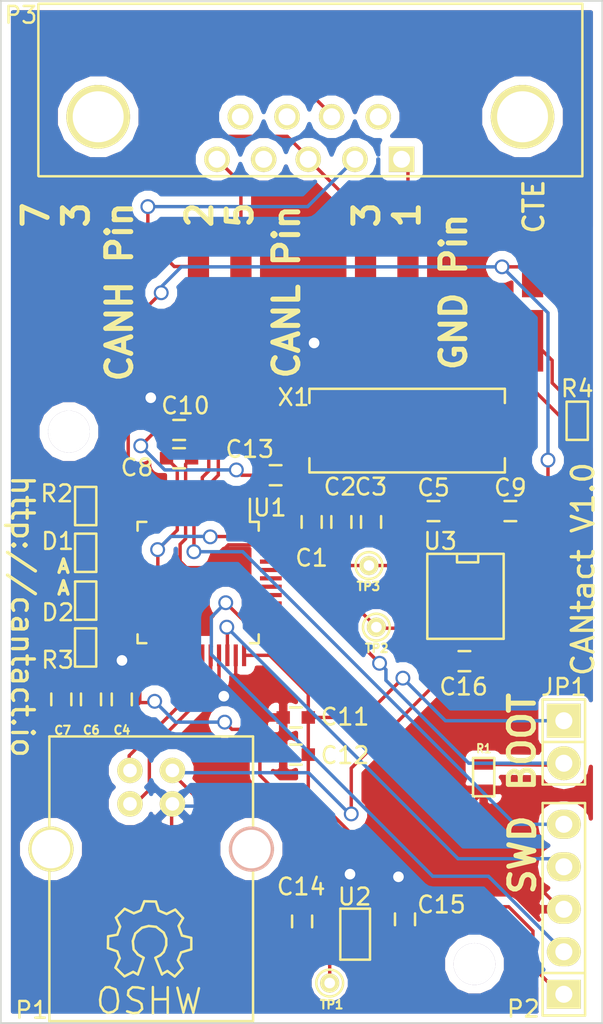
<source format=kicad_pcb>
(kicad_pcb (version 4) (host pcbnew "(2014-10-22 BZR 5216)-product")

  (general
    (links 86)
    (no_connects 0)
    (area 108.219478 90.125 163.651363 155.28002)
    (thickness 1.6)
    (drawings 17)
    (tracks 355)
    (zones 0)
    (modules 40)
    (nets 62)
  )

  (page A4)
  (layers
    (0 F.Cu signal)
    (31 B.Cu signal)
    (32 B.Adhes user hide)
    (33 F.Adhes user hide)
    (34 B.Paste user hide)
    (35 F.Paste user hide)
    (36 B.SilkS user)
    (37 F.SilkS user)
    (38 B.Mask user hide)
    (39 F.Mask user hide)
    (40 Dwgs.User user hide)
    (41 Cmts.User user)
    (42 Eco1.User user)
    (43 Eco2.User user)
    (44 Edge.Cuts user)
    (45 Margin user)
    (46 B.CrtYd user)
    (47 F.CrtYd user)
    (48 B.Fab user)
    (49 F.Fab user)
  )

  (setup
    (last_trace_width 0.2032)
    (trace_clearance 0.2032)
    (zone_clearance 0.508)
    (zone_45_only yes)
    (trace_min 0.2032)
    (segment_width 0.2)
    (edge_width 0.1)
    (via_size 0.889)
    (via_drill 0.635)
    (via_min_size 0.889)
    (via_min_drill 0.508)
    (uvia_size 0.508)
    (uvia_drill 0.127)
    (uvias_allowed no)
    (uvia_min_size 0.508)
    (uvia_min_drill 0.127)
    (pcb_text_width 0.3)
    (pcb_text_size 1.5 1.5)
    (mod_edge_width 0.15)
    (mod_text_size 1 1)
    (mod_text_width 0.15)
    (pad_size 1.27 3.68)
    (pad_drill 0)
    (pad_to_mask_clearance 0)
    (aux_axis_origin 0 0)
    (visible_elements FFFFFF7F)
    (pcbplotparams
      (layerselection 0x010f0_80000001)
      (usegerberextensions true)
      (excludeedgelayer true)
      (linewidth 0.100000)
      (plotframeref false)
      (viasonmask false)
      (mode 1)
      (useauxorigin false)
      (hpglpennumber 1)
      (hpglpenspeed 20)
      (hpglpendiameter 15)
      (hpglpenoverlay 2)
      (psnegative false)
      (psa4output false)
      (plotreference true)
      (plotvalue true)
      (plotinvisibletext false)
      (padsonsilk false)
      (subtractmaskfromsilk false)
      (outputformat 1)
      (mirror false)
      (drillshape 0)
      (scaleselection 1)
      (outputdirectory gerbers/))
  )

  (net 0 "")
  (net 1 +3.3V)
  (net 2 GND)
  (net 3 +5V)
  (net 4 /USB_DM)
  (net 5 /USB_DP)
  (net 6 /SWDIO)
  (net 7 /SWCLK)
  (net 8 "Net-(P3-Pad8)")
  (net 9 /CAN_RX)
  (net 10 /CAN_TX)
  (net 11 "Net-(C5-Pad1)")
  (net 12 "Net-(C9-Pad1)")
  (net 13 "Net-(D1-Pad1)")
  (net 14 "Net-(D1-Pad2)")
  (net 15 "Net-(D2-Pad1)")
  (net 16 "Net-(D2-Pad2)")
  (net 17 "Net-(JP1-Pad2)")
  (net 18 /DB9_1)
  (net 19 /DB9_2)
  (net 20 /DB9_3)
  (net 21 "Net-(JP4-Pad1)")
  (net 22 "Net-(JP2-Pad1)")
  (net 23 "Net-(U1-Pad2)")
  (net 24 "Net-(U1-Pad3)")
  (net 25 "Net-(U1-Pad4)")
  (net 26 "Net-(JP2-Pad2)")
  (net 27 "Net-(U3-Pad5)")
  (net 28 /DB9_5)
  (net 29 /NRST)
  (net 30 "Net-(U1-Pad10)")
  (net 31 "Net-(U1-Pad11)")
  (net 32 "Net-(U1-Pad12)")
  (net 33 "Net-(U1-Pad13)")
  (net 34 "Net-(U1-Pad14)")
  (net 35 "Net-(U1-Pad15)")
  (net 36 "Net-(U1-Pad16)")
  (net 37 "Net-(U1-Pad17)")
  (net 38 "Net-(U1-Pad20)")
  (net 39 "Net-(U1-Pad21)")
  (net 40 "Net-(U1-Pad22)")
  (net 41 "Net-(U1-Pad25)")
  (net 42 "Net-(U1-Pad26)")
  (net 43 "Net-(U1-Pad27)")
  (net 44 "Net-(U1-Pad28)")
  (net 45 "Net-(U1-Pad29)")
  (net 46 "Net-(U1-Pad30)")
  (net 47 "Net-(U1-Pad31)")
  (net 48 "Net-(U1-Pad38)")
  (net 49 "Net-(U1-Pad39)")
  (net 50 "Net-(U1-Pad40)")
  (net 51 "Net-(U1-Pad41)")
  (net 52 "Net-(U1-Pad42)")
  (net 53 "Net-(U1-Pad43)")
  (net 54 "Net-(P1-Pad5)")
  (net 55 "Net-(P1-Pad6)")
  (net 56 "Net-(P3-Pad4)")
  (net 57 "Net-(P3-Pad9)")
  (net 58 "Net-(P3-Pad6)")
  (net 59 "Net-(JP2-Pad3)")
  (net 60 "Net-(JP2-Pad4)")
  (net 61 /DB9_7)

  (net_class Default "This is the default net class."
    (clearance 0.2032)
    (trace_width 0.2032)
    (via_dia 0.889)
    (via_drill 0.635)
    (uvia_dia 0.508)
    (uvia_drill 0.127)
    (add_net +3.3V)
    (add_net +5V)
    (add_net /CAN_RX)
    (add_net /CAN_TX)
    (add_net /DB9_1)
    (add_net /DB9_2)
    (add_net /DB9_3)
    (add_net /DB9_5)
    (add_net /DB9_7)
    (add_net /NRST)
    (add_net /SWCLK)
    (add_net /SWDIO)
    (add_net /USB_DM)
    (add_net /USB_DP)
    (add_net GND)
    (add_net "Net-(C5-Pad1)")
    (add_net "Net-(C9-Pad1)")
    (add_net "Net-(D1-Pad1)")
    (add_net "Net-(D1-Pad2)")
    (add_net "Net-(D2-Pad1)")
    (add_net "Net-(D2-Pad2)")
    (add_net "Net-(JP1-Pad2)")
    (add_net "Net-(JP2-Pad1)")
    (add_net "Net-(JP2-Pad2)")
    (add_net "Net-(JP2-Pad3)")
    (add_net "Net-(JP2-Pad4)")
    (add_net "Net-(JP4-Pad1)")
    (add_net "Net-(P1-Pad5)")
    (add_net "Net-(P1-Pad6)")
    (add_net "Net-(P3-Pad4)")
    (add_net "Net-(P3-Pad6)")
    (add_net "Net-(P3-Pad8)")
    (add_net "Net-(P3-Pad9)")
    (add_net "Net-(U1-Pad10)")
    (add_net "Net-(U1-Pad11)")
    (add_net "Net-(U1-Pad12)")
    (add_net "Net-(U1-Pad13)")
    (add_net "Net-(U1-Pad14)")
    (add_net "Net-(U1-Pad15)")
    (add_net "Net-(U1-Pad16)")
    (add_net "Net-(U1-Pad17)")
    (add_net "Net-(U1-Pad2)")
    (add_net "Net-(U1-Pad20)")
    (add_net "Net-(U1-Pad21)")
    (add_net "Net-(U1-Pad22)")
    (add_net "Net-(U1-Pad25)")
    (add_net "Net-(U1-Pad26)")
    (add_net "Net-(U1-Pad27)")
    (add_net "Net-(U1-Pad28)")
    (add_net "Net-(U1-Pad29)")
    (add_net "Net-(U1-Pad3)")
    (add_net "Net-(U1-Pad30)")
    (add_net "Net-(U1-Pad31)")
    (add_net "Net-(U1-Pad38)")
    (add_net "Net-(U1-Pad39)")
    (add_net "Net-(U1-Pad4)")
    (add_net "Net-(U1-Pad40)")
    (add_net "Net-(U1-Pad41)")
    (add_net "Net-(U1-Pad42)")
    (add_net "Net-(U1-Pad43)")
    (add_net "Net-(U3-Pad5)")
  )

  (net_class "Mounting Hole" ""
    (clearance 0.5)
    (trace_width 0.2032)
    (via_dia 6.5)
    (via_drill 3.5)
    (uvia_dia 6.5)
    (uvia_drill 3.5)
  )

  (module Connect:DB9MC (layer F.Cu) (tedit 54DA4B60) (tstamp 54735AF4)
    (at 142.7 98.9)
    (descr "Connecteur DB9 male couche")
    (tags "CONN DB9")
    (path /54725006)
    (fp_text reference P3 (at -17.2 -7.35 180) (layer F.SilkS)
      (effects (font (size 1 1) (thickness 0.15)))
    )
    (fp_text value DB9 (at 1.27 -3.81) (layer F.SilkS) hide
      (effects (font (thickness 0.3048)))
    )
    (fp_line (start 16.4084 2.286) (end 16.4084 -8.0264) (layer F.SilkS) (width 0.15))
    (fp_line (start -16.1544 2.2606) (end -16.1544 -8) (layer F.SilkS) (width 0.15))
    (fp_line (start -16.129 -8.0264) (end 16.37 -8.0264) (layer F.SilkS) (width 0.15))
    (fp_line (start -16.129 2.286) (end 16.383 2.286) (layer F.SilkS) (width 0.15))
    (pad "" thru_hole circle (at 12.827 -1.27) (size 3.81 3.81) (drill 3.048) (layers *.Cu *.Mask F.SilkS))
    (pad "" thru_hole circle (at -12.573 -1.27) (size 3.81 3.81) (drill 3.048) (layers *.Cu *.Mask F.SilkS))
    (pad 1 thru_hole rect (at 5.588 1.27) (size 1.524 1.524) (drill 1.016) (layers *.Cu *.Mask F.SilkS)
      (net 18 /DB9_1))
    (pad 2 thru_hole circle (at 2.794 1.27) (size 1.524 1.524) (drill 1.016) (layers *.Cu *.Mask F.SilkS)
      (net 19 /DB9_2))
    (pad 3 thru_hole circle (at 0 1.27) (size 1.524 1.524) (drill 1.016) (layers *.Cu *.Mask F.SilkS)
      (net 20 /DB9_3))
    (pad 4 thru_hole circle (at -2.667 1.27) (size 1.524 1.524) (drill 1.016) (layers *.Cu *.Mask F.SilkS)
      (net 56 "Net-(P3-Pad4)"))
    (pad 5 thru_hole circle (at -5.461 1.27) (size 1.524 1.524) (drill 1.016) (layers *.Cu *.Mask F.SilkS)
      (net 28 /DB9_5))
    (pad 9 thru_hole circle (at -4.064 -1.27) (size 1.524 1.524) (drill 1.016) (layers *.Cu *.Mask F.SilkS)
      (net 57 "Net-(P3-Pad9)"))
    (pad 8 thru_hole circle (at -1.27 -1.27) (size 1.524 1.524) (drill 1.016) (layers *.Cu *.Mask F.SilkS)
      (net 8 "Net-(P3-Pad8)"))
    (pad 7 thru_hole circle (at 1.397 -1.27) (size 1.524 1.524) (drill 1.016) (layers *.Cu *.Mask F.SilkS)
      (net 61 /DB9_7))
    (pad 6 thru_hole circle (at 4.191 -1.27) (size 1.524 1.524) (drill 1.016) (layers *.Cu *.Mask F.SilkS)
      (net 58 "Net-(P3-Pad6)"))
    (model Conn_DBxx/db9_male_pin90deg.wrl
      (at (xyz 0 0 0))
      (scale (xyz 1 1 1))
      (rotate (xyz 0 0 0))
    )
  )

  (module Pin_Headers:Pin_Header_Straight_1x02 (layer F.Cu) (tedit 54B5C781) (tstamp 5473893A)
    (at 158 135 270)
    (descr "Through hole pin header")
    (tags "pin header")
    (path /5473404D)
    (fp_text reference JP1 (at -3.275 0 360) (layer F.SilkS)
      (effects (font (size 1 1) (thickness 0.15)))
    )
    (fp_text value "Boot Mode" (at 0 0 270) (layer F.SilkS) hide
      (effects (font (size 1.27 1.27) (thickness 0.2032)))
    )
    (fp_line (start 0 -1.27) (end 0 1.27) (layer F.SilkS) (width 0.15))
    (fp_line (start -2.54 -1.27) (end -2.54 1.27) (layer F.SilkS) (width 0.15))
    (fp_line (start -2.54 1.27) (end 0 1.27) (layer F.SilkS) (width 0.15))
    (fp_line (start 0 1.27) (end 2.54 1.27) (layer F.SilkS) (width 0.15))
    (fp_line (start 2.54 1.27) (end 2.54 -1.27) (layer F.SilkS) (width 0.15))
    (fp_line (start 2.54 -1.27) (end -2.54 -1.27) (layer F.SilkS) (width 0.15))
    (pad 1 thru_hole rect (at -1.27 0 270) (size 2.032 2.032) (drill 1.016) (layers *.Cu *.Mask F.SilkS)
      (net 1 +3.3V))
    (pad 2 thru_hole oval (at 1.27 0 270) (size 2.032 2.032) (drill 1.016) (layers *.Cu *.Mask F.SilkS)
      (net 17 "Net-(JP1-Pad2)"))
    (model Pin_Headers/Pin_Header_Straight_1x02.wrl
      (at (xyz 0 0 0))
      (scale (xyz 1 1 1))
      (rotate (xyz 0 0 0))
    )
  )

  (module Connect:USB_B (layer F.Cu) (tedit 54B5C750) (tstamp 5473662E)
    (at 133.3 141.4)
    (tags USB)
    (path /546FAFF9)
    (fp_text reference P1 (at -7.15 9.625) (layer F.SilkS)
      (effects (font (size 1 1) (thickness 0.15)))
    )
    (fp_text value USB (at 0 0) (layer F.SilkS) hide
      (effects (font (thickness 0.3048)))
    )
    (fp_line (start -6.096 10.287) (end 6.096 10.287) (layer F.SilkS) (width 0.15))
    (fp_line (start 6.096 10.287) (end 6.096 -6.731) (layer F.SilkS) (width 0.15))
    (fp_line (start 6.096 -6.731) (end -6.096 -6.731) (layer F.SilkS) (width 0.15))
    (fp_line (start -6.096 -6.731) (end -6.096 10.287) (layer F.SilkS) (width 0.15))
    (pad 1 thru_hole circle (at 1.27 -4.699) (size 1.524 1.524) (drill 0.8128) (layers *.Cu *.Mask F.SilkS)
      (net 3 +5V))
    (pad 2 thru_hole circle (at -1.27 -4.699) (size 1.524 1.524) (drill 0.8128) (layers *.Cu *.Mask F.SilkS)
      (net 4 /USB_DM))
    (pad 3 thru_hole circle (at -1.27 -2.70002) (size 1.524 1.524) (drill 0.8128) (layers *.Cu *.Mask F.SilkS)
      (net 5 /USB_DP))
    (pad 4 thru_hole circle (at 1.27 -2.70002) (size 1.524 1.524) (drill 0.8128) (layers *.Cu *.Mask F.SilkS)
      (net 2 GND))
    (pad 5 np_thru_hole circle (at 5.99948 0) (size 2.70002 2.70002) (drill 2.30124) (layers *.Cu *.SilkS *.Mask)
      (net 54 "Net-(P1-Pad5)"))
    (pad 6 thru_hole circle (at -5.99948 0) (size 2.70002 2.70002) (drill 2.30124) (layers *.Cu *.Mask F.SilkS)
      (net 55 "Net-(P1-Pad6)"))
    (model Connectors/USB_type_B.wrl
      (at (xyz 0 0 0.001))
      (scale (xyz 0.3937 0.3937 0.3937))
      (rotate (xyz 0 0 0))
    )
  )

  (module Pin_Headers:Pin_Header_Straight_1x05 (layer F.Cu) (tedit 54B5C774) (tstamp 5473666A)
    (at 158 145 90)
    (descr "Through hole pin header")
    (tags "pin header")
    (path /5472CC61)
    (fp_text reference P2 (at -5.95 -2.425 180) (layer F.SilkS)
      (effects (font (size 1 1) (thickness 0.15)))
    )
    (fp_text value SWD (at 0 0 90) (layer F.SilkS) hide
      (effects (font (size 1.27 1.27) (thickness 0.2032)))
    )
    (fp_line (start -3.81 -1.27) (end 6.35 -1.27) (layer F.SilkS) (width 0.15))
    (fp_line (start 6.35 -1.27) (end 6.35 1.27) (layer F.SilkS) (width 0.15))
    (fp_line (start 6.35 1.27) (end -3.81 1.27) (layer F.SilkS) (width 0.15))
    (fp_line (start -6.35 -1.27) (end -3.81 -1.27) (layer F.SilkS) (width 0.15))
    (fp_line (start -3.81 -1.27) (end -3.81 1.27) (layer F.SilkS) (width 0.15))
    (fp_line (start -6.35 -1.27) (end -6.35 1.27) (layer F.SilkS) (width 0.15))
    (fp_line (start -6.35 1.27) (end -3.81 1.27) (layer F.SilkS) (width 0.15))
    (pad 1 thru_hole rect (at -5.08 0 90) (size 1.7272 2.032) (drill 1.016) (layers *.Cu *.Mask F.SilkS)
      (net 1 +3.3V))
    (pad 2 thru_hole oval (at -2.54 0 90) (size 1.7272 2.032) (drill 1.016) (layers *.Cu *.Mask F.SilkS)
      (net 7 /SWCLK))
    (pad 3 thru_hole oval (at 0 0 90) (size 1.7272 2.032) (drill 1.016) (layers *.Cu *.Mask F.SilkS)
      (net 2 GND))
    (pad 4 thru_hole oval (at 2.54 0 90) (size 1.7272 2.032) (drill 1.016) (layers *.Cu *.Mask F.SilkS)
      (net 6 /SWDIO))
    (pad 5 thru_hole oval (at 5.08 0 90) (size 1.7272 2.032) (drill 1.016) (layers *.Cu *.Mask F.SilkS)
      (net 29 /NRST))
    (model Pin_Headers/Pin_Header_Straight_1x05.wrl
      (at (xyz 0 0 0))
      (scale (xyz 1 1 1))
      (rotate (xyz 0 0 0))
    )
  )

  (module SMD_Packages:SMD-0603 (layer F.Cu) (tedit 5474A133) (tstamp 54735AFA)
    (at 153.2 137.1 270)
    (path /5473362D)
    (attr smd)
    (fp_text reference R1 (at -1.7035 -0.009 360) (layer F.SilkS)
      (effects (font (size 0.508 0.4572) (thickness 0.1143)))
    )
    (fp_text value 510 (at 0 0 270) (layer F.SilkS) hide
      (effects (font (size 0.508 0.4572) (thickness 0.1143)))
    )
    (fp_line (start -1.143 -0.635) (end 1.143 -0.635) (layer F.SilkS) (width 0.15))
    (fp_line (start 1.143 -0.635) (end 1.143 0.635) (layer F.SilkS) (width 0.15))
    (fp_line (start 1.143 0.635) (end -1.143 0.635) (layer F.SilkS) (width 0.15))
    (fp_line (start -1.143 0.635) (end -1.143 -0.635) (layer F.SilkS) (width 0.15))
    (pad 1 smd rect (at -0.762 0 270) (size 0.635 1.143) (layers F.Cu F.Paste F.Mask)
      (net 17 "Net-(JP1-Pad2)"))
    (pad 2 smd rect (at 0.762 0 270) (size 0.635 1.143) (layers F.Cu F.Paste F.Mask)
      (net 2 GND))
    (model smd\resistors\R0603.wrl
      (at (xyz 0 0 0.001))
      (scale (xyz 0.5 0.5 0.5))
      (rotate (xyz 0 0 0))
    )
  )

  (module Connect:PINTST (layer F.Cu) (tedit 547367EF) (tstamp 54735B11)
    (at 143.9845 149.409)
    (descr "module 1 pin (ou trou mecanique de percage)")
    (tags DEV)
    (path /54735313)
    (fp_text reference TP1 (at 0.1155 1.291) (layer F.SilkS)
      (effects (font (size 0.508 0.508) (thickness 0.127)))
    )
    (fp_text value TST (at 0 1.27) (layer F.SilkS) hide
      (effects (font (size 0.508 0.508) (thickness 0.127)))
    )
    (fp_circle (center 0 0) (end -0.254 -0.762) (layer F.SilkS) (width 0.15))
    (pad 1 thru_hole circle (at 0 0) (size 1.143 1.143) (drill 0.635) (layers *.Cu *.Mask F.SilkS)
      (net 3 +5V))
  )

  (module Connect:PINTST (layer F.Cu) (tedit 54749615) (tstamp 54735B16)
    (at 146.7785 128.1365)
    (descr "module 1 pin (ou trou mecanique de percage)")
    (tags DEV)
    (path /547347ED)
    (fp_text reference TP2 (at 0.0215 1.2635) (layer F.SilkS)
      (effects (font (size 0.508 0.508) (thickness 0.127)))
    )
    (fp_text value TST (at 0 1.27) (layer F.SilkS) hide
      (effects (font (size 0.508 0.508) (thickness 0.127)))
    )
    (fp_circle (center 0 0) (end -0.254 -0.762) (layer F.SilkS) (width 0.15))
    (pad 1 thru_hole circle (at 0 0) (size 1.143 1.143) (drill 0.635) (layers *.Cu *.Mask F.SilkS)
      (net 9 /CAN_RX))
  )

  (module Connect:PINTST (layer F.Cu) (tedit 5474961C) (tstamp 54735B1B)
    (at 146.334 124.4535)
    (descr "module 1 pin (ou trou mecanique de percage)")
    (tags DEV)
    (path /5473495A)
    (fp_text reference TP3 (at -0.034 1.2465) (layer F.SilkS)
      (effects (font (size 0.508 0.508) (thickness 0.127)))
    )
    (fp_text value TST (at 0 1.27) (layer F.SilkS) hide
      (effects (font (size 0.508 0.508) (thickness 0.127)))
    )
    (fp_circle (center 0 0) (end -0.254 -0.762) (layer F.SilkS) (width 0.15))
    (pad 1 thru_hole circle (at 0 0) (size 1.143 1.143) (drill 0.635) (layers *.Cu *.Mask F.SilkS)
      (net 10 /CAN_TX))
  )

  (module Housings_QFP:LQFP-48_7x7mm_Pitch0.5mm (layer F.Cu) (tedit 54749037) (tstamp 54735B4F)
    (at 136.1105 125.4695 270)
    (descr "48 LEAD LQFP 7x7mm (see MICREL LQFP7x7-48LD-PL-1.pdf)")
    (tags "QFP 0.5")
    (path /546FFAB4)
    (attr smd)
    (fp_text reference U1 (at -4.4695 -4.2895 360) (layer F.SilkS)
      (effects (font (size 1 1) (thickness 0.15)))
    )
    (fp_text value STM32F042C6T6 (at 0 6 270) (layer F.SilkS) hide
      (effects (font (size 1 1) (thickness 0.15)))
    )
    (fp_line (start -5.25 -5.25) (end -5.25 5.25) (layer F.CrtYd) (width 0.05))
    (fp_line (start 5.25 -5.25) (end 5.25 5.25) (layer F.CrtYd) (width 0.05))
    (fp_line (start -5.25 -5.25) (end 5.25 -5.25) (layer F.CrtYd) (width 0.05))
    (fp_line (start -5.25 5.25) (end 5.25 5.25) (layer F.CrtYd) (width 0.05))
    (fp_line (start -3.625 -3.625) (end -3.625 -3.1) (layer F.SilkS) (width 0.15))
    (fp_line (start 3.625 -3.625) (end 3.625 -3.1) (layer F.SilkS) (width 0.15))
    (fp_line (start 3.625 3.625) (end 3.625 3.1) (layer F.SilkS) (width 0.15))
    (fp_line (start -3.625 3.625) (end -3.625 3.1) (layer F.SilkS) (width 0.15))
    (fp_line (start -3.625 -3.625) (end -3.1 -3.625) (layer F.SilkS) (width 0.15))
    (fp_line (start -3.625 3.625) (end -3.1 3.625) (layer F.SilkS) (width 0.15))
    (fp_line (start 3.625 3.625) (end 3.1 3.625) (layer F.SilkS) (width 0.15))
    (fp_line (start 3.625 -3.625) (end 3.1 -3.625) (layer F.SilkS) (width 0.15))
    (fp_line (start -3.625 -3.1) (end -5 -3.1) (layer F.SilkS) (width 0.15))
    (pad 1 smd rect (at -4.35 -2.75 270) (size 1.3 0.25) (layers F.Cu F.Paste F.Mask)
      (net 1 +3.3V))
    (pad 2 smd rect (at -4.35 -2.25 270) (size 1.3 0.25) (layers F.Cu F.Paste F.Mask)
      (net 23 "Net-(U1-Pad2)"))
    (pad 3 smd rect (at -4.35 -1.75 270) (size 1.3 0.25) (layers F.Cu F.Paste F.Mask)
      (net 24 "Net-(U1-Pad3)"))
    (pad 4 smd rect (at -4.35 -1.25 270) (size 1.3 0.25) (layers F.Cu F.Paste F.Mask)
      (net 25 "Net-(U1-Pad4)"))
    (pad 5 smd rect (at -4.35 -0.75 270) (size 1.3 0.25) (layers F.Cu F.Paste F.Mask)
      (net 11 "Net-(C5-Pad1)"))
    (pad 6 smd rect (at -4.35 -0.25 270) (size 1.3 0.25) (layers F.Cu F.Paste F.Mask)
      (net 12 "Net-(C9-Pad1)"))
    (pad 7 smd rect (at -4.35 0.25 270) (size 1.3 0.25) (layers F.Cu F.Paste F.Mask)
      (net 29 /NRST))
    (pad 8 smd rect (at -4.35 0.75 270) (size 1.3 0.25) (layers F.Cu F.Paste F.Mask)
      (net 2 GND))
    (pad 9 smd rect (at -4.35 1.25 270) (size 1.3 0.25) (layers F.Cu F.Paste F.Mask)
      (net 1 +3.3V))
    (pad 10 smd rect (at -4.35 1.75 270) (size 1.3 0.25) (layers F.Cu F.Paste F.Mask)
      (net 30 "Net-(U1-Pad10)"))
    (pad 11 smd rect (at -4.35 2.25 270) (size 1.3 0.25) (layers F.Cu F.Paste F.Mask)
      (net 31 "Net-(U1-Pad11)"))
    (pad 12 smd rect (at -4.35 2.75 270) (size 1.3 0.25) (layers F.Cu F.Paste F.Mask)
      (net 32 "Net-(U1-Pad12)"))
    (pad 13 smd rect (at -2.75 4.35) (size 1.3 0.25) (layers F.Cu F.Paste F.Mask)
      (net 33 "Net-(U1-Pad13)"))
    (pad 14 smd rect (at -2.25 4.35) (size 1.3 0.25) (layers F.Cu F.Paste F.Mask)
      (net 34 "Net-(U1-Pad14)"))
    (pad 15 smd rect (at -1.75 4.35) (size 1.3 0.25) (layers F.Cu F.Paste F.Mask)
      (net 35 "Net-(U1-Pad15)"))
    (pad 16 smd rect (at -1.25 4.35) (size 1.3 0.25) (layers F.Cu F.Paste F.Mask)
      (net 36 "Net-(U1-Pad16)"))
    (pad 17 smd rect (at -0.75 4.35) (size 1.3 0.25) (layers F.Cu F.Paste F.Mask)
      (net 37 "Net-(U1-Pad17)"))
    (pad 18 smd rect (at -0.25 4.35) (size 1.3 0.25) (layers F.Cu F.Paste F.Mask)
      (net 13 "Net-(D1-Pad1)"))
    (pad 19 smd rect (at 0.25 4.35) (size 1.3 0.25) (layers F.Cu F.Paste F.Mask)
      (net 15 "Net-(D2-Pad1)"))
    (pad 20 smd rect (at 0.75 4.35) (size 1.3 0.25) (layers F.Cu F.Paste F.Mask)
      (net 38 "Net-(U1-Pad20)"))
    (pad 21 smd rect (at 1.25 4.35) (size 1.3 0.25) (layers F.Cu F.Paste F.Mask)
      (net 39 "Net-(U1-Pad21)"))
    (pad 22 smd rect (at 1.75 4.35) (size 1.3 0.25) (layers F.Cu F.Paste F.Mask)
      (net 40 "Net-(U1-Pad22)"))
    (pad 23 smd rect (at 2.25 4.35) (size 1.3 0.25) (layers F.Cu F.Paste F.Mask)
      (net 2 GND))
    (pad 24 smd rect (at 2.75 4.35) (size 1.3 0.25) (layers F.Cu F.Paste F.Mask)
      (net 1 +3.3V))
    (pad 25 smd rect (at 4.35 2.75 270) (size 1.3 0.25) (layers F.Cu F.Paste F.Mask)
      (net 41 "Net-(U1-Pad25)"))
    (pad 26 smd rect (at 4.35 2.25 270) (size 1.3 0.25) (layers F.Cu F.Paste F.Mask)
      (net 42 "Net-(U1-Pad26)"))
    (pad 27 smd rect (at 4.35 1.75 270) (size 1.3 0.25) (layers F.Cu F.Paste F.Mask)
      (net 43 "Net-(U1-Pad27)"))
    (pad 28 smd rect (at 4.35 1.25 270) (size 1.3 0.25) (layers F.Cu F.Paste F.Mask)
      (net 44 "Net-(U1-Pad28)"))
    (pad 29 smd rect (at 4.35 0.75 270) (size 1.3 0.25) (layers F.Cu F.Paste F.Mask)
      (net 45 "Net-(U1-Pad29)"))
    (pad 30 smd rect (at 4.35 0.25 270) (size 1.3 0.25) (layers F.Cu F.Paste F.Mask)
      (net 46 "Net-(U1-Pad30)"))
    (pad 31 smd rect (at 4.35 -0.25 270) (size 1.3 0.25) (layers F.Cu F.Paste F.Mask)
      (net 47 "Net-(U1-Pad31)"))
    (pad 32 smd rect (at 4.35 -0.75 270) (size 1.3 0.25) (layers F.Cu F.Paste F.Mask)
      (net 4 /USB_DM))
    (pad 33 smd rect (at 4.35 -1.25 270) (size 1.3 0.25) (layers F.Cu F.Paste F.Mask)
      (net 5 /USB_DP))
    (pad 34 smd rect (at 4.35 -1.75 270) (size 1.3 0.25) (layers F.Cu F.Paste F.Mask)
      (net 6 /SWDIO))
    (pad 35 smd rect (at 4.35 -2.25 270) (size 1.3 0.25) (layers F.Cu F.Paste F.Mask)
      (net 2 GND))
    (pad 36 smd rect (at 4.35 -2.75 270) (size 1.3 0.25) (layers F.Cu F.Paste F.Mask)
      (net 1 +3.3V))
    (pad 37 smd rect (at 2.75 -4.35) (size 1.3 0.25) (layers F.Cu F.Paste F.Mask)
      (net 7 /SWCLK))
    (pad 38 smd rect (at 2.25 -4.35) (size 1.3 0.25) (layers F.Cu F.Paste F.Mask)
      (net 48 "Net-(U1-Pad38)"))
    (pad 39 smd rect (at 1.75 -4.35) (size 1.3 0.25) (layers F.Cu F.Paste F.Mask)
      (net 49 "Net-(U1-Pad39)"))
    (pad 40 smd rect (at 1.25 -4.35) (size 1.3 0.25) (layers F.Cu F.Paste F.Mask)
      (net 50 "Net-(U1-Pad40)"))
    (pad 41 smd rect (at 0.75 -4.35) (size 1.3 0.25) (layers F.Cu F.Paste F.Mask)
      (net 51 "Net-(U1-Pad41)"))
    (pad 42 smd rect (at 0.25 -4.35) (size 1.3 0.25) (layers F.Cu F.Paste F.Mask)
      (net 52 "Net-(U1-Pad42)"))
    (pad 43 smd rect (at -0.25 -4.35) (size 1.3 0.25) (layers F.Cu F.Paste F.Mask)
      (net 53 "Net-(U1-Pad43)"))
    (pad 44 smd rect (at -0.75 -4.35) (size 1.3 0.25) (layers F.Cu F.Paste F.Mask)
      (net 17 "Net-(JP1-Pad2)"))
    (pad 45 smd rect (at -1.25 -4.35) (size 1.3 0.25) (layers F.Cu F.Paste F.Mask)
      (net 9 /CAN_RX))
    (pad 46 smd rect (at -1.75 -4.35) (size 1.3 0.25) (layers F.Cu F.Paste F.Mask)
      (net 10 /CAN_TX))
    (pad 47 smd rect (at -2.25 -4.35) (size 1.3 0.25) (layers F.Cu F.Paste F.Mask)
      (net 2 GND))
    (pad 48 smd rect (at -2.75 -4.35) (size 1.3 0.25) (layers F.Cu F.Paste F.Mask)
      (net 1 +3.3V))
    (model Housings_QFP/LQFP-48_7x7mm_Pitch0.5mm.wrl
      (at (xyz 0 0 0))
      (scale (xyz 1 1 1))
      (rotate (xyz 0 0 0))
    )
  )

  (module SMD_Packages:SOT-23-5 (layer F.Cu) (tedit 54B5C761) (tstamp 54735D13)
    (at 145.5085 146.488 270)
    (path /546FC15D)
    (attr smd)
    (fp_text reference U2 (at -2.238 0.0335 360) (layer F.SilkS)
      (effects (font (size 1 1) (thickness 0.15)))
    )
    (fp_text value AAT3221 (at 0 0 270) (layer F.SilkS) hide
      (effects (font (size 0.635 0.635) (thickness 0.127)))
    )
    (fp_line (start 1.524 -0.889) (end 1.524 0.889) (layer F.SilkS) (width 0.15))
    (fp_line (start 1.524 0.889) (end -1.524 0.889) (layer F.SilkS) (width 0.15))
    (fp_line (start -1.524 0.889) (end -1.524 -0.889) (layer F.SilkS) (width 0.15))
    (fp_line (start -1.524 -0.889) (end 1.524 -0.889) (layer F.SilkS) (width 0.15))
    (pad 1 smd rect (at -0.9525 1.27 270) (size 0.508 0.762) (layers F.Cu F.Paste F.Mask)
      (net 3 +5V))
    (pad 3 smd rect (at 0.9525 1.27 270) (size 0.508 0.762) (layers F.Cu F.Paste F.Mask)
      (net 3 +5V))
    (pad 5 smd rect (at -0.9525 -1.27 270) (size 0.508 0.762) (layers F.Cu F.Paste F.Mask)
      (net 1 +3.3V))
    (pad 2 smd rect (at 0 1.27 270) (size 0.508 0.762) (layers F.Cu F.Paste F.Mask)
      (net 2 GND))
    (pad 4 smd rect (at 0.9525 -1.27 270) (size 0.508 0.762) (layers F.Cu F.Paste F.Mask))
    (model smd/SOT23_5.wrl
      (at (xyz 0 0 0))
      (scale (xyz 0.1 0.1 0.1))
      (rotate (xyz 0 0 0))
    )
  )

  (module SMD_Packages:SOIC-8-N (layer F.Cu) (tedit 54B5C7A2) (tstamp 54735B64)
    (at 152.1125 126.295 270)
    (descr "Module Narrow CMS SOJ 8 pins large")
    (tags "CMS SOJ")
    (path /5472437B)
    (attr smd)
    (fp_text reference U3 (at -3.295 1.5125 360) (layer F.SilkS)
      (effects (font (size 1 1) (thickness 0.15)))
    )
    (fp_text value MCP2551-I/SN (at 0 1.27 270) (layer F.SilkS) hide
      (effects (font (size 1.016 1.016) (thickness 0.127)))
    )
    (fp_line (start -2.54 -2.286) (end 2.54 -2.286) (layer F.SilkS) (width 0.15))
    (fp_line (start 2.54 -2.286) (end 2.54 2.286) (layer F.SilkS) (width 0.15))
    (fp_line (start 2.54 2.286) (end -2.54 2.286) (layer F.SilkS) (width 0.15))
    (fp_line (start -2.54 2.286) (end -2.54 -2.286) (layer F.SilkS) (width 0.15))
    (fp_line (start -2.54 -0.762) (end -2.032 -0.762) (layer F.SilkS) (width 0.15))
    (fp_line (start -2.032 -0.762) (end -2.032 0.508) (layer F.SilkS) (width 0.15))
    (fp_line (start -2.032 0.508) (end -2.54 0.508) (layer F.SilkS) (width 0.15))
    (pad 8 smd rect (at -1.905 -3.175 270) (size 0.508 1.143) (layers F.Cu F.Paste F.Mask)
      (net 2 GND))
    (pad 7 smd rect (at -0.635 -3.175 270) (size 0.508 1.143) (layers F.Cu F.Paste F.Mask)
      (net 26 "Net-(JP2-Pad2)"))
    (pad 6 smd rect (at 0.635 -3.175 270) (size 0.508 1.143) (layers F.Cu F.Paste F.Mask)
      (net 21 "Net-(JP4-Pad1)"))
    (pad 5 smd rect (at 1.905 -3.175 270) (size 0.508 1.143) (layers F.Cu F.Paste F.Mask)
      (net 27 "Net-(U3-Pad5)"))
    (pad 4 smd rect (at 1.905 3.175 270) (size 0.508 1.143) (layers F.Cu F.Paste F.Mask)
      (net 9 /CAN_RX))
    (pad 3 smd rect (at 0.635 3.175 270) (size 0.508 1.143) (layers F.Cu F.Paste F.Mask)
      (net 3 +5V))
    (pad 2 smd rect (at -0.635 3.175 270) (size 0.508 1.143) (layers F.Cu F.Paste F.Mask)
      (net 2 GND))
    (pad 1 smd rect (at -1.905 3.175 270) (size 0.508 1.143) (layers F.Cu F.Paste F.Mask)
      (net 10 /CAN_TX))
    (model smd/cms_so8.wrl
      (at (xyz 0 0 0))
      (scale (xyz 0.5 0.38 0.5))
      (rotate (xyz 0 0 0))
    )
  )

  (module Crystals:Crystal_HC49-SD_SMD (layer F.Cu) (tedit 54B5C70D) (tstamp 54735B6A)
    (at 148.62 116.389)
    (descr "Crystal, Quarz, HC49-SD, SMD,")
    (tags "Crystal, Quarz, HC49-SD, SMD,")
    (path /54736BAF)
    (attr smd)
    (fp_text reference X1 (at -6.795 -1.989) (layer F.SilkS)
      (effects (font (size 1 1) (thickness 0.15)))
    )
    (fp_text value "16 MHz" (at 2.54 5.08) (layer F.SilkS) hide
      (effects (font (thickness 0.3048)))
    )
    (fp_circle (center 0 0) (end 0.8509 0) (layer F.Adhes) (width 0.381))
    (fp_circle (center 0 0) (end 0.50038 0) (layer F.Adhes) (width 0.381))
    (fp_circle (center 0 0) (end 0.14986 0.0508) (layer F.Adhes) (width 0.381))
    (fp_line (start -5.84962 2.49936) (end 5.84962 2.49936) (layer F.SilkS) (width 0.15))
    (fp_line (start 5.84962 -2.49936) (end -5.84962 -2.49936) (layer F.SilkS) (width 0.15))
    (fp_line (start 5.84962 2.49936) (end 5.84962 1.651) (layer F.SilkS) (width 0.15))
    (fp_line (start 5.84962 -2.49936) (end 5.84962 -1.651) (layer F.SilkS) (width 0.15))
    (fp_line (start -5.84962 2.49936) (end -5.84962 1.651) (layer F.SilkS) (width 0.15))
    (fp_line (start -5.84962 -2.49936) (end -5.84962 -1.651) (layer F.SilkS) (width 0.15))
    (pad 1 smd rect (at -4.84886 0) (size 5.6007 2.10058) (layers F.Cu F.Paste F.Mask)
      (net 11 "Net-(C5-Pad1)"))
    (pad 2 smd rect (at 4.84886 0) (size 5.6007 2.10058) (layers F.Cu F.Paste F.Mask)
      (net 12 "Net-(C9-Pad1)"))
  )

  (module Capacitors_SMD:C_0603 (layer F.Cu) (tedit 547495E8) (tstamp 54735DAC)
    (at 142.905 121.85 270)
    (descr "Capacitor SMD 0603, reflow soldering, AVX (see smccp.pdf)")
    (tags "capacitor 0603")
    (path /54701255)
    (attr smd)
    (fp_text reference C1 (at 2.15 0.005 360) (layer F.SilkS)
      (effects (font (size 1 1) (thickness 0.15)))
    )
    (fp_text value 0.1uF (at 0 1.9 270) (layer F.SilkS) hide
      (effects (font (size 1 1) (thickness 0.15)))
    )
    (fp_line (start -1.45 -0.75) (end 1.45 -0.75) (layer F.CrtYd) (width 0.05))
    (fp_line (start -1.45 0.75) (end 1.45 0.75) (layer F.CrtYd) (width 0.05))
    (fp_line (start -1.45 -0.75) (end -1.45 0.75) (layer F.CrtYd) (width 0.05))
    (fp_line (start 1.45 -0.75) (end 1.45 0.75) (layer F.CrtYd) (width 0.05))
    (fp_line (start -0.35 -0.6) (end 0.35 -0.6) (layer F.SilkS) (width 0.15))
    (fp_line (start 0.35 0.6) (end -0.35 0.6) (layer F.SilkS) (width 0.15))
    (pad 1 smd rect (at -0.75 0 270) (size 0.8 0.75) (layers F.Cu F.Paste F.Mask)
      (net 1 +3.3V))
    (pad 2 smd rect (at 0.75 0 270) (size 0.8 0.75) (layers F.Cu F.Paste F.Mask)
      (net 2 GND))
    (model Capacitors_SMD/C_0603J.wrl
      (at (xyz 0 0 0))
      (scale (xyz 1 1 1))
      (rotate (xyz 0 0 0))
    )
  )

  (module Capacitors_SMD:C_0603 (layer F.Cu) (tedit 54749F9F) (tstamp 54735DB2)
    (at 144.683 121.85 270)
    (descr "Capacitor SMD 0603, reflow soldering, AVX (see smccp.pdf)")
    (tags "capacitor 0603")
    (path /5470124F)
    (attr smd)
    (fp_text reference C2 (at -2.1 0.083 360) (layer F.SilkS)
      (effects (font (size 1 1) (thickness 0.15)))
    )
    (fp_text value 0.1uF (at 0 1.9 270) (layer F.SilkS) hide
      (effects (font (size 1 1) (thickness 0.15)))
    )
    (fp_line (start -1.45 -0.75) (end 1.45 -0.75) (layer F.CrtYd) (width 0.05))
    (fp_line (start -1.45 0.75) (end 1.45 0.75) (layer F.CrtYd) (width 0.05))
    (fp_line (start -1.45 -0.75) (end -1.45 0.75) (layer F.CrtYd) (width 0.05))
    (fp_line (start 1.45 -0.75) (end 1.45 0.75) (layer F.CrtYd) (width 0.05))
    (fp_line (start -0.35 -0.6) (end 0.35 -0.6) (layer F.SilkS) (width 0.15))
    (fp_line (start 0.35 0.6) (end -0.35 0.6) (layer F.SilkS) (width 0.15))
    (pad 1 smd rect (at -0.75 0 270) (size 0.8 0.75) (layers F.Cu F.Paste F.Mask)
      (net 1 +3.3V))
    (pad 2 smd rect (at 0.75 0 270) (size 0.8 0.75) (layers F.Cu F.Paste F.Mask)
      (net 2 GND))
    (model Capacitors_SMD/C_0603J.wrl
      (at (xyz 0 0 0))
      (scale (xyz 1 1 1))
      (rotate (xyz 0 0 0))
    )
  )

  (module Capacitors_SMD:C_0603 (layer F.Cu) (tedit 54749FAF) (tstamp 54B5C9AD)
    (at 146.461 121.85 270)
    (descr "Capacitor SMD 0603, reflow soldering, AVX (see smccp.pdf)")
    (tags "capacitor 0603")
    (path /54701249)
    (attr smd)
    (fp_text reference C3 (at -2.1 0.011 360) (layer F.SilkS)
      (effects (font (size 1 1) (thickness 0.15)))
    )
    (fp_text value 4.7uF (at 0 1.9 270) (layer F.SilkS) hide
      (effects (font (size 1 1) (thickness 0.15)))
    )
    (fp_line (start -1.45 -0.75) (end 1.45 -0.75) (layer F.CrtYd) (width 0.05))
    (fp_line (start -1.45 0.75) (end 1.45 0.75) (layer F.CrtYd) (width 0.05))
    (fp_line (start -1.45 -0.75) (end -1.45 0.75) (layer F.CrtYd) (width 0.05))
    (fp_line (start 1.45 -0.75) (end 1.45 0.75) (layer F.CrtYd) (width 0.05))
    (fp_line (start -0.35 -0.6) (end 0.35 -0.6) (layer F.SilkS) (width 0.15))
    (fp_line (start 0.35 0.6) (end -0.35 0.6) (layer F.SilkS) (width 0.15))
    (pad 1 smd rect (at -0.75 0 270) (size 0.8 0.75) (layers F.Cu F.Paste F.Mask)
      (net 1 +3.3V))
    (pad 2 smd rect (at 0.75 0 270) (size 0.8 0.75) (layers F.Cu F.Paste F.Mask)
      (net 2 GND))
    (model Capacitors_SMD/C_0603J.wrl
      (at (xyz 0 0 0))
      (scale (xyz 1 1 1))
      (rotate (xyz 0 0 0))
    )
  )

  (module Capacitors_SMD:C_0603 (layer F.Cu) (tedit 54B5C95F) (tstamp 54735DBE)
    (at 131.5385 132.4545 90)
    (descr "Capacitor SMD 0603, reflow soldering, AVX (see smccp.pdf)")
    (tags "capacitor 0603")
    (path /546FA7BA)
    (attr smd)
    (fp_text reference C4 (at -1.8355 0.0115 180) (layer F.SilkS)
      (effects (font (size 0.5 0.5) (thickness 0.125)))
    )
    (fp_text value 0.1uF (at 0 1.9 180) (layer F.SilkS) hide
      (effects (font (size 1 1) (thickness 0.15)))
    )
    (fp_line (start -1.45 -0.75) (end 1.45 -0.75) (layer F.CrtYd) (width 0.05))
    (fp_line (start -1.45 0.75) (end 1.45 0.75) (layer F.CrtYd) (width 0.05))
    (fp_line (start -1.45 -0.75) (end -1.45 0.75) (layer F.CrtYd) (width 0.05))
    (fp_line (start 1.45 -0.75) (end 1.45 0.75) (layer F.CrtYd) (width 0.05))
    (fp_line (start -0.35 -0.6) (end 0.35 -0.6) (layer F.SilkS) (width 0.15))
    (fp_line (start 0.35 0.6) (end -0.35 0.6) (layer F.SilkS) (width 0.15))
    (pad 1 smd rect (at -0.75 0 90) (size 0.8 0.75) (layers F.Cu F.Paste F.Mask)
      (net 1 +3.3V))
    (pad 2 smd rect (at 0.75 0 90) (size 0.8 0.75) (layers F.Cu F.Paste F.Mask)
      (net 2 GND))
    (model Capacitors_SMD/C_0603J.wrl
      (at (xyz 0 0 0))
      (scale (xyz 1 1 1))
      (rotate (xyz 0 0 0))
    )
  )

  (module Capacitors_SMD:C_0603 (layer F.Cu) (tedit 5474911E) (tstamp 54735DC4)
    (at 150.2 121.2)
    (descr "Capacitor SMD 0603, reflow soldering, AVX (see smccp.pdf)")
    (tags "capacitor 0603")
    (path /546FC87A)
    (attr smd)
    (fp_text reference C5 (at 0 -1.4) (layer F.SilkS)
      (effects (font (size 1 1) (thickness 0.15)))
    )
    (fp_text value 18pF (at 0 1.9) (layer F.SilkS) hide
      (effects (font (size 1 1) (thickness 0.15)))
    )
    (fp_line (start -1.45 -0.75) (end 1.45 -0.75) (layer F.CrtYd) (width 0.05))
    (fp_line (start -1.45 0.75) (end 1.45 0.75) (layer F.CrtYd) (width 0.05))
    (fp_line (start -1.45 -0.75) (end -1.45 0.75) (layer F.CrtYd) (width 0.05))
    (fp_line (start 1.45 -0.75) (end 1.45 0.75) (layer F.CrtYd) (width 0.05))
    (fp_line (start -0.35 -0.6) (end 0.35 -0.6) (layer F.SilkS) (width 0.15))
    (fp_line (start 0.35 0.6) (end -0.35 0.6) (layer F.SilkS) (width 0.15))
    (pad 1 smd rect (at -0.75 0) (size 0.8 0.75) (layers F.Cu F.Paste F.Mask)
      (net 11 "Net-(C5-Pad1)"))
    (pad 2 smd rect (at 0.75 0) (size 0.8 0.75) (layers F.Cu F.Paste F.Mask)
      (net 2 GND))
    (model Capacitors_SMD/C_0603J.wrl
      (at (xyz 0 0 0))
      (scale (xyz 1 1 1))
      (rotate (xyz 0 0 0))
    )
  )

  (module Capacitors_SMD:C_0603 (layer F.Cu) (tedit 54B5C952) (tstamp 54735DCA)
    (at 129.697 132.4545 90)
    (descr "Capacitor SMD 0603, reflow soldering, AVX (see smccp.pdf)")
    (tags "capacitor 0603")
    (path /546FA78D)
    (attr smd)
    (fp_text reference C6 (at -1.8355 0.023 180) (layer F.SilkS)
      (effects (font (size 0.5 0.5) (thickness 0.125)))
    )
    (fp_text value 0.1uF (at 0 1.9 90) (layer F.SilkS) hide
      (effects (font (size 1 1) (thickness 0.15)))
    )
    (fp_line (start -1.45 -0.75) (end 1.45 -0.75) (layer F.CrtYd) (width 0.05))
    (fp_line (start -1.45 0.75) (end 1.45 0.75) (layer F.CrtYd) (width 0.05))
    (fp_line (start -1.45 -0.75) (end -1.45 0.75) (layer F.CrtYd) (width 0.05))
    (fp_line (start 1.45 -0.75) (end 1.45 0.75) (layer F.CrtYd) (width 0.05))
    (fp_line (start -0.35 -0.6) (end 0.35 -0.6) (layer F.SilkS) (width 0.15))
    (fp_line (start 0.35 0.6) (end -0.35 0.6) (layer F.SilkS) (width 0.15))
    (pad 1 smd rect (at -0.75 0 90) (size 0.8 0.75) (layers F.Cu F.Paste F.Mask)
      (net 1 +3.3V))
    (pad 2 smd rect (at 0.75 0 90) (size 0.8 0.75) (layers F.Cu F.Paste F.Mask)
      (net 2 GND))
    (model Capacitors_SMD/C_0603J.wrl
      (at (xyz 0 0 0))
      (scale (xyz 1 1 1))
      (rotate (xyz 0 0 0))
    )
  )

  (module Capacitors_SMD:C_0603 (layer F.Cu) (tedit 54B5C5C3) (tstamp 54735DD0)
    (at 127.919 132.4545 90)
    (descr "Capacitor SMD 0603, reflow soldering, AVX (see smccp.pdf)")
    (tags "capacitor 0603")
    (path /546FA6B8)
    (attr smd)
    (fp_text reference C7 (at -1.8455 0.081 180) (layer F.SilkS)
      (effects (font (size 0.5 0.5) (thickness 0.125)))
    )
    (fp_text value 4.7uF (at 0 1.9 90) (layer F.SilkS) hide
      (effects (font (size 1 1) (thickness 0.15)))
    )
    (fp_line (start -1.45 -0.75) (end 1.45 -0.75) (layer F.CrtYd) (width 0.05))
    (fp_line (start -1.45 0.75) (end 1.45 0.75) (layer F.CrtYd) (width 0.05))
    (fp_line (start -1.45 -0.75) (end -1.45 0.75) (layer F.CrtYd) (width 0.05))
    (fp_line (start 1.45 -0.75) (end 1.45 0.75) (layer F.CrtYd) (width 0.05))
    (fp_line (start -0.35 -0.6) (end 0.35 -0.6) (layer F.SilkS) (width 0.15))
    (fp_line (start 0.35 0.6) (end -0.35 0.6) (layer F.SilkS) (width 0.15))
    (pad 1 smd rect (at -0.75 0 90) (size 0.8 0.75) (layers F.Cu F.Paste F.Mask)
      (net 1 +3.3V))
    (pad 2 smd rect (at 0.75 0 90) (size 0.8 0.75) (layers F.Cu F.Paste F.Mask)
      (net 2 GND))
    (model Capacitors_SMD/C_0603J.wrl
      (at (xyz 0 0 0))
      (scale (xyz 1 1 1))
      (rotate (xyz 0 0 0))
    )
  )

  (module Capacitors_SMD:C_0603 (layer F.Cu) (tedit 54B5C71B) (tstamp 54735DD6)
    (at 134.9675 118.04)
    (descr "Capacitor SMD 0603, reflow soldering, AVX (see smccp.pdf)")
    (tags "capacitor 0603")
    (path /546FA697)
    (attr smd)
    (fp_text reference C8 (at -2.5175 0.56) (layer F.SilkS)
      (effects (font (size 1 1) (thickness 0.15)))
    )
    (fp_text value 10nF (at 0 1.9) (layer F.SilkS) hide
      (effects (font (size 1 1) (thickness 0.15)))
    )
    (fp_line (start -1.45 -0.75) (end 1.45 -0.75) (layer F.CrtYd) (width 0.05))
    (fp_line (start -1.45 0.75) (end 1.45 0.75) (layer F.CrtYd) (width 0.05))
    (fp_line (start -1.45 -0.75) (end -1.45 0.75) (layer F.CrtYd) (width 0.05))
    (fp_line (start 1.45 -0.75) (end 1.45 0.75) (layer F.CrtYd) (width 0.05))
    (fp_line (start -0.35 -0.6) (end 0.35 -0.6) (layer F.SilkS) (width 0.15))
    (fp_line (start 0.35 0.6) (end -0.35 0.6) (layer F.SilkS) (width 0.15))
    (pad 1 smd rect (at -0.75 0) (size 0.8 0.75) (layers F.Cu F.Paste F.Mask)
      (net 1 +3.3V))
    (pad 2 smd rect (at 0.75 0) (size 0.8 0.75) (layers F.Cu F.Paste F.Mask)
      (net 2 GND))
    (model Capacitors_SMD/C_0603J.wrl
      (at (xyz 0 0 0))
      (scale (xyz 1 1 1))
      (rotate (xyz 0 0 0))
    )
  )

  (module Capacitors_SMD:C_0603 (layer F.Cu) (tedit 54749121) (tstamp 54735DDC)
    (at 154.8 121.2 180)
    (descr "Capacitor SMD 0603, reflow soldering, AVX (see smccp.pdf)")
    (tags "capacitor 0603")
    (path /546FC8B5)
    (attr smd)
    (fp_text reference C9 (at 0 1.4 180) (layer F.SilkS)
      (effects (font (size 1 1) (thickness 0.15)))
    )
    (fp_text value 18pF (at 0 1.9 180) (layer F.SilkS) hide
      (effects (font (size 1 1) (thickness 0.15)))
    )
    (fp_line (start -1.45 -0.75) (end 1.45 -0.75) (layer F.CrtYd) (width 0.05))
    (fp_line (start -1.45 0.75) (end 1.45 0.75) (layer F.CrtYd) (width 0.05))
    (fp_line (start -1.45 -0.75) (end -1.45 0.75) (layer F.CrtYd) (width 0.05))
    (fp_line (start 1.45 -0.75) (end 1.45 0.75) (layer F.CrtYd) (width 0.05))
    (fp_line (start -0.35 -0.6) (end 0.35 -0.6) (layer F.SilkS) (width 0.15))
    (fp_line (start 0.35 0.6) (end -0.35 0.6) (layer F.SilkS) (width 0.15))
    (pad 1 smd rect (at -0.75 0 180) (size 0.8 0.75) (layers F.Cu F.Paste F.Mask)
      (net 12 "Net-(C9-Pad1)"))
    (pad 2 smd rect (at 0.75 0 180) (size 0.8 0.75) (layers F.Cu F.Paste F.Mask)
      (net 2 GND))
    (model Capacitors_SMD/C_0603J.wrl
      (at (xyz 0 0 0))
      (scale (xyz 1 1 1))
      (rotate (xyz 0 0 0))
    )
  )

  (module Capacitors_SMD:C_0603 (layer F.Cu) (tedit 54B5C721) (tstamp 54735DE2)
    (at 134.975 116.35)
    (descr "Capacitor SMD 0603, reflow soldering, AVX (see smccp.pdf)")
    (tags "capacitor 0603")
    (path /546FA677)
    (attr smd)
    (fp_text reference C10 (at 0.375 -1.45) (layer F.SilkS)
      (effects (font (size 1 1) (thickness 0.15)))
    )
    (fp_text value 1uF (at 0 1.9) (layer F.SilkS) hide
      (effects (font (size 1 1) (thickness 0.15)))
    )
    (fp_line (start -1.45 -0.75) (end 1.45 -0.75) (layer F.CrtYd) (width 0.05))
    (fp_line (start -1.45 0.75) (end 1.45 0.75) (layer F.CrtYd) (width 0.05))
    (fp_line (start -1.45 -0.75) (end -1.45 0.75) (layer F.CrtYd) (width 0.05))
    (fp_line (start 1.45 -0.75) (end 1.45 0.75) (layer F.CrtYd) (width 0.05))
    (fp_line (start -0.35 -0.6) (end 0.35 -0.6) (layer F.SilkS) (width 0.15))
    (fp_line (start 0.35 0.6) (end -0.35 0.6) (layer F.SilkS) (width 0.15))
    (pad 1 smd rect (at -0.75 0) (size 0.8 0.75) (layers F.Cu F.Paste F.Mask)
      (net 1 +3.3V))
    (pad 2 smd rect (at 0.75 0) (size 0.8 0.75) (layers F.Cu F.Paste F.Mask)
      (net 2 GND))
    (model Capacitors_SMD/C_0603J.wrl
      (at (xyz 0 0 0))
      (scale (xyz 1 1 1))
      (rotate (xyz 0 0 0))
    )
  )

  (module Capacitors_SMD:C_0603 (layer F.Cu) (tedit 5473673C) (tstamp 54735DE8)
    (at 141.9525 133.534 180)
    (descr "Capacitor SMD 0603, reflow soldering, AVX (see smccp.pdf)")
    (tags "capacitor 0603")
    (path /546FA65A)
    (attr smd)
    (fp_text reference C11 (at -2.9475 0.034 180) (layer F.SilkS)
      (effects (font (size 1 1) (thickness 0.15)))
    )
    (fp_text value 0.1uF (at 0 1.9 180) (layer F.SilkS) hide
      (effects (font (size 1 1) (thickness 0.15)))
    )
    (fp_line (start -1.45 -0.75) (end 1.45 -0.75) (layer F.CrtYd) (width 0.05))
    (fp_line (start -1.45 0.75) (end 1.45 0.75) (layer F.CrtYd) (width 0.05))
    (fp_line (start -1.45 -0.75) (end -1.45 0.75) (layer F.CrtYd) (width 0.05))
    (fp_line (start 1.45 -0.75) (end 1.45 0.75) (layer F.CrtYd) (width 0.05))
    (fp_line (start -0.35 -0.6) (end 0.35 -0.6) (layer F.SilkS) (width 0.15))
    (fp_line (start 0.35 0.6) (end -0.35 0.6) (layer F.SilkS) (width 0.15))
    (pad 1 smd rect (at -0.75 0 180) (size 0.8 0.75) (layers F.Cu F.Paste F.Mask)
      (net 1 +3.3V))
    (pad 2 smd rect (at 0.75 0 180) (size 0.8 0.75) (layers F.Cu F.Paste F.Mask)
      (net 2 GND))
    (model Capacitors_SMD/C_0603J.wrl
      (at (xyz 0 0 0))
      (scale (xyz 1 1 1))
      (rotate (xyz 0 0 0))
    )
  )

  (module Capacitors_SMD:C_0603 (layer F.Cu) (tedit 54736730) (tstamp 54735DEE)
    (at 141.9525 135.7565 180)
    (descr "Capacitor SMD 0603, reflow soldering, AVX (see smccp.pdf)")
    (tags "capacitor 0603")
    (path /546FA619)
    (attr smd)
    (fp_text reference C12 (at -2.9475 -0.0435 180) (layer F.SilkS)
      (effects (font (size 1 1) (thickness 0.15)))
    )
    (fp_text value 4.7uF (at 0 1.9 270) (layer F.SilkS) hide
      (effects (font (size 1 1) (thickness 0.15)))
    )
    (fp_line (start -1.45 -0.75) (end 1.45 -0.75) (layer F.CrtYd) (width 0.05))
    (fp_line (start -1.45 0.75) (end 1.45 0.75) (layer F.CrtYd) (width 0.05))
    (fp_line (start -1.45 -0.75) (end -1.45 0.75) (layer F.CrtYd) (width 0.05))
    (fp_line (start 1.45 -0.75) (end 1.45 0.75) (layer F.CrtYd) (width 0.05))
    (fp_line (start -0.35 -0.6) (end 0.35 -0.6) (layer F.SilkS) (width 0.15))
    (fp_line (start 0.35 0.6) (end -0.35 0.6) (layer F.SilkS) (width 0.15))
    (pad 1 smd rect (at -0.75 0 180) (size 0.8 0.75) (layers F.Cu F.Paste F.Mask)
      (net 1 +3.3V))
    (pad 2 smd rect (at 0.75 0 180) (size 0.8 0.75) (layers F.Cu F.Paste F.Mask)
      (net 2 GND))
    (model Capacitors_SMD/C_0603J.wrl
      (at (xyz 0 0 0))
      (scale (xyz 1 1 1))
      (rotate (xyz 0 0 0))
    )
  )

  (module Capacitors_SMD:C_0603 (layer F.Cu) (tedit 547367B7) (tstamp 54735DF4)
    (at 140.746 119.056)
    (descr "Capacitor SMD 0603, reflow soldering, AVX (see smccp.pdf)")
    (tags "capacitor 0603")
    (path /54701413)
    (attr smd)
    (fp_text reference C13 (at -1.546 -1.556) (layer F.SilkS)
      (effects (font (size 1 1) (thickness 0.15)))
    )
    (fp_text value 0.1uF (at 0 1.9) (layer F.SilkS) hide
      (effects (font (size 1 1) (thickness 0.15)))
    )
    (fp_line (start -1.45 -0.75) (end 1.45 -0.75) (layer F.CrtYd) (width 0.05))
    (fp_line (start -1.45 0.75) (end 1.45 0.75) (layer F.CrtYd) (width 0.05))
    (fp_line (start -1.45 -0.75) (end -1.45 0.75) (layer F.CrtYd) (width 0.05))
    (fp_line (start 1.45 -0.75) (end 1.45 0.75) (layer F.CrtYd) (width 0.05))
    (fp_line (start -0.35 -0.6) (end 0.35 -0.6) (layer F.SilkS) (width 0.15))
    (fp_line (start 0.35 0.6) (end -0.35 0.6) (layer F.SilkS) (width 0.15))
    (pad 1 smd rect (at -0.75 0) (size 0.8 0.75) (layers F.Cu F.Paste F.Mask)
      (net 1 +3.3V))
    (pad 2 smd rect (at 0.75 0) (size 0.8 0.75) (layers F.Cu F.Paste F.Mask)
      (net 2 GND))
    (model Capacitors_SMD/C_0603J.wrl
      (at (xyz 0 0 0))
      (scale (xyz 1 1 1))
      (rotate (xyz 0 0 0))
    )
  )

  (module Capacitors_SMD:C_0603 (layer F.Cu) (tedit 54B5C764) (tstamp 54735DFA)
    (at 142.3335 145.726 270)
    (descr "Capacitor SMD 0603, reflow soldering, AVX (see smccp.pdf)")
    (tags "capacitor 0603")
    (path /546FC250)
    (attr smd)
    (fp_text reference C14 (at -2.076 0.0585 360) (layer F.SilkS)
      (effects (font (size 1 1) (thickness 0.15)))
    )
    (fp_text value 1uF (at 0 1.9 270) (layer F.SilkS) hide
      (effects (font (size 1 1) (thickness 0.15)))
    )
    (fp_line (start -1.45 -0.75) (end 1.45 -0.75) (layer F.CrtYd) (width 0.05))
    (fp_line (start -1.45 0.75) (end 1.45 0.75) (layer F.CrtYd) (width 0.05))
    (fp_line (start -1.45 -0.75) (end -1.45 0.75) (layer F.CrtYd) (width 0.05))
    (fp_line (start 1.45 -0.75) (end 1.45 0.75) (layer F.CrtYd) (width 0.05))
    (fp_line (start -0.35 -0.6) (end 0.35 -0.6) (layer F.SilkS) (width 0.15))
    (fp_line (start 0.35 0.6) (end -0.35 0.6) (layer F.SilkS) (width 0.15))
    (pad 1 smd rect (at -0.75 0 270) (size 0.8 0.75) (layers F.Cu F.Paste F.Mask)
      (net 3 +5V))
    (pad 2 smd rect (at 0.75 0 270) (size 0.8 0.75) (layers F.Cu F.Paste F.Mask)
      (net 2 GND))
    (model Capacitors_SMD/C_0603J.wrl
      (at (xyz 0 0 0))
      (scale (xyz 1 1 1))
      (rotate (xyz 0 0 0))
    )
  )

  (module Capacitors_SMD:C_0603 (layer F.Cu) (tedit 54B5C76A) (tstamp 54735E00)
    (at 148.493 145.599 270)
    (descr "Capacitor SMD 0603, reflow soldering, AVX (see smccp.pdf)")
    (tags "capacitor 0603")
    (path /546FC291)
    (attr smd)
    (fp_text reference C15 (at -0.874 -2.182 360) (layer F.SilkS)
      (effects (font (size 1 1) (thickness 0.15)))
    )
    (fp_text value 1uF (at 0 1.9 270) (layer F.SilkS) hide
      (effects (font (size 1 1) (thickness 0.15)))
    )
    (fp_line (start -1.45 -0.75) (end 1.45 -0.75) (layer F.CrtYd) (width 0.05))
    (fp_line (start -1.45 0.75) (end 1.45 0.75) (layer F.CrtYd) (width 0.05))
    (fp_line (start -1.45 -0.75) (end -1.45 0.75) (layer F.CrtYd) (width 0.05))
    (fp_line (start 1.45 -0.75) (end 1.45 0.75) (layer F.CrtYd) (width 0.05))
    (fp_line (start -0.35 -0.6) (end 0.35 -0.6) (layer F.SilkS) (width 0.15))
    (fp_line (start 0.35 0.6) (end -0.35 0.6) (layer F.SilkS) (width 0.15))
    (pad 1 smd rect (at -0.75 0 270) (size 0.8 0.75) (layers F.Cu F.Paste F.Mask)
      (net 1 +3.3V))
    (pad 2 smd rect (at 0.75 0 270) (size 0.8 0.75) (layers F.Cu F.Paste F.Mask)
      (net 2 GND))
    (model Capacitors_SMD/C_0603J.wrl
      (at (xyz 0 0 0))
      (scale (xyz 1 1 1))
      (rotate (xyz 0 0 0))
    )
  )

  (module Capacitors_SMD:C_0603 (layer F.Cu) (tedit 547367E3) (tstamp 54735E06)
    (at 152.049 130.1685 180)
    (descr "Capacitor SMD 0603, reflow soldering, AVX (see smccp.pdf)")
    (tags "capacitor 0603")
    (path /54724A1C)
    (attr smd)
    (fp_text reference C16 (at 0.049 -1.5315 180) (layer F.SilkS)
      (effects (font (size 1 1) (thickness 0.15)))
    )
    (fp_text value 0.1uF (at 0 1.9 180) (layer F.SilkS) hide
      (effects (font (size 1 1) (thickness 0.15)))
    )
    (fp_line (start -1.45 -0.75) (end 1.45 -0.75) (layer F.CrtYd) (width 0.05))
    (fp_line (start -1.45 0.75) (end 1.45 0.75) (layer F.CrtYd) (width 0.05))
    (fp_line (start -1.45 -0.75) (end -1.45 0.75) (layer F.CrtYd) (width 0.05))
    (fp_line (start 1.45 -0.75) (end 1.45 0.75) (layer F.CrtYd) (width 0.05))
    (fp_line (start -0.35 -0.6) (end 0.35 -0.6) (layer F.SilkS) (width 0.15))
    (fp_line (start 0.35 0.6) (end -0.35 0.6) (layer F.SilkS) (width 0.15))
    (pad 1 smd rect (at -0.75 0 180) (size 0.8 0.75) (layers F.Cu F.Paste F.Mask)
      (net 2 GND))
    (pad 2 smd rect (at 0.75 0 180) (size 0.8 0.75) (layers F.Cu F.Paste F.Mask)
      (net 3 +5V))
    (model Capacitors_SMD/C_0603J.wrl
      (at (xyz 0 0 0))
      (scale (xyz 1 1 1))
      (rotate (xyz 0 0 0))
    )
  )

  (module SMD_Packages:SMD-0603 (layer F.Cu) (tedit 54DA494A) (tstamp 54735E0C)
    (at 129.3795 123.6915 90)
    (path /5472F3BF)
    (attr smd)
    (fp_text reference D1 (at 0.6915 -1.6795 180) (layer F.SilkS)
      (effects (font (size 1 1) (thickness 0.15)))
    )
    (fp_text value LED (at 0 0 90) (layer F.SilkS) hide
      (effects (font (size 0.508 0.4572) (thickness 0.1143)))
    )
    (fp_line (start -1.143 -0.635) (end 1.143 -0.635) (layer F.SilkS) (width 0.15))
    (fp_line (start 1.143 -0.635) (end 1.143 0.635) (layer F.SilkS) (width 0.15))
    (fp_line (start 1.143 0.635) (end -1.143 0.635) (layer F.SilkS) (width 0.15))
    (fp_line (start -1.143 0.635) (end -1.143 -0.635) (layer F.SilkS) (width 0.15))
    (pad 1 smd rect (at -0.762 0 90) (size 0.635 1.143) (layers F.Cu F.Paste F.Mask)
      (net 13 "Net-(D1-Pad1)"))
    (pad 2 smd rect (at 0.762 0 90) (size 0.635 1.143) (layers F.Cu F.Paste F.Mask)
      (net 14 "Net-(D1-Pad2)"))
    (model smd\resistors\R0603.wrl
      (at (xyz 0 0 0.001))
      (scale (xyz 0.5 0.5 0.5))
      (rotate (xyz 0 0 0))
    )
  )

  (module SMD_Packages:SMD-0603 (layer F.Cu) (tedit 54DA48D6) (tstamp 54DA491A)
    (at 129.3795 126.549 270)
    (path /5472F58A)
    (attr smd)
    (fp_text reference D2 (at 0.711 1.6695 540) (layer F.SilkS)
      (effects (font (size 1 1) (thickness 0.15)))
    )
    (fp_text value LED (at 0 0 270) (layer F.SilkS) hide
      (effects (font (size 0.508 0.4572) (thickness 0.1143)))
    )
    (fp_line (start -1.143 -0.635) (end 1.143 -0.635) (layer F.SilkS) (width 0.15))
    (fp_line (start 1.143 -0.635) (end 1.143 0.635) (layer F.SilkS) (width 0.15))
    (fp_line (start 1.143 0.635) (end -1.143 0.635) (layer F.SilkS) (width 0.15))
    (fp_line (start -1.143 0.635) (end -1.143 -0.635) (layer F.SilkS) (width 0.15))
    (pad 1 smd rect (at -0.762 0 270) (size 0.635 1.143) (layers F.Cu F.Paste F.Mask)
      (net 15 "Net-(D2-Pad1)"))
    (pad 2 smd rect (at 0.762 0 270) (size 0.635 1.143) (layers F.Cu F.Paste F.Mask)
      (net 16 "Net-(D2-Pad2)"))
    (model smd\resistors\R0603.wrl
      (at (xyz 0 0 0.001))
      (scale (xyz 0.5 0.5 0.5))
      (rotate (xyz 0 0 0))
    )
  )

  (module SMD_Packages:SMD-0603 (layer F.Cu) (tedit 54DA49A6) (tstamp 54735E18)
    (at 129.3795 120.8975 270)
    (path /54730ABA)
    (attr smd)
    (fp_text reference R2 (at -0.7475 1.7295 360) (layer F.SilkS)
      (effects (font (size 1 1) (thickness 0.15)))
    )
    (fp_text value R (at 0 0 270) (layer F.SilkS) hide
      (effects (font (size 0.508 0.4572) (thickness 0.1143)))
    )
    (fp_line (start -1.143 -0.635) (end 1.143 -0.635) (layer F.SilkS) (width 0.15))
    (fp_line (start 1.143 -0.635) (end 1.143 0.635) (layer F.SilkS) (width 0.15))
    (fp_line (start 1.143 0.635) (end -1.143 0.635) (layer F.SilkS) (width 0.15))
    (fp_line (start -1.143 0.635) (end -1.143 -0.635) (layer F.SilkS) (width 0.15))
    (pad 1 smd rect (at -0.762 0 270) (size 0.635 1.143) (layers F.Cu F.Paste F.Mask)
      (net 2 GND))
    (pad 2 smd rect (at 0.762 0 270) (size 0.635 1.143) (layers F.Cu F.Paste F.Mask)
      (net 14 "Net-(D1-Pad2)"))
    (model smd\resistors\R0603.wrl
      (at (xyz 0 0 0.001))
      (scale (xyz 0.5 0.5 0.5))
      (rotate (xyz 0 0 0))
    )
  )

  (module SMD_Packages:SMD-0603 (layer F.Cu) (tedit 54B5C914) (tstamp 54735E1E)
    (at 129.375 129.35 90)
    (path /547309DB)
    (attr smd)
    (fp_text reference R3 (at -0.75 -1.675 180) (layer F.SilkS)
      (effects (font (size 1 1) (thickness 0.15)))
    )
    (fp_text value R (at 0 0 90) (layer F.SilkS) hide
      (effects (font (size 0.508 0.4572) (thickness 0.1143)))
    )
    (fp_line (start -1.143 -0.635) (end 1.143 -0.635) (layer F.SilkS) (width 0.15))
    (fp_line (start 1.143 -0.635) (end 1.143 0.635) (layer F.SilkS) (width 0.15))
    (fp_line (start 1.143 0.635) (end -1.143 0.635) (layer F.SilkS) (width 0.15))
    (fp_line (start -1.143 0.635) (end -1.143 -0.635) (layer F.SilkS) (width 0.15))
    (pad 1 smd rect (at -0.762 0 90) (size 0.635 1.143) (layers F.Cu F.Paste F.Mask)
      (net 2 GND))
    (pad 2 smd rect (at 0.762 0 90) (size 0.635 1.143) (layers F.Cu F.Paste F.Mask)
      (net 16 "Net-(D2-Pad2)"))
    (model smd\resistors\R0603.wrl
      (at (xyz 0 0 0.001))
      (scale (xyz 0.5 0.5 0.5))
      (rotate (xyz 0 0 0))
    )
  )

  (module SMD_Packages:SMD-0603 (layer F.Cu) (tedit 54B5C80D) (tstamp 54735E24)
    (at 158.8 115.8 90)
    (path /5472656A)
    (attr smd)
    (fp_text reference R4 (at 1.925 0 180) (layer F.SilkS)
      (effects (font (size 1 1) (thickness 0.15)))
    )
    (fp_text value 120 (at 0 0 90) (layer F.SilkS) hide
      (effects (font (size 0.508 0.4572) (thickness 0.1143)))
    )
    (fp_line (start -1.143 -0.635) (end 1.143 -0.635) (layer F.SilkS) (width 0.15))
    (fp_line (start 1.143 -0.635) (end 1.143 0.635) (layer F.SilkS) (width 0.15))
    (fp_line (start 1.143 0.635) (end -1.143 0.635) (layer F.SilkS) (width 0.15))
    (fp_line (start -1.143 0.635) (end -1.143 -0.635) (layer F.SilkS) (width 0.15))
    (pad 1 smd rect (at -0.762 0 90) (size 0.635 1.143) (layers F.Cu F.Paste F.Mask)
      (net 21 "Net-(JP4-Pad1)"))
    (pad 2 smd rect (at 0.762 0 90) (size 0.635 1.143) (layers F.Cu F.Paste F.Mask)
      (net 22 "Net-(JP2-Pad1)"))
    (model smd\resistors\R0603.wrl
      (at (xyz 0 0 0.001))
      (scale (xyz 0.5 0.5 0.5))
      (rotate (xyz 0 0 0))
    )
  )

  (module Symbols:Symbol_OSHW-Logo_SilkScreen (layer F.Cu) (tedit 54736A40) (tstamp 54736A40)
    (at 133.2 147)
    (descr "Symbol, OSHW-Logo, Silk Screen,")
    (tags "Symbol, OSHW-Logo, Silk Screen,")
    (fp_text reference SYM (at 0.09906 -4.38912) (layer F.SilkS) hide
      (effects (font (thickness 0.3048)))
    )
    (fp_text value Symbol_OSHW-Logo_SilkScreen_07Jul2012 (at 0.30988 6.56082) (layer F.SilkS) hide
      (effects (font (thickness 0.3048)))
    )
    (fp_line (start 1.66878 2.68986) (end 2.02946 4.16052) (layer F.SilkS) (width 0.15))
    (fp_line (start 2.02946 4.16052) (end 2.30886 3.0988) (layer F.SilkS) (width 0.15))
    (fp_line (start 2.30886 3.0988) (end 2.61874 4.17068) (layer F.SilkS) (width 0.15))
    (fp_line (start 2.61874 4.17068) (end 2.9591 2.72034) (layer F.SilkS) (width 0.15))
    (fp_line (start 0.24892 3.38074) (end 1.03886 3.37058) (layer F.SilkS) (width 0.15))
    (fp_line (start 1.03886 3.37058) (end 1.04902 3.38074) (layer F.SilkS) (width 0.15))
    (fp_line (start 1.04902 3.38074) (end 1.04902 3.37058) (layer F.SilkS) (width 0.15))
    (fp_line (start 1.08966 2.65938) (end 1.08966 4.20116) (layer F.SilkS) (width 0.15))
    (fp_line (start 0.20066 2.64922) (end 0.20066 4.21894) (layer F.SilkS) (width 0.15))
    (fp_line (start 0.20066 4.21894) (end 0.21082 4.20878) (layer F.SilkS) (width 0.15))
    (fp_line (start -0.35052 2.75082) (end -0.70104 2.66954) (layer F.SilkS) (width 0.15))
    (fp_line (start -0.70104 2.66954) (end -1.02108 2.65938) (layer F.SilkS) (width 0.15))
    (fp_line (start -1.02108 2.65938) (end -1.25984 2.86004) (layer F.SilkS) (width 0.15))
    (fp_line (start -1.25984 2.86004) (end -1.29032 3.12928) (layer F.SilkS) (width 0.15))
    (fp_line (start -1.29032 3.12928) (end -1.04902 3.37058) (layer F.SilkS) (width 0.15))
    (fp_line (start -1.04902 3.37058) (end -0.6604 3.50012) (layer F.SilkS) (width 0.15))
    (fp_line (start -0.6604 3.50012) (end -0.48006 3.66014) (layer F.SilkS) (width 0.15))
    (fp_line (start -0.48006 3.66014) (end -0.43942 3.95986) (layer F.SilkS) (width 0.15))
    (fp_line (start -0.43942 3.95986) (end -0.67056 4.18084) (layer F.SilkS) (width 0.15))
    (fp_line (start -0.67056 4.18084) (end -0.9906 4.20878) (layer F.SilkS) (width 0.15))
    (fp_line (start -0.9906 4.20878) (end -1.34112 4.09956) (layer F.SilkS) (width 0.15))
    (fp_line (start -2.37998 2.64922) (end -2.6289 2.66954) (layer F.SilkS) (width 0.15))
    (fp_line (start -2.6289 2.66954) (end -2.8702 2.91084) (layer F.SilkS) (width 0.15))
    (fp_line (start -2.8702 2.91084) (end -2.9591 3.40106) (layer F.SilkS) (width 0.15))
    (fp_line (start -2.9591 3.40106) (end -2.93116 3.74904) (layer F.SilkS) (width 0.15))
    (fp_line (start -2.93116 3.74904) (end -2.7305 4.06908) (layer F.SilkS) (width 0.15))
    (fp_line (start -2.7305 4.06908) (end -2.47904 4.191) (layer F.SilkS) (width 0.15))
    (fp_line (start -2.47904 4.191) (end -2.16916 4.11988) (layer F.SilkS) (width 0.15))
    (fp_line (start -2.16916 4.11988) (end -1.95072 3.93954) (layer F.SilkS) (width 0.15))
    (fp_line (start -1.95072 3.93954) (end -1.8796 3.4798) (layer F.SilkS) (width 0.15))
    (fp_line (start -1.8796 3.4798) (end -1.9304 3.07086) (layer F.SilkS) (width 0.15))
    (fp_line (start -1.9304 3.07086) (end -2.03962 2.78892) (layer F.SilkS) (width 0.15))
    (fp_line (start -2.03962 2.78892) (end -2.4003 2.65938) (layer F.SilkS) (width 0.15))
    (fp_line (start -1.78054 0.92964) (end -2.03962 1.49098) (layer F.SilkS) (width 0.15))
    (fp_line (start -2.03962 1.49098) (end -1.50114 2.00914) (layer F.SilkS) (width 0.15))
    (fp_line (start -1.50114 2.00914) (end -0.98044 1.7399) (layer F.SilkS) (width 0.15))
    (fp_line (start -0.98044 1.7399) (end -0.70104 1.89992) (layer F.SilkS) (width 0.15))
    (fp_line (start 0.73914 1.8796) (end 1.06934 1.6891) (layer F.SilkS) (width 0.15))
    (fp_line (start 1.06934 1.6891) (end 1.50876 2.0193) (layer F.SilkS) (width 0.15))
    (fp_line (start 1.50876 2.0193) (end 1.9812 1.52908) (layer F.SilkS) (width 0.15))
    (fp_line (start 1.9812 1.52908) (end 1.69926 1.04902) (layer F.SilkS) (width 0.15))
    (fp_line (start 1.69926 1.04902) (end 1.88976 0.57912) (layer F.SilkS) (width 0.15))
    (fp_line (start 1.88976 0.57912) (end 2.49936 0.39116) (layer F.SilkS) (width 0.15))
    (fp_line (start 2.49936 0.39116) (end 2.49936 -0.28956) (layer F.SilkS) (width 0.15))
    (fp_line (start 2.49936 -0.28956) (end 1.94056 -0.42926) (layer F.SilkS) (width 0.15))
    (fp_line (start 1.94056 -0.42926) (end 1.7399 -1.00076) (layer F.SilkS) (width 0.15))
    (fp_line (start 1.7399 -1.00076) (end 2.00914 -1.47066) (layer F.SilkS) (width 0.15))
    (fp_line (start 2.00914 -1.47066) (end 1.53924 -1.9812) (layer F.SilkS) (width 0.15))
    (fp_line (start 1.53924 -1.9812) (end 1.02108 -1.71958) (layer F.SilkS) (width 0.15))
    (fp_line (start 1.02108 -1.71958) (end 0.55118 -1.92024) (layer F.SilkS) (width 0.15))
    (fp_line (start 0.55118 -1.92024) (end 0.381 -2.46126) (layer F.SilkS) (width 0.15))
    (fp_line (start 0.381 -2.46126) (end -0.30988 -2.47904) (layer F.SilkS) (width 0.15))
    (fp_line (start -0.30988 -2.47904) (end -0.5207 -1.9304) (layer F.SilkS) (width 0.15))
    (fp_line (start -0.5207 -1.9304) (end -0.9398 -1.76022) (layer F.SilkS) (width 0.15))
    (fp_line (start -0.9398 -1.76022) (end -1.49098 -2.02946) (layer F.SilkS) (width 0.15))
    (fp_line (start -1.49098 -2.02946) (end -2.00914 -1.50114) (layer F.SilkS) (width 0.15))
    (fp_line (start -2.00914 -1.50114) (end -1.76022 -0.96012) (layer F.SilkS) (width 0.15))
    (fp_line (start -1.76022 -0.96012) (end -1.9304 -0.48006) (layer F.SilkS) (width 0.15))
    (fp_line (start -1.9304 -0.48006) (end -2.47904 -0.381) (layer F.SilkS) (width 0.15))
    (fp_line (start -2.47904 -0.381) (end -2.4892 0.32004) (layer F.SilkS) (width 0.15))
    (fp_line (start -2.4892 0.32004) (end -1.9304 0.5207) (layer F.SilkS) (width 0.15))
    (fp_line (start -1.9304 0.5207) (end -1.7907 0.91948) (layer F.SilkS) (width 0.15))
    (fp_line (start 0.35052 0.89916) (end 0.65024 0.7493) (layer F.SilkS) (width 0.15))
    (fp_line (start 0.65024 0.7493) (end 0.8509 0.55118) (layer F.SilkS) (width 0.15))
    (fp_line (start 0.8509 0.55118) (end 1.00076 0.14986) (layer F.SilkS) (width 0.15))
    (fp_line (start 1.00076 0.14986) (end 1.00076 -0.24892) (layer F.SilkS) (width 0.15))
    (fp_line (start 1.00076 -0.24892) (end 0.8509 -0.59944) (layer F.SilkS) (width 0.15))
    (fp_line (start 0.8509 -0.59944) (end 0.39878 -0.94996) (layer F.SilkS) (width 0.15))
    (fp_line (start 0.39878 -0.94996) (end -0.0508 -1.00076) (layer F.SilkS) (width 0.15))
    (fp_line (start -0.0508 -1.00076) (end -0.44958 -0.89916) (layer F.SilkS) (width 0.15))
    (fp_line (start -0.44958 -0.89916) (end -0.8509 -0.55118) (layer F.SilkS) (width 0.15))
    (fp_line (start -0.8509 -0.55118) (end -1.00076 -0.09906) (layer F.SilkS) (width 0.15))
    (fp_line (start -1.00076 -0.09906) (end -0.94996 0.39878) (layer F.SilkS) (width 0.15))
    (fp_line (start -0.94996 0.39878) (end -0.70104 0.70104) (layer F.SilkS) (width 0.15))
    (fp_line (start -0.70104 0.70104) (end -0.35052 0.89916) (layer F.SilkS) (width 0.15))
    (fp_line (start -0.35052 0.89916) (end -0.70104 1.89992) (layer F.SilkS) (width 0.15))
    (fp_line (start 0.35052 0.89916) (end 0.7493 1.89992) (layer F.SilkS) (width 0.15))
  )

  (module cantact:0015912040 (layer F.Cu) (tedit 54749AA1) (tstamp 54749B64)
    (at 157.4 108.8)
    (path /54725EC3)
    (fp_text reference JP2 (at 0.0254 5.1816) (layer F.SilkS) hide
      (effects (font (size 1 1) (thickness 0.15)))
    )
    (fp_text value "Term Enable" (at -3.1496 2.1082 90) (layer F.SilkS) hide
      (effects (font (size 1 1) (thickness 0.15)))
    )
    (pad 1 smd rect (at -1.27 2.22) (size 1.27 3.68) (layers F.Cu F.Paste F.Mask)
      (net 22 "Net-(JP2-Pad1)"))
    (pad 2 smd rect (at -1.27 -2.22) (size 1.27 3.68) (layers F.Cu F.Paste F.Mask)
      (net 26 "Net-(JP2-Pad2)"))
    (pad 3 smd rect (at 1.27 2.22) (size 1.27 3.68) (layers F.Cu F.Paste F.Mask)
      (net 59 "Net-(JP2-Pad3)"))
    (pad 4 smd rect (at 1.27 -2.22) (size 1.27 3.68) (layers F.Cu F.Paste F.Mask)
      (net 60 "Net-(JP2-Pad4)"))
  )

  (module cantact:0015912040 (layer F.Cu) (tedit 54749AC8) (tstamp 54749B6C)
    (at 127.4 108.8)
    (path /5472468E)
    (fp_text reference JP3 (at 0.0254 5.1816) (layer F.SilkS) hide
      (effects (font (size 1 1) (thickness 0.15)))
    )
    (fp_text value "CANH Select" (at -3.1496 2.1082 90) (layer F.SilkS) hide
      (effects (font (size 1 1) (thickness 0.15)))
    )
    (pad 1 smd rect (at -1.27 2.22) (size 1.27 3.68) (layers F.Cu F.Paste F.Mask)
      (net 26 "Net-(JP2-Pad2)"))
    (pad 2 smd rect (at -1.27 -2.22) (size 1.27 3.68) (layers F.Cu F.Paste F.Mask)
      (net 61 /DB9_7))
    (pad 3 smd rect (at 1.27 2.22) (size 1.27 3.68) (layers F.Cu F.Paste F.Mask)
      (net 26 "Net-(JP2-Pad2)"))
    (pad 4 smd rect (at 1.27 -2.22) (size 1.27 3.68) (layers F.Cu F.Paste F.Mask)
      (net 20 /DB9_3))
  )

  (module cantact:0015912040 (layer F.Cu) (tedit 54749B20) (tstamp 54749B74)
    (at 137.4 108.8)
    (path /547248C4)
    (fp_text reference JP4 (at 0.0254 5.1816) (layer F.SilkS) hide
      (effects (font (size 1 1) (thickness 0.15)))
    )
    (fp_text value "CANL Select" (at -3.1496 2.1082 90) (layer F.SilkS) hide
      (effects (font (size 1 1) (thickness 0.15)))
    )
    (pad 1 smd rect (at -1.27 2.22) (size 1.27 3.68) (layers F.Cu F.Paste F.Mask)
      (net 21 "Net-(JP4-Pad1)"))
    (pad 2 smd rect (at -1.27 -2.22) (size 1.27 3.68) (layers F.Cu F.Paste F.Mask)
      (net 19 /DB9_2))
    (pad 3 smd rect (at 1.27 2.22) (size 1.27 3.68) (layers F.Cu F.Paste F.Mask)
      (net 21 "Net-(JP4-Pad1)"))
    (pad 4 smd rect (at 1.27 -2.22) (size 1.27 3.68) (layers F.Cu F.Paste F.Mask)
      (net 28 /DB9_5))
  )

  (module cantact:0015912040 (layer F.Cu) (tedit 54749B23) (tstamp 54749B7C)
    (at 147.4 108.8)
    (path /54724963)
    (fp_text reference JP5 (at 0.0254 5.1816) (layer F.SilkS) hide
      (effects (font (size 1 1) (thickness 0.15)))
    )
    (fp_text value "GND Select" (at -3.1496 2.1082 90) (layer F.SilkS) hide
      (effects (font (size 1 1) (thickness 0.15)))
    )
    (pad 1 smd rect (at -1.27 2.22) (size 1.27 3.68) (layers F.Cu F.Paste F.Mask)
      (net 2 GND))
    (pad 2 smd rect (at -1.27 -2.22) (size 1.27 3.68) (layers F.Cu F.Paste F.Mask)
      (net 20 /DB9_3))
    (pad 3 smd rect (at 1.27 2.22) (size 1.27 3.68) (layers F.Cu F.Paste F.Mask)
      (net 2 GND))
    (pad 4 smd rect (at 1.27 -2.22) (size 1.27 3.68) (layers F.Cu F.Paste F.Mask)
      (net 18 /DB9_1))
  )

  (module Mounting_Holes:MountingHole_2-5mm (layer F.Cu) (tedit 54B5BEF8) (tstamp 54B5BB75)
    (at 152.65 148.275)
    (descr "Mounting hole, Befestigungsbohrung, 2,5mm, No Annular, Kein Restring,")
    (tags "Mounting hole, Befestigungsbohrung, 2,5mm, No Annular, Kein Restring,")
    (fp_text reference "" (at 0 -3.50012) (layer F.SilkS) hide
      (effects (font (size 1 1) (thickness 0.15)))
    )
    (fp_text value VAL** (at 0.09906 3.59918) (layer F.SilkS) hide
      (effects (font (size 1 1) (thickness 0.15)))
    )
    (fp_circle (center 0 0) (end 2.49936 0) (layer Cmts.User) (width 0.381))
    (pad 1 thru_hole circle (at 0 0) (size 2.49936 2.49936) (drill 2.49936) (layers))
  )

  (module Mounting_Holes:MountingHole_2-5mm (layer F.Cu) (tedit 54B5BEED) (tstamp 54B5BB7B)
    (at 128.375 116.45)
    (descr "Mounting hole, Befestigungsbohrung, 2,5mm, No Annular, Kein Restring,")
    (tags "Mounting hole, Befestigungsbohrung, 2,5mm, No Annular, Kein Restring,")
    (fp_text reference "" (at 0 -3.50012) (layer F.SilkS) hide
      (effects (font (size 1 1) (thickness 0.15)))
    )
    (fp_text value VAL** (at 0.09906 3.59918) (layer F.SilkS) hide
      (effects (font (size 1 1) (thickness 0.15)))
    )
    (fp_circle (center 0 0) (end 2.49936 0) (layer Cmts.User) (width 0.381))
    (pad 1 thru_hole circle (at 0 0) (size 2.49936 2.49936) (drill 2.49936) (layers))
  )

  (gr_text A (at 128.05 124.5) (layer F.SilkS)
    (effects (font (size 0.8 0.8) (thickness 0.2)) (justify mirror))
  )
  (gr_text A (at 128.05 125.8) (layer F.SilkS)
    (effects (font (size 0.8 0.8) (thickness 0.2)) (justify mirror))
  )
  (gr_text http://cantact.io (at 125.6 127.5 270) (layer F.SilkS)
    (effects (font (size 1.3 1.3) (thickness 0.2)))
  )
  (gr_text BOOT (at 155.5 135 90) (layer F.SilkS)
    (effects (font (size 1.5 1.5) (thickness 0.3)))
  )
  (gr_text SWD (at 155.525 141.75 90) (layer F.SilkS) (tstamp 54749E6B)
    (effects (font (size 1.5 1.5) (thickness 0.3)))
  )
  (gr_text "CANtact V1.0" (at 159.15 124.67 90) (layer F.SilkS)
    (effects (font (size 1.3 1.3) (thickness 0.2)))
  )
  (gr_line (start 124.3 90.7) (end 160.3 90.7) (angle 90) (layer Edge.Cuts) (width 0.1) (tstamp 54B5C17C))
  (gr_line (start 160.3 151.8) (end 160.3 90.7) (angle 90) (layer Edge.Cuts) (width 0.1))
  (gr_line (start 124.3 151.8) (end 160.3 151.8) (angle 90) (layer Edge.Cuts) (width 0.1))
  (gr_line (start 124.3 90.7) (end 124.3 151.8) (angle 90) (layer Edge.Cuts) (width 0.1) (tstamp 54B5C1C4))
  (gr_text CTE (at 156.2 103 90) (layer F.SilkS)
    (effects (font (size 1.2 1.2) (thickness 0.2)))
  )
  (gr_text "GND Pin" (at 151.4 108.1 90) (layer F.SilkS)
    (effects (font (size 1.5 1.5) (thickness 0.3)))
  )
  (gr_text "CANL Pin" (at 141.4 108.1 90) (layer F.SilkS) (tstamp 54749E5F)
    (effects (font (size 1.5 1.5) (thickness 0.3)))
  )
  (gr_text "CANH Pin" (at 131.4 108.1 90) (layer F.SilkS) (tstamp 54749E3B)
    (effects (font (size 1.5 1.5) (thickness 0.3)))
  )
  (gr_text "3\n1" (at 147.4 103.5 90) (layer F.SilkS)
    (effects (font (size 1.5 1.5) (thickness 0.3)))
  )
  (gr_text "2\n5" (at 137.4 103.5 90) (layer F.SilkS) (tstamp 54DA4901)
    (effects (font (size 1.5 1.5) (thickness 0.3)))
  )
  (gr_text "7\n3" (at 127.6 103.5 90) (layer F.SilkS) (tstamp 5474931A)
    (effects (font (size 1.5 1.5) (thickness 0.3)))
  )

  (segment (start 148.6955 120.0085) (end 148.6955 119.957) (width 0.2032) (layer F.Cu) (net 0))
  (segment (start 151.175 144.849) (end 148.493 144.849) (width 0.2032) (layer F.Cu) (net 1) (tstamp 54B5BBD6))
  (segment (start 151.199 144.849) (end 151.175 144.849) (width 0.2032) (layer F.Cu) (net 1) (tstamp 5474A2EE))
  (segment (start 138.88 121.1) (end 138.8605 121.1195) (width 0.2032) (layer F.Cu) (net 1) (tstamp 54736028))
  (segment (start 140.4605 122.7195) (end 140.714 122.7195) (width 0.2032) (layer F.Cu) (net 1))
  (segment (start 134.8605 118.683) (end 134.2175 118.04) (width 0.2032) (layer F.Cu) (net 1) (tstamp 54736037))
  (segment (start 134.8605 121.1195) (end 134.8605 118.683) (width 0.2032) (layer F.Cu) (net 1))
  (segment (start 147.8065 145.5355) (end 148.493 144.849) (width 0.2032) (layer F.Cu) (net 1) (tstamp 547360B7))
  (segment (start 146.7785 145.5355) (end 147.8065 145.5355) (width 0.2032) (layer F.Cu) (net 1))
  (segment (start 140.397 129.8195) (end 142.7025 132.125) (width 0.2032) (layer F.Cu) (net 1) (tstamp 547360DB))
  (segment (start 142.7025 132.125) (end 142.7025 133.534) (width 0.2032) (layer F.Cu) (net 1) (tstamp 547360DD))
  (segment (start 138.8605 129.8195) (end 140.397 129.8195) (width 0.2032) (layer F.Cu) (net 1))
  (segment (start 142.7025 135.7565) (end 142.7025 133.534) (width 0.2032) (layer F.Cu) (net 1))
  (segment (start 142.7025 137.9028) (end 142.7025 135.7565) (width 0.2032) (layer F.Cu) (net 1) (tstamp 547362A4))
  (segment (start 142.7025 137.9035) (end 142.7025 137.9028) (width 0.2032) (layer F.Cu) (net 1) (tstamp 547360E5))
  (segment (start 146.7785 141.9795) (end 142.7025 137.9035) (width 0.2032) (layer F.Cu) (net 1) (tstamp 547360E3))
  (segment (start 146.7785 145.5355) (end 146.7785 141.9795) (width 0.2032) (layer F.Cu) (net 1))
  (segment (start 138.8605 120.1915) (end 139.996 119.056) (width 0.2032) (layer F.Cu) (net 1) (tstamp 5473610C))
  (segment (start 138.8605 121.1195) (end 138.8605 120.1915) (width 0.2032) (layer F.Cu) (net 1))
  (segment (start 146.461 121.1) (end 144.683 121.1) (width 0.2032) (layer F.Cu) (net 1))
  (segment (start 144.683 121.1) (end 142.905 121.1) (width 0.2032) (layer F.Cu) (net 1))
  (segment (start 142.08 121.1) (end 140.4605 122.7195) (width 0.2032) (layer F.Cu) (net 1) (tstamp 54736116))
  (segment (start 142.905 121.1) (end 142.08 121.1) (width 0.2032) (layer F.Cu) (net 1))
  (segment (start 142.8855 121.1195) (end 142.905 121.1) (width 0.2032) (layer F.Cu) (net 1) (tstamp 5473611A))
  (segment (start 138.8605 121.1195) (end 142.8855 121.1195) (width 0.2032) (layer F.Cu) (net 1))
  (segment (start 131.7605 128.9935) (end 131.7605 128.2195) (width 0.2032) (layer F.Cu) (net 1) (tstamp 5473613F))
  (segment (start 132.618 129.851) (end 131.7605 128.9935) (width 0.2032) (layer F.Cu) (net 1) (tstamp 5473613E))
  (segment (start 132.618 132.645) (end 132.618 129.851) (width 0.2032) (layer F.Cu) (net 1) (tstamp 5473613D))
  (segment (start 132.618 132.645) (end 132.618 132.645) (width 0.2032) (layer F.Cu) (net 1) (tstamp 54736292))
  (segment (start 132.0585 133.2045) (end 132.618 132.645) (width 0.2032) (layer F.Cu) (net 1) (tstamp 5473613C))
  (segment (start 131.5385 133.2045) (end 132.0585 133.2045) (width 0.2032) (layer F.Cu) (net 1))
  (segment (start 131.5385 133.2045) (end 129.697 133.2045) (width 0.2032) (layer F.Cu) (net 1))
  (segment (start 129.697 133.2045) (end 127.919 133.2045) (width 0.2032) (layer F.Cu) (net 1))
  (segment (start 133.6975 127.565) (end 133.043 128.2195) (width 0.2032) (layer F.Cu) (net 1) (tstamp 54736196))
  (segment (start 133.6975 123.501) (end 133.6975 127.565) (width 0.2032) (layer F.Cu) (net 1) (tstamp 54736194))
  (segment (start 133.043 128.2195) (end 131.7605 128.2195) (width 0.2032) (layer F.Cu) (net 1) (tstamp 54736197))
  (segment (start 134.8605 122.338) (end 133.6975 123.501) (width 0.2032) (layer F.Cu) (net 1) (tstamp 54736192))
  (segment (start 134.8605 121.1195) (end 134.8605 122.338) (width 0.2032) (layer F.Cu) (net 1))
  (segment (start 136.8539 122.7195) (end 136.8344 122.739) (width 0.2032) (layer F.Cu) (net 1) (tstamp 5473627C))
  (via (at 136.8344 122.739) (size 0.889) (layers F.Cu B.Cu) (net 1))
  (segment (start 136.8344 122.739) (end 136.809 122.7136) (width 0.2032) (layer B.Cu) (net 1) (tstamp 5473627E))
  (segment (start 136.809 122.7136) (end 134.4722 122.7136) (width 0.2032) (layer B.Cu) (net 1) (tstamp 5473627F))
  (segment (start 134.4722 122.7136) (end 133.6848 123.501) (width 0.2032) (layer B.Cu) (net 1) (tstamp 54736280))
  (via (at 133.6848 123.501) (size 0.889) (layers F.Cu B.Cu) (net 1))
  (segment (start 133.6848 123.501) (end 133.6975 123.501) (width 0.2032) (layer F.Cu) (net 1) (tstamp 54736282))
  (segment (start 140.4605 122.7195) (end 136.8539 122.7195) (width 0.2032) (layer F.Cu) (net 1))
  (segment (start 133.4308 132.645) (end 133.507 132.5688) (width 0.2032) (layer F.Cu) (net 1) (tstamp 54736294))
  (via (at 133.507 132.5688) (size 0.889) (layers F.Cu B.Cu) (net 1))
  (segment (start 133.507 132.5688) (end 134.7516 133.8134) (width 0.2032) (layer B.Cu) (net 1) (tstamp 54736296))
  (segment (start 134.7516 133.8134) (end 137.698 133.8134) (width 0.2032) (layer B.Cu) (net 1) (tstamp 54736297))
  (via (at 137.698 133.8134) (size 0.889) (layers F.Cu B.Cu) (net 1))
  (segment (start 137.698 133.8134) (end 138.1298 134.2452) (width 0.2032) (layer F.Cu) (net 1) (tstamp 5473629A))
  (segment (start 138.1298 134.2452) (end 139.2982 134.2452) (width 0.2032) (layer F.Cu) (net 1) (tstamp 5473629B))
  (segment (start 139.2982 134.2452) (end 139.8062 134.7532) (width 0.2032) (layer F.Cu) (net 1) (tstamp 5473629C))
  (segment (start 139.8062 134.7532) (end 139.8062 136.9884) (width 0.2032) (layer F.Cu) (net 1) (tstamp 5473629D))
  (segment (start 139.8062 136.9884) (end 140.7206 137.9028) (width 0.2032) (layer F.Cu) (net 1) (tstamp 5473629E))
  (segment (start 140.7206 137.9028) (end 142.7025 137.9028) (width 0.2032) (layer F.Cu) (net 1) (tstamp 547362A0))
  (segment (start 132.618 132.645) (end 133.4308 132.645) (width 0.2032) (layer F.Cu) (net 1))
  (segment (start 150.9115 133.73) (end 148.366 131.1845) (width 0.2032) (layer B.Cu) (net 1) (tstamp 54738A8D))
  (via (at 148.366 131.1845) (size 0.889) (layers F.Cu B.Cu) (net 1))
  (segment (start 148.366 131.1845) (end 146.0165 133.534) (width 0.2032) (layer F.Cu) (net 1) (tstamp 547361E6))
  (segment (start 146.0165 133.534) (end 142.7025 133.534) (width 0.2032) (layer F.Cu) (net 1) (tstamp 547361E7))
  (segment (start 158 133.73) (end 150.9115 133.73) (width 0.2032) (layer B.Cu) (net 1))
  (segment (start 158 150.08) (end 157.78 150.08) (width 0.2032) (layer F.Cu) (net 1))
  (segment (start 154.699 144.849) (end 156.15 146.3) (width 0.2032) (layer F.Cu) (net 1) (tstamp 54B5BBD8))
  (segment (start 156.15 148.45) (end 157.78 150.08) (width 0.2032) (layer F.Cu) (net 1) (tstamp 54B5BBC3))
  (segment (start 156.15 148.45) (end 156.15 146.3) (width 0.2032) (layer F.Cu) (net 1) (tstamp 54B5BBC4))
  (segment (start 151.175 144.849) (end 154.699 144.849) (width 0.2032) (layer F.Cu) (net 1))
  (segment (start 134.1135 118.7385) (end 132.775 117.4) (width 0.2032) (layer B.Cu) (net 1) (tstamp 54B5BCB1))
  (segment (start 132.775 117.4) (end 132.675 117.3) (width 0.2032) (layer B.Cu) (net 1) (tstamp 54B5BCB6))
  (via (at 132.675 117.3) (size 0.889) (layers F.Cu B.Cu) (net 1))
  (segment (start 132.675 117.3) (end 133.625 116.35) (width 0.2032) (layer F.Cu) (net 1) (tstamp 54B5BCBB))
  (segment (start 133.625 116.35) (end 134.225 116.35) (width 0.2032) (layer F.Cu) (net 1) (tstamp 54B5BCBC))
  (segment (start 139.996 119.056) (end 138.714 119.056) (width 0.2032) (layer F.Cu) (net 1))
  (via (at 138.3965 118.7385) (size 0.889) (layers F.Cu B.Cu) (net 1))
  (segment (start 138.714 119.056) (end 138.3965 118.7385) (width 0.2032) (layer F.Cu) (net 1) (tstamp 5473619B))
  (segment (start 138.3965 118.7385) (end 134.1135 118.7385) (width 0.2032) (layer B.Cu) (net 1))
  (segment (start 153.2 137.862) (end 153.2 137.959) (width 0.2032) (layer F.Cu) (net 2))
  (segment (start 153.2 137.959) (end 148.1 143.059) (width 0.2032) (layer F.Cu) (net 2) (tstamp 5474A6A5))
  (segment (start 135.3605 118.397) (end 135.7175 118.04) (width 0.2032) (layer F.Cu) (net 2) (tstamp 5473602F))
  (segment (start 135.3605 121.1195) (end 135.3605 118.397) (width 0.2032) (layer F.Cu) (net 2))
  (segment (start 152.176 125.66) (end 148.9375 125.66) (width 0.2032) (layer F.Cu) (net 2) (tstamp 54736087))
  (segment (start 153.446 124.39) (end 152.176 125.66) (width 0.2032) (layer F.Cu) (net 2) (tstamp 54736085))
  (segment (start 155.2875 124.39) (end 153.446 124.39) (width 0.2032) (layer F.Cu) (net 2))
  (segment (start 142.2855 123.2195) (end 142.905 122.6) (width 0.2032) (layer F.Cu) (net 2) (tstamp 5473608B))
  (segment (start 140.4605 123.2195) (end 142.2855 123.2195) (width 0.2032) (layer F.Cu) (net 2))
  (segment (start 142.905 122.6) (end 144.683 122.6) (width 0.2032) (layer F.Cu) (net 2))
  (segment (start 148.3025 122.6) (end 148.3145 122.6) (width 0.2032) (layer F.Cu) (net 2) (tstamp 547361C1))
  (segment (start 147.477 122.6) (end 148.3025 122.6) (width 0.2032) (layer F.Cu) (net 2) (tstamp 547361B0))
  (segment (start 146.461 122.6) (end 147.477 122.6) (width 0.2032) (layer F.Cu) (net 2))
  (segment (start 144.3775 146.349) (end 144.2385 146.488) (width 0.2032) (layer F.Cu) (net 2) (tstamp 547360BA))
  (segment (start 144.2265 146.476) (end 144.2385 146.488) (width 0.2032) (layer F.Cu) (net 2) (tstamp 547360BD))
  (segment (start 142.3335 146.476) (end 144.2265 146.476) (width 0.2032) (layer F.Cu) (net 2))
  (segment (start 140.492 133.534) (end 141.2025 133.534) (width 0.2032) (layer F.Cu) (net 2) (tstamp 547360D6))
  (segment (start 139.2 132.242) (end 140.492 133.534) (width 0.2032) (layer F.Cu) (net 2) (tstamp 54749282))
  (segment (start 138.3605 131.4025) (end 139.2 132.242) (width 0.2032) (layer F.Cu) (net 2) (tstamp 547360D4))
  (segment (start 138.3605 129.8195) (end 138.3605 131.4025) (width 0.2032) (layer F.Cu) (net 2))
  (segment (start 141.2025 135.7565) (end 141.2025 133.534) (width 0.2032) (layer F.Cu) (net 2))
  (segment (start 127.919 131.7045) (end 129.697 131.7045) (width 0.2032) (layer F.Cu) (net 2))
  (segment (start 135.3605 122.854) (end 135.031 123.1835) (width 0.2032) (layer F.Cu) (net 2) (tstamp 54736188))
  (segment (start 135.031 123.1835) (end 135.031 124.1995) (width 0.2032) (layer F.Cu) (net 2) (tstamp 54736189))
  (segment (start 135.031 124.1995) (end 135.412 124.5805) (width 0.2032) (layer F.Cu) (net 2) (tstamp 5473618A))
  (segment (start 135.412 124.5805) (end 136.555 124.5805) (width 0.2032) (layer F.Cu) (net 2) (tstamp 5473618B))
  (segment (start 136.555 124.5805) (end 137.916 123.2195) (width 0.2032) (layer F.Cu) (net 2) (tstamp 5473618C))
  (segment (start 137.916 123.2195) (end 140.4605 123.2195) (width 0.2032) (layer F.Cu) (net 2) (tstamp 5473618E))
  (segment (start 135.3605 121.1195) (end 135.3605 122.854) (width 0.2032) (layer F.Cu) (net 2))
  (segment (start 146.207 119.056) (end 147.477 120.326) (width 0.2032) (layer F.Cu) (net 2) (tstamp 547361AA))
  (segment (start 147.477 120.326) (end 147.477 122.6) (width 0.2032) (layer F.Cu) (net 2) (tstamp 547361AC))
  (segment (start 141.496 119.056) (end 146.207 119.056) (width 0.2032) (layer F.Cu) (net 2))
  (segment (start 152.1125 125.5965) (end 152.176 125.66) (width 0.2032) (layer F.Cu) (net 2) (tstamp 547361D0))
  (segment (start 149.116 122.6) (end 152.1125 125.5965) (width 0.2032) (layer F.Cu) (net 2) (tstamp 547361C3))
  (segment (start 148.3025 122.6) (end 149.116 122.6) (width 0.2032) (layer F.Cu) (net 2))
  (segment (start 144.683 122.6) (end 146.461 122.6) (width 0.2032) (layer F.Cu) (net 2))
  (segment (start 152.1125 125.66) (end 152.1125 125.5965) (width 0.2032) (layer F.Cu) (net 2) (tstamp 547361CF))
  (segment (start 152.176 125.66) (end 152.1125 125.66) (width 0.2032) (layer F.Cu) (net 2) (tstamp 547361CD))
  (segment (start 149.116 122.6) (end 152.176 125.66) (width 0.2032) (layer F.Cu) (net 2) (tstamp 547361CC))
  (segment (start 146.461 122.6) (end 149.116 122.6) (width 0.2032) (layer F.Cu) (net 2))
  (segment (start 152.799 126.283) (end 152.176 125.66) (width 0.2032) (layer F.Cu) (net 2) (tstamp 547361D3))
  (segment (start 152.799 130.1685) (end 152.799 126.283) (width 0.2032) (layer F.Cu) (net 2))
  (segment (start 141.22098 138.83498) (end 145.2 142.814) (width 0.2032) (layer B.Cu) (net 2) (tstamp 547361F3))
  (segment (start 134.523 138.83498) (end 141.22098 138.83498) (width 0.2032) (layer B.Cu) (net 2))
  (segment (start 142.3335 150.1075) (end 143.032 150.806) (width 0.2032) (layer F.Cu) (net 2) (tstamp 54736214))
  (segment (start 143.032 150.806) (end 146.9055 150.806) (width 0.2032) (layer F.Cu) (net 2) (tstamp 54736216))
  (segment (start 146.9055 150.806) (end 148.493 149.2185) (width 0.2032) (layer F.Cu) (net 2) (tstamp 54736217))
  (segment (start 148.493 149.2185) (end 148.493 146.349) (width 0.2032) (layer F.Cu) (net 2) (tstamp 54736219))
  (segment (start 142.3335 146.476) (end 142.3335 150.1075) (width 0.2032) (layer F.Cu) (net 2))
  (segment (start 148.1 143.059) (end 148.112 143.059) (width 0.2032) (layer B.Cu) (net 2) (tstamp 547389B0))
  (segment (start 145.2 142.814) (end 145.445 143.059) (width 0.2032) (layer B.Cu) (net 2) (tstamp 54736589))
  (segment (start 145.445 143.059) (end 148.1 143.059) (width 0.2032) (layer B.Cu) (net 2) (tstamp 547361F5))
  (segment (start 145.2 142.9) (end 145.2 142.814) (width 0.2032) (layer B.Cu) (net 2) (tstamp 54736588))
  (segment (start 145.243 142.857) (end 145.2 142.9) (width 0.2032) (layer B.Cu) (net 2) (tstamp 54736586))
  (segment (start 145.2 142.9) (end 145.243 142.857) (width 0.2032) (layer B.Cu) (net 2) (tstamp 54736585))
  (segment (start 146.249 146.349) (end 145.2 145.3) (width 0.2032) (layer F.Cu) (net 2) (tstamp 54736580))
  (segment (start 145.2 145.3) (end 145.2 142.9) (width 0.2032) (layer F.Cu) (net 2) (tstamp 54736582))
  (via (at 145.2 142.9) (size 0.889) (layers F.Cu B.Cu) (net 2))
  (segment (start 148.493 146.349) (end 146.249 146.349) (width 0.2032) (layer F.Cu) (net 2))
  (segment (start 137.178 146.476) (end 142.3335 146.476) (width 0.2032) (layer F.Cu) (net 2) (tstamp 547360AB))
  (segment (start 134.523 143.821) (end 137.178 146.476) (width 0.2032) (layer F.Cu) (net 2) (tstamp 547360A9))
  (segment (start 134.523 138.83498) (end 134.523 143.821) (width 0.2032) (layer F.Cu) (net 2))
  (via (at 148.1 143.059) (size 0.889) (layers F.Cu B.Cu) (net 2))
  (segment (start 152.559 143.059) (end 148.1 143.059) (width 0.2032) (layer F.Cu) (net 2) (tstamp 547389BF))
  (segment (start 154.05 121.2) (end 150.95 121.2) (width 0.2032) (layer F.Cu) (net 2))
  (segment (start 148.12825 136.27175) (end 149.7 134.7) (width 0.2032) (layer F.Cu) (net 2) (tstamp 54749251))
  (segment (start 148.12825 143.03075) (end 148.1 143.059) (width 0.2032) (layer F.Cu) (net 2) (tstamp 547389B3))
  (segment (start 148.12825 141.32825) (end 148.12825 143.03075) (width 0.2032) (layer F.Cu) (net 2) (tstamp 547389B4))
  (segment (start 152.799 130.1685) (end 152.799 131.601) (width 0.2032) (layer F.Cu) (net 2) (tstamp 54736568))
  (segment (start 149.7 134.7) (end 152.799 131.601) (width 0.2032) (layer F.Cu) (net 2) (tstamp 54736566))
  (segment (start 148.12825 141.32825) (end 148.12825 136.27175) (width 0.2032) (layer F.Cu) (net 2))
  (via (at 137.6472 132.264) (size 0.889) (layers F.Cu B.Cu) (net 2))
  (segment (start 139.2 132.3) (end 139.2 132.242) (width 0.2032) (layer F.Cu) (net 2) (tstamp 54749281))
  (segment (start 139.2 132.286) (end 139.2 132.3) (width 0.2032) (layer F.Cu) (net 2) (tstamp 54749280))
  (segment (start 139.222 132.264) (end 139.2 132.286) (width 0.2032) (layer F.Cu) (net 2) (tstamp 5474927E))
  (segment (start 137.6472 132.264) (end 139.222 132.264) (width 0.2032) (layer F.Cu) (net 2))
  (segment (start 146.13 111.02) (end 148.67 111.02) (width 0.2032) (layer F.Cu) (net 2))
  (segment (start 155.884 143.059) (end 152.559 143.059) (width 0.2032) (layer F.Cu) (net 2) (tstamp 54B5BBD1))
  (segment (start 157.825 145) (end 155.884 143.059) (width 0.2032) (layer F.Cu) (net 2) (tstamp 54B5BBCC))
  (segment (start 158 145) (end 157.825 145) (width 0.2032) (layer F.Cu) (net 2))
  (segment (start 135.725 118.0325) (end 135.7175 118.04) (width 0.2032) (layer F.Cu) (net 2) (tstamp 54B5BCBF))
  (segment (start 135.725 116.35) (end 135.725 118.0325) (width 0.2032) (layer F.Cu) (net 2))
  (segment (start 131.925 118.125) (end 131.925 116.15) (width 0.2032) (layer F.Cu) (net 2) (tstamp 54B5BCCE))
  (segment (start 131.925 116.15) (end 133.15 114.925) (width 0.2032) (layer F.Cu) (net 2) (tstamp 54B5BCD1))
  (segment (start 133.175 114.925) (end 135.125 114.925) (width 0.2032) (layer F.Cu) (net 2) (tstamp 54B5BCDD))
  (segment (start 133.15 114.925) (end 133.175 114.925) (width 0.2032) (layer F.Cu) (net 2) (tstamp 54B5BCD3))
  (segment (start 135.125 114.925) (end 135.725 115.525) (width 0.2032) (layer F.Cu) (net 2) (tstamp 54B5BCD5))
  (segment (start 135.725 115.525) (end 135.725 116.35) (width 0.2032) (layer F.Cu) (net 2) (tstamp 54B5BCD6))
  (segment (start 129.9145 120.1355) (end 131.925 118.125) (width 0.2032) (layer F.Cu) (net 2) (tstamp 54B5BCCA))
  (segment (start 129.3795 120.1355) (end 129.9145 120.1355) (width 0.2032) (layer F.Cu) (net 2))
  (segment (start 141.3 114.4) (end 141.25 114.4) (width 0.2032) (layer B.Cu) (net 2) (tstamp 54749DC3))
  (segment (start 144.75 111.02) (end 146.13 111.02) (width 0.2032) (layer F.Cu) (net 2) (tstamp 54B5C546))
  (segment (start 144.68 111.02) (end 144.75 111.02) (width 0.2032) (layer F.Cu) (net 2))
  (segment (start 141.25 114.4) (end 133.3 114.4) (width 0.2032) (layer B.Cu) (net 2) (tstamp 54B5C53D))
  (segment (start 133.275 114.425) (end 133.3 114.4) (width 0.2032) (layer B.Cu) (net 2) (tstamp 54B5BCE1))
  (via (at 133.275 114.425) (size 0.889) (layers F.Cu B.Cu) (net 2))
  (segment (start 133.175 114.525) (end 133.275 114.425) (width 0.2032) (layer F.Cu) (net 2) (tstamp 54B5BCDF))
  (segment (start 133.175 114.925) (end 133.175 114.525) (width 0.2032) (layer F.Cu) (net 2))
  (segment (start 143.18 111.02) (end 143.05 111.15) (width 0.2032) (layer F.Cu) (net 2) (tstamp 54B5C548))
  (segment (start 141.725 114.4) (end 141.25 114.4) (width 0.2032) (layer B.Cu) (net 2))
  (via (at 143.05 111.15) (size 0.889) (layers F.Cu B.Cu) (net 2))
  (segment (start 143.05 113.075) (end 143.05 111.15) (width 0.2032) (layer B.Cu) (net 2) (tstamp 54B5C541))
  (segment (start 141.725 114.4) (end 143.05 113.075) (width 0.2032) (layer B.Cu) (net 2) (tstamp 54B5C53F))
  (segment (start 144.75 111.02) (end 143.18 111.02) (width 0.2032) (layer F.Cu) (net 2))
  (segment (start 129.375 130.112) (end 129.738 130.112) (width 0.2032) (layer F.Cu) (net 2))
  (segment (start 131.741 127.7) (end 131.7605 127.7195) (width 0.2032) (layer F.Cu) (net 2) (tstamp 54B5C854))
  (segment (start 131.5385 130.1365) (end 131.55 130.125) (width 0.2032) (layer F.Cu) (net 2) (tstamp 54B5C85D))
  (via (at 131.55 130.125) (size 0.889) (layers F.Cu B.Cu) (net 2))
  (segment (start 131.55 130.125) (end 131.925 129.75) (width 0.2032) (layer B.Cu) (net 2) (tstamp 54B5C862))
  (segment (start 131.925 129.75) (end 135.1332 129.75) (width 0.2032) (layer B.Cu) (net 2) (tstamp 54B5C863))
  (segment (start 135.1332 129.75) (end 137.6472 132.264) (width 0.2032) (layer B.Cu) (net 2) (tstamp 54B5C86B))
  (segment (start 131.5385 131.7045) (end 131.5385 130.1365) (width 0.2032) (layer F.Cu) (net 2))
  (segment (start 131.5385 131.7045) (end 129.697 131.7045) (width 0.2032) (layer F.Cu) (net 2))
  (segment (start 129.375 131.3825) (end 129.697 131.7045) (width 0.2032) (layer F.Cu) (net 2) (tstamp 54B5C88D))
  (segment (start 129.375 130.112) (end 129.375 131.3825) (width 0.2032) (layer F.Cu) (net 2))
  (segment (start 130.5 129.91) (end 130.298 130.112) (width 0.2032) (layer F.Cu) (net 2) (tstamp 54B5C890))
  (segment (start 130.298 130.112) (end 129.375 130.112) (width 0.2032) (layer F.Cu) (net 2) (tstamp 54B5C893))
  (segment (start 130.5 128.05) (end 130.85 127.7) (width 0.2032) (layer F.Cu) (net 2))
  (segment (start 130.5 129.35) (end 130.5 128.05) (width 0.2032) (layer F.Cu) (net 2) (tstamp 54B5C83E))
  (segment (start 131.741 127.7) (end 130.85 127.7) (width 0.2032) (layer F.Cu) (net 2) (tstamp 54B5C84D))
  (segment (start 130.5 129.35) (end 130.5 129.91) (width 0.2032) (layer F.Cu) (net 2))
  (segment (start 127.919 121.596) (end 129.3795 120.1355) (width 0.2032) (layer F.Cu) (net 2) (tstamp 54B5C8C6))
  (segment (start 127.919 131.7045) (end 127.919 121.596) (width 0.2032) (layer F.Cu) (net 2))
  (segment (start 136.2375 138.5505) (end 134.523 136.836) (width 0.2032) (layer F.Cu) (net 3) (tstamp 547360B3))
  (segment (start 142.3335 144.976) (end 138.6625 144.976) (width 0.2032) (layer F.Cu) (net 3))
  (segment (start 143.679 144.976) (end 144.2385 145.5355) (width 0.2032) (layer F.Cu) (net 3) (tstamp 547360C0))
  (segment (start 142.3335 144.976) (end 143.679 144.976) (width 0.2032) (layer F.Cu) (net 3))
  (segment (start 143.9845 147.6945) (end 144.2385 147.4405) (width 0.2032) (layer F.Cu) (net 3) (tstamp 547360C3))
  (segment (start 143.9845 149.409) (end 143.9845 147.6945) (width 0.2032) (layer F.Cu) (net 3))
  (segment (start 151.299 127.831) (end 150.398 126.93) (width 0.2032) (layer F.Cu) (net 3) (tstamp 547360FE))
  (segment (start 150.398 126.93) (end 148.9375 126.93) (width 0.2032) (layer F.Cu) (net 3) (tstamp 54736100))
  (segment (start 151.299 130.1685) (end 151.299 127.831) (width 0.2032) (layer F.Cu) (net 3))
  (segment (start 151.299 130.1685) (end 151.299 130.5375) (width 0.2032) (layer F.Cu) (net 3))
  (segment (start 144.683 145.5355) (end 145.318 146.1705) (width 0.2032) (layer F.Cu) (net 3) (tstamp 5473620E))
  (segment (start 145.318 146.1705) (end 145.318 146.996) (width 0.2032) (layer F.Cu) (net 3) (tstamp 5473620F))
  (segment (start 145.318 146.996) (end 144.8735 147.4405) (width 0.2032) (layer F.Cu) (net 3) (tstamp 54736210))
  (segment (start 144.8735 147.4405) (end 144.2385 147.4405) (width 0.2032) (layer F.Cu) (net 3) (tstamp 54736211))
  (segment (start 144.2385 145.5355) (end 144.683 145.5355) (width 0.2032) (layer F.Cu) (net 3))
  (segment (start 136.2375 142.551) (end 136.2375 138.5505) (width 0.2032) (layer F.Cu) (net 3) (tstamp 547360B1))
  (segment (start 138.6625 144.976) (end 136.2375 142.551) (width 0.2032) (layer F.Cu) (net 3) (tstamp 547360AF))
  (segment (start 151.299 130.5375) (end 151.299 130.1685) (width 0.2032) (layer F.Cu) (net 3) (tstamp 54B5C518))
  (segment (start 145.1785 139.3) (end 142.7145 136.836) (width 0.2032) (layer B.Cu) (net 3) (tstamp 54B5C51C))
  (segment (start 145.275 139.3) (end 145.275 136.5615) (width 0.2032) (layer F.Cu) (net 3))
  (via (at 145.275 139.3) (size 0.889) (layers F.Cu B.Cu) (net 3))
  (segment (start 145.275 136.5615) (end 151.299 130.5375) (width 0.2032) (layer F.Cu) (net 3) (tstamp 54B5C512))
  (segment (start 134.523 136.836) (end 142.7145 136.836) (width 0.2032) (layer B.Cu) (net 3) (tstamp 547361DE))
  (segment (start 145.275 139.3) (end 145.1785 139.3) (width 0.2032) (layer B.Cu) (net 3))
  (segment (start 131.983 135.82) (end 136.8605 130.9425) (width 0.2032) (layer F.Cu) (net 4) (tstamp 54736099))
  (segment (start 136.8605 130.9425) (end 136.8605 129.8195) (width 0.2032) (layer F.Cu) (net 4) (tstamp 5473609B))
  (segment (start 131.983 136.836) (end 131.983 135.82) (width 0.2032) (layer F.Cu) (net 4))
  (segment (start 133.1895 135.5025) (end 137.3605 131.3315) (width 0.2032) (layer F.Cu) (net 5) (tstamp 547360A2))
  (segment (start 133.1895 137.852) (end 133.1895 135.5025) (width 0.2032) (layer F.Cu) (net 5) (tstamp 547360A0))
  (segment (start 132.20652 138.83498) (end 133.1895 137.852) (width 0.2032) (layer F.Cu) (net 5) (tstamp 5473609F))
  (segment (start 131.983 138.83498) (end 132.20652 138.83498) (width 0.2032) (layer F.Cu) (net 5))
  (segment (start 137.3605 131.3315) (end 137.3605 129.8195) (width 0.2032) (layer F.Cu) (net 5) (tstamp 547360A4))
  (segment (start 157.5195 141.9795) (end 158 142.46) (width 0.2032) (layer B.Cu) (net 6) (tstamp 54738983))
  (segment (start 137.8605 128.172) (end 137.8605 129.8195) (width 0.2032) (layer F.Cu) (net 6) (tstamp 5473615A))
  (segment (start 137.825 128.1365) (end 137.8605 128.172) (width 0.2032) (layer F.Cu) (net 6) (tstamp 54736159))
  (via (at 137.825 128.1365) (size 0.889) (layers F.Cu B.Cu) (net 6))
  (segment (start 151.668 141.9795) (end 137.825 128.1365) (width 0.2032) (layer B.Cu) (net 6) (tstamp 54736156))
  (segment (start 157.5195 141.9795) (end 151.668 141.9795) (width 0.2032) (layer B.Cu) (net 6))
  (segment (start 136.9 127.5375) (end 137.7615 126.676) (width 0.2032) (layer B.Cu) (net 7) (tstamp 54736676))
  (segment (start 136.9 129.3) (end 136.9 127.5375) (width 0.2032) (layer B.Cu) (net 7) (tstamp 54B5BC45))
  (segment (start 136.9 129.3) (end 136.9 129.3) (width 0.2032) (layer B.Cu) (net 7) (tstamp 54736674))
  (segment (start 139.305 128.2195) (end 140.4605 128.2195) (width 0.2032) (layer F.Cu) (net 7) (tstamp 54736166))
  (via (at 137.7615 126.676) (size 0.889) (layers F.Cu B.Cu) (net 7))
  (segment (start 137.7615 126.676) (end 139.305 128.2195) (width 0.2032) (layer F.Cu) (net 7) (tstamp 54736165))
  (segment (start 158 147.54) (end 157.6825 147.54) (width 0.2032) (layer B.Cu) (net 7) (status 30))
  (segment (start 136.9 129.775) (end 150.15 143.025) (width 0.2032) (layer B.Cu) (net 7) (tstamp 54B5BC47))
  (segment (start 150.15 143.025) (end 153.485 143.025) (width 0.2032) (layer B.Cu) (net 7) (tstamp 54B5BC4A))
  (segment (start 153.485 143.025) (end 158 147.54) (width 0.2032) (layer B.Cu) (net 7) (tstamp 54B5BC51))
  (segment (start 136.9 129.3) (end 136.9 129.775) (width 0.2032) (layer B.Cu) (net 7))
  (segment (start 146.842 128.2) (end 146.7785 128.1365) (width 0.2032) (layer F.Cu) (net 9) (tstamp 5473607E))
  (segment (start 148.9375 128.2) (end 146.842 128.2) (width 0.2032) (layer F.Cu) (net 9))
  (segment (start 142.8615 124.2195) (end 146.7785 128.1365) (width 0.2032) (layer F.Cu) (net 9) (tstamp 54736081))
  (segment (start 140.4605 124.2195) (end 142.8615 124.2195) (width 0.2032) (layer F.Cu) (net 9))
  (segment (start 143.1235 123.7195) (end 143.8575 124.4535) (width 0.2032) (layer F.Cu) (net 10) (tstamp 54736077))
  (segment (start 143.8575 124.4535) (end 146.334 124.4535) (width 0.2032) (layer F.Cu) (net 10) (tstamp 54736078))
  (segment (start 140.4605 123.7195) (end 143.1235 123.7195) (width 0.2032) (layer F.Cu) (net 10))
  (segment (start 148.874 124.4535) (end 148.9375 124.39) (width 0.2032) (layer F.Cu) (net 10) (tstamp 5473607B))
  (segment (start 146.334 124.4535) (end 148.874 124.4535) (width 0.2032) (layer F.Cu) (net 10))
  (segment (start 143.64414 116.262) (end 143.77114 116.389) (width 0.2032) (layer F.Cu) (net 11) (tstamp 5473603B))
  (segment (start 136.8605 119.5125) (end 137.317 119.056) (width 0.2032) (layer F.Cu) (net 11) (tstamp 54736133))
  (segment (start 137.317 119.056) (end 137.317 118.1035) (width 0.2032) (layer F.Cu) (net 11) (tstamp 54736134))
  (segment (start 137.317 118.1035) (end 139.0315 116.389) (width 0.2032) (layer F.Cu) (net 11) (tstamp 54736135))
  (segment (start 139.0315 116.389) (end 143.77114 116.389) (width 0.2032) (layer F.Cu) (net 11) (tstamp 54736137))
  (segment (start 136.8605 121.1195) (end 136.8605 119.5125) (width 0.2032) (layer F.Cu) (net 11))
  (segment (start 145.1275 116.389) (end 143.77114 116.389) (width 0.2032) (layer F.Cu) (net 11) (tstamp 547361B3))
  (segment (start 145.789 116.389) (end 143.77114 116.389) (width 0.2032) (layer F.Cu) (net 11) (tstamp 54749134))
  (segment (start 149.45 120.05) (end 145.789 116.389) (width 0.2032) (layer F.Cu) (net 11) (tstamp 54749132))
  (segment (start 149.45 121.2) (end 149.45 120.05) (width 0.2032) (layer F.Cu) (net 11))
  (segment (start 153.3705 116.48736) (end 153.46886 116.389) (width 0.2032) (layer F.Cu) (net 12) (tstamp 54736121))
  (segment (start 136.3605 119.187) (end 136.7455 118.802) (width 0.2032) (layer F.Cu) (net 12) (tstamp 54736129))
  (segment (start 136.7455 118.802) (end 136.7455 115.627) (width 0.2032) (layer F.Cu) (net 12) (tstamp 5473612A))
  (segment (start 136.7455 115.627) (end 137.825 114.5475) (width 0.2032) (layer F.Cu) (net 12) (tstamp 5473612B))
  (segment (start 137.825 114.5475) (end 151.62736 114.5475) (width 0.2032) (layer F.Cu) (net 12) (tstamp 5473612D))
  (segment (start 151.62736 114.5475) (end 153.46886 116.389) (width 0.2032) (layer F.Cu) (net 12) (tstamp 5473612F))
  (segment (start 136.3605 121.1195) (end 136.3605 119.187) (width 0.2032) (layer F.Cu) (net 12))
  (segment (start 155.55 118.47014) (end 153.46886 116.389) (width 0.2032) (layer F.Cu) (net 12) (tstamp 5474912C))
  (segment (start 155.55 121.2) (end 155.55 118.47014) (width 0.2032) (layer F.Cu) (net 12))
  (segment (start 129.824 124.4535) (end 129.3795 124.4535) (width 0.2032) (layer F.Cu) (net 13) (tstamp 5473625A))
  (segment (start 130.59 125.2195) (end 129.824 124.4535) (width 0.2032) (layer F.Cu) (net 13) (tstamp 54736259))
  (segment (start 131.7605 125.2195) (end 130.59 125.2195) (width 0.2032) (layer F.Cu) (net 13))
  (segment (start 129.3795 122.9295) (end 129.3795 121.6595) (width 0.2032) (layer F.Cu) (net 14))
  (segment (start 131.693 125.787) (end 131.7605 125.7195) (width 0.2032) (layer F.Cu) (net 15) (tstamp 5473625D))
  (segment (start 129.3795 125.787) (end 131.693 125.787) (width 0.2032) (layer F.Cu) (net 15))
  (segment (start 129.3795 128.5835) (end 129.375 128.588) (width 0.2032) (layer F.Cu) (net 16) (tstamp 54B5C857))
  (segment (start 129.3795 127.311) (end 129.3795 128.5835) (width 0.2032) (layer F.Cu) (net 16))
  (segment (start 152.3085 136.27) (end 147.35 131.3115) (width 0.2032) (layer B.Cu) (net 17) (tstamp 54738A81))
  (segment (start 141.393 124.7195) (end 140.4605 124.7195) (width 0.2032) (layer F.Cu) (net 17))
  (segment (start 147.35 130.6765) (end 147.35 131.3115) (width 0.2032) (layer B.Cu) (net 17) (tstamp 54736201))
  (segment (start 146.969 130.2955) (end 147.35 130.6765) (width 0.2032) (layer B.Cu) (net 17) (tstamp 54736200))
  (via (at 146.969 130.2955) (size 0.889) (layers F.Cu B.Cu) (net 17))
  (segment (start 141.393 124.7195) (end 146.969 130.2955) (width 0.2032) (layer F.Cu) (net 17) (tstamp 547361FD))
  (segment (start 158 136.27) (end 152.3085 136.27) (width 0.2032) (layer B.Cu) (net 17))
  (segment (start 157.8785 136.3915) (end 158 136.27) (width 0.2032) (layer F.Cu) (net 17) (tstamp 54749197))
  (segment (start 153.2 136.338) (end 157.8785 136.3915) (width 0.2032) (layer F.Cu) (net 17) (status 10))
  (segment (start 148.67 100.437) (end 148.239 100.006) (width 0.2032) (layer F.Cu) (net 18) (tstamp 547364F9))
  (segment (start 148.67 100.552) (end 148.288 100.17) (width 0.2032) (layer F.Cu) (net 18) (tstamp 54749D79))
  (segment (start 148.67 106.58) (end 148.67 100.552) (width 0.2032) (layer F.Cu) (net 18))
  (segment (start 134.68 106.58) (end 133.1 105) (width 0.2032) (layer F.Cu) (net 19) (tstamp 54749E07))
  (segment (start 133.1 105) (end 133.1 103) (width 0.2032) (layer F.Cu) (net 19) (tstamp 54749E0B))
  (segment (start 142.664 103) (end 145.494 100.17) (width 0.2032) (layer B.Cu) (net 19) (tstamp 54749D90))
  (segment (start 133.1 103) (end 142.664 103) (width 0.2032) (layer B.Cu) (net 19) (tstamp 54749D8F))
  (via (at 133.1 103) (size 0.889) (layers F.Cu B.Cu) (net 19))
  (segment (start 136.13 106.58) (end 134.68 106.58) (width 0.2032) (layer F.Cu) (net 19))
  (segment (start 135.3 98.8) (end 141.445 98.8) (width 0.2032) (layer F.Cu) (net 20) (tstamp 54736506))
  (segment (start 141.445 98.8) (end 142.651 100.006) (width 0.2032) (layer F.Cu) (net 20) (tstamp 54736508))
  (segment (start 128.67 105.43) (end 135.3 98.8) (width 0.2032) (layer F.Cu) (net 20) (tstamp 54749D65))
  (segment (start 128.67 106.58) (end 128.67 105.43) (width 0.2032) (layer F.Cu) (net 20))
  (segment (start 146.13 103.6) (end 142.7 100.17) (width 0.2032) (layer F.Cu) (net 20) (tstamp 54749D75))
  (segment (start 146.13 106.58) (end 146.13 103.6) (width 0.2032) (layer F.Cu) (net 20))
  (segment (start 156.67 126.93) (end 158.8 124.8) (width 0.2032) (layer F.Cu) (net 21) (tstamp 547364E4))
  (segment (start 158.8 124.8) (end 158.8 116.562) (width 0.2032) (layer F.Cu) (net 21) (tstamp 547364E6) (status 20))
  (segment (start 155.2875 126.93) (end 156.67 126.93) (width 0.2032) (layer F.Cu) (net 21))
  (segment (start 136.13 111.02) (end 138.67 111.02) (width 0.2032) (layer F.Cu) (net 21))
  (segment (start 155.738 113.5) (end 141.15 113.5) (width 0.2032) (layer F.Cu) (net 21) (tstamp 54749D9E))
  (segment (start 141.15 113.5) (end 138.67 111.02) (width 0.2032) (layer F.Cu) (net 21) (tstamp 54749DA0))
  (segment (start 158.8 116.562) (end 155.738 113.5) (width 0.2032) (layer F.Cu) (net 21))
  (segment (start 157.3 113.538) (end 157.3 112.19) (width 0.2032) (layer F.Cu) (net 22) (tstamp 54749D97))
  (segment (start 157.3 112.19) (end 156.13 111.02) (width 0.2032) (layer F.Cu) (net 22) (tstamp 54749D99))
  (segment (start 158.8 115.038) (end 157.3 113.538) (width 0.2032) (layer F.Cu) (net 22))
  (segment (start 157.05 111.75) (end 157.05 109.35) (width 0.2032) (layer B.Cu) (net 26))
  (segment (start 155.2875 125.66) (end 156.39 125.66) (width 0.2032) (layer F.Cu) (net 26))
  (segment (start 157.05 118.15) (end 157.05 111.75) (width 0.2032) (layer B.Cu) (net 26) (tstamp 5474A1A0))
  (via (at 157.05 118.15) (size 0.889) (layers F.Cu B.Cu) (net 26))
  (segment (start 157.05 125) (end 157.05 118.15) (width 0.2032) (layer F.Cu) (net 26) (tstamp 5474A198))
  (segment (start 156.39 125.66) (end 157.05 125) (width 0.2032) (layer F.Cu) (net 26) (tstamp 5474A194))
  (segment (start 157.05 109.35) (end 154.3 106.6) (width 0.2032) (layer B.Cu) (net 26) (tstamp 5474A356))
  (segment (start 126.13 111.02) (end 128.67 111.02) (width 0.2032) (layer F.Cu) (net 26))
  (segment (start 154.3 106.6) (end 154.32 106.58) (width 0.2032) (layer F.Cu) (net 26) (tstamp 54749DB1))
  (via (at 154.3 106.6) (size 0.889) (layers F.Cu B.Cu) (net 26))
  (segment (start 155.2875 125.66) (end 155.3275 125.7) (width 0.2032) (layer F.Cu) (net 26))
  (segment (start 135.1 106.6) (end 154.3 106.6) (width 0.2032) (layer B.Cu) (net 26) (tstamp 54749DBB))
  (segment (start 128.67 111.02) (end 131.03 111.02) (width 0.2032) (layer F.Cu) (net 26))
  (segment (start 131.03 111.02) (end 133.9 108.15) (width 0.2032) (layer F.Cu) (net 26) (tstamp 54749F4C))
  (via (at 133.9 108.15) (size 0.889) (layers F.Cu B.Cu) (net 26))
  (segment (start 133.9 108.15) (end 133.9 107.8) (width 0.2032) (layer B.Cu) (net 26) (tstamp 54749F51))
  (segment (start 133.9 107.8) (end 135.1 106.6) (width 0.2032) (layer B.Cu) (net 26) (tstamp 54749F52))
  (segment (start 156.11 106.6) (end 154.3 106.6) (width 0.2032) (layer F.Cu) (net 26) (tstamp 5474A179))
  (segment (start 156.13 106.58) (end 156.11 106.6) (width 0.2032) (layer F.Cu) (net 26))
  (segment (start 138.67 101.601) (end 137.239 100.17) (width 0.2032) (layer F.Cu) (net 28) (tstamp 54749D71))
  (segment (start 138.67 106.58) (end 138.67 101.601) (width 0.2032) (layer F.Cu) (net 28))
  (via (at 135.8565 123.628) (size 0.889) (layers F.Cu B.Cu) (net 29))
  (segment (start 135.8605 123.624) (end 135.8565 123.628) (width 0.2032) (layer F.Cu) (net 29) (tstamp 5473614F))
  (segment (start 135.8605 123.624) (end 135.8605 121.1195) (width 0.2032) (layer F.Cu) (net 29))
  (segment (start 138.7775 123.628) (end 135.8565 123.628) (width 0.2032) (layer B.Cu) (net 29) (tstamp 54736182))
  (segment (start 152.5 137.3505) (end 138.7775 123.628) (width 0.2032) (layer B.Cu) (net 29) (tstamp 5473667F))
  (segment (start 152.4935 137.344) (end 152.5 137.3505) (width 0.2032) (layer B.Cu) (net 29) (tstamp 54736180))
  (segment (start 155.0695 139.92) (end 154.5695 139.42) (width 0.2032) (layer B.Cu) (net 29) (tstamp 54738980))
  (segment (start 154.5695 139.42) (end 152.5 137.3505) (width 0.2032) (layer B.Cu) (net 29))
  (segment (start 158 139.92) (end 155.0695 139.92) (width 0.2032) (layer B.Cu) (net 29))
  (segment (start 129.9 102.3) (end 127.4 102.3) (width 0.2032) (layer F.Cu) (net 61) (tstamp 54749D69))
  (segment (start 127.4 102.3) (end 126.13 103.57) (width 0.2032) (layer F.Cu) (net 61) (tstamp 54749D6A))
  (segment (start 126.13 103.57) (end 126.13 106.58) (width 0.2032) (layer F.Cu) (net 61) (tstamp 54749D6C))
  (segment (start 136.5 95.7) (end 142.282 95.7) (width 0.2032) (layer F.Cu) (net 61) (tstamp 5473653E))
  (segment (start 144.048 97.466) (end 142.282 95.7) (width 0.2032) (layer F.Cu) (net 61) (tstamp 54736540))
  (segment (start 136.5 95.7) (end 129.9 102.3) (width 0.2032) (layer F.Cu) (net 61))

  (zone (net 2) (net_name GND) (layer B.Cu) (tstamp 5473867F) (hatch edge 0.508)
    (connect_pads (clearance 0.508))
    (min_thickness 0.254)
    (fill yes (arc_segments 16) (thermal_gap 0.508) (thermal_bridge_width 0.508))
    (polygon
      (pts
        (xy 159.8 151.3) (xy 124.9 151.3) (xy 124.9 91.2) (xy 159.8 91.2)
      )
    )
    (filled_polygon
      (pts
        (xy 158.147 145.127) (xy 158.127 145.127) (xy 158.127 145.147) (xy 157.873 145.147) (xy 157.873 145.127)
        (xy 157.853 145.127) (xy 157.853 144.873) (xy 157.873 144.873) (xy 157.873 144.853) (xy 158.127 144.853)
        (xy 158.127 144.873) (xy 158.147 144.873) (xy 158.147 145.127)
      )
    )
    (filled_polygon
      (pts
        (xy 159.615 132.500779) (xy 159.554327 132.354302) (xy 159.375699 132.175673) (xy 159.14231 132.079) (xy 158.889691 132.079)
        (xy 158.129687 132.079) (xy 158.129687 117.936216) (xy 158.06744 117.785566) (xy 158.06744 97.126979) (xy 157.681563 96.193085)
        (xy 156.967673 95.477948) (xy 156.034454 95.090441) (xy 155.023979 95.08956) (xy 154.090085 95.475437) (xy 153.374948 96.189327)
        (xy 152.987441 97.122546) (xy 152.98656 98.133021) (xy 153.372437 99.066915) (xy 154.086327 99.782052) (xy 155.019546 100.169559)
        (xy 156.030021 100.17044) (xy 156.963915 99.784563) (xy 157.679052 99.070673) (xy 158.066559 98.137454) (xy 158.06744 97.126979)
        (xy 158.06744 117.785566) (xy 157.965689 117.539311) (xy 157.7866 117.359909) (xy 157.7866 111.75) (xy 157.7866 109.35)
        (xy 157.73053 109.068115) (xy 157.570855 108.829145) (xy 155.379467 106.637757) (xy 155.379687 106.386216) (xy 155.215689 105.989311)
        (xy 154.912286 105.685378) (xy 154.515668 105.520687) (xy 154.086216 105.520313) (xy 153.689311 105.684311) (xy 153.509909 105.8634)
        (xy 149.685 105.8634) (xy 149.685 101.05831) (xy 149.685 100.805691) (xy 149.685 99.281691) (xy 149.588327 99.048302)
        (xy 149.409699 98.869673) (xy 149.17631 98.773) (xy 148.923691 98.773) (xy 147.723386 98.773) (xy 148.074629 98.42237)
        (xy 148.287757 97.9091) (xy 148.288242 97.353339) (xy 148.07601 96.839697) (xy 147.68337 96.446371) (xy 147.1701 96.233243)
        (xy 146.614339 96.232758) (xy 146.100697 96.44499) (xy 145.707371 96.83763) (xy 145.494243 97.3509) (xy 145.49424 97.353336)
        (xy 145.28201 96.839697) (xy 144.88937 96.446371) (xy 144.3761 96.233243) (xy 143.820339 96.232758) (xy 143.306697 96.44499)
        (xy 142.913371 96.83763) (xy 142.763394 97.198814) (xy 142.61501 96.839697) (xy 142.22237 96.446371) (xy 141.7091 96.233243)
        (xy 141.153339 96.232758) (xy 140.639697 96.44499) (xy 140.246371 96.83763) (xy 140.033243 97.3509) (xy 140.03324 97.353336)
        (xy 139.82101 96.839697) (xy 139.42837 96.446371) (xy 138.9151 96.233243) (xy 138.359339 96.232758) (xy 137.845697 96.44499)
        (xy 137.452371 96.83763) (xy 137.239243 97.3509) (xy 137.238758 97.906661) (xy 137.45099 98.420303) (xy 137.84363 98.813629)
        (xy 138.3569 99.026757) (xy 138.912661 99.027242) (xy 139.426303 98.81501) (xy 139.819629 98.42237) (xy 140.032757 97.9091)
        (xy 140.032759 97.906663) (xy 140.24499 98.420303) (xy 140.63763 98.813629) (xy 141.1509 99.026757) (xy 141.706661 99.027242)
        (xy 142.220303 98.81501) (xy 142.613629 98.42237) (xy 142.763605 98.061185) (xy 142.91199 98.420303) (xy 143.30463 98.813629)
        (xy 143.8179 99.026757) (xy 144.373661 99.027242) (xy 144.887303 98.81501) (xy 145.280629 98.42237) (xy 145.493757 97.9091)
        (xy 145.493759 97.906663) (xy 145.70599 98.420303) (xy 146.09863 98.813629) (xy 146.6119 99.026757) (xy 147.00887 99.027103)
        (xy 146.987673 99.048301) (xy 146.891 99.28169) (xy 146.891 99.534309) (xy 146.891 99.892753) (xy 146.67901 99.379697)
        (xy 146.28637 98.986371) (xy 145.7731 98.773243) (xy 145.217339 98.772758) (xy 144.703697 98.98499) (xy 144.310371 99.37763)
        (xy 144.097243 99.8909) (xy 144.09724 99.893336) (xy 143.88501 99.379697) (xy 143.49237 98.986371) (xy 142.9791 98.773243)
        (xy 142.423339 98.772758) (xy 141.909697 98.98499) (xy 141.516371 99.37763) (xy 141.366394 99.738814) (xy 141.21801 99.379697)
        (xy 140.82537 98.986371) (xy 140.3121 98.773243) (xy 139.756339 98.772758) (xy 139.242697 98.98499) (xy 138.849371 99.37763)
        (xy 138.636243 99.8909) (xy 138.63624 99.893336) (xy 138.42401 99.379697) (xy 138.03137 98.986371) (xy 137.5181 98.773243)
        (xy 136.962339 98.772758) (xy 136.448697 98.98499) (xy 136.055371 99.37763) (xy 135.842243 99.8909) (xy 135.841758 100.446661)
        (xy 136.05399 100.960303) (xy 136.44663 101.353629) (xy 136.9599 101.566757) (xy 137.515661 101.567242) (xy 138.029303 101.35501)
        (xy 138.422629 100.96237) (xy 138.635757 100.4491) (xy 138.635759 100.446663) (xy 138.84799 100.960303) (xy 139.24063 101.353629)
        (xy 139.7539 101.566757) (xy 140.309661 101.567242) (xy 140.823303 101.35501) (xy 141.216629 100.96237) (xy 141.366605 100.601185)
        (xy 141.51499 100.960303) (xy 141.90763 101.353629) (xy 142.4209 101.566757) (xy 142.976661 101.567242) (xy 143.110242 101.512047)
        (xy 142.35889 102.2634) (xy 133.889997 102.2634) (xy 133.712286 102.085378) (xy 133.315668 101.920687) (xy 132.886216 101.920313)
        (xy 132.66744 102.010709) (xy 132.66744 97.126979) (xy 132.281563 96.193085) (xy 131.567673 95.477948) (xy 130.634454 95.090441)
        (xy 129.623979 95.08956) (xy 128.690085 95.475437) (xy 127.974948 96.189327) (xy 127.587441 97.122546) (xy 127.58656 98.133021)
        (xy 127.972437 99.066915) (xy 128.686327 99.782052) (xy 129.619546 100.169559) (xy 130.630021 100.17044) (xy 131.563915 99.784563)
        (xy 132.279052 99.070673) (xy 132.666559 98.137454) (xy 132.66744 97.126979) (xy 132.66744 102.010709) (xy 132.489311 102.084311)
        (xy 132.185378 102.387714) (xy 132.020687 102.784332) (xy 132.020313 103.213784) (xy 132.184311 103.610689) (xy 132.487714 103.914622)
        (xy 132.884332 104.079313) (xy 133.313784 104.079687) (xy 133.710689 103.915689) (xy 133.89009 103.7366) (xy 142.664 103.7366)
        (xy 142.945885 103.68053) (xy 143.184855 103.520855) (xy 145.161236 101.544473) (xy 145.2149 101.566757) (xy 145.770661 101.567242)
        (xy 146.284303 101.35501) (xy 146.677629 100.96237) (xy 146.890757 100.4491) (xy 146.891 100.170646) (xy 146.891 101.058309)
        (xy 146.987673 101.291698) (xy 147.166301 101.470327) (xy 147.39969 101.567) (xy 147.652309 101.567) (xy 149.176309 101.567)
        (xy 149.409698 101.470327) (xy 149.588327 101.291699) (xy 149.685 101.05831) (xy 149.685 105.8634) (xy 135.1 105.8634)
        (xy 134.818115 105.91947) (xy 134.579145 106.079145) (xy 133.518803 107.139486) (xy 133.289311 107.234311) (xy 132.985378 107.537714)
        (xy 132.820687 107.934332) (xy 132.820313 108.363784) (xy 132.984311 108.760689) (xy 133.287714 109.064622) (xy 133.684332 109.229313)
        (xy 134.113784 109.229687) (xy 134.510689 109.065689) (xy 134.814622 108.762286) (xy 134.979313 108.365668) (xy 134.979687 107.936216)
        (xy 134.928756 107.812953) (xy 135.40511 107.3366) (xy 153.510002 107.3366) (xy 153.687714 107.514622) (xy 154.084332 107.679313)
        (xy 154.337823 107.679533) (xy 156.3134 109.65511) (xy 156.3134 111.75) (xy 156.3134 117.360002) (xy 156.135378 117.537714)
        (xy 155.970687 117.934332) (xy 155.970313 118.363784) (xy 156.134311 118.760689) (xy 156.437714 119.064622) (xy 156.834332 119.229313)
        (xy 157.263784 119.229687) (xy 157.660689 119.065689) (xy 157.964622 118.762286) (xy 158.129313 118.365668) (xy 158.129687 117.936216)
        (xy 158.129687 132.079) (xy 156.857691 132.079) (xy 156.624302 132.175673) (xy 156.445673 132.354301) (xy 156.349 132.58769)
        (xy 156.349 132.840309) (xy 156.349 132.9934) (xy 151.21661 132.9934) (xy 149.445467 131.222257) (xy 149.445687 130.970716)
        (xy 149.281689 130.573811) (xy 148.978286 130.269878) (xy 148.581668 130.105187) (xy 148.152216 130.104813) (xy 148.048629 130.147614)
        (xy 148.048687 130.081716) (xy 147.884689 129.684811) (xy 147.581286 129.380878) (xy 147.254587 129.24522) (xy 147.461035 129.159918)
        (xy 147.800725 128.82082) (xy 147.98479 128.377541) (xy 147.985209 127.897565) (xy 147.801918 127.453965) (xy 147.540709 127.192299)
        (xy 147.540709 124.214565) (xy 147.357418 123.770965) (xy 147.01832 123.431275) (xy 146.575041 123.24721) (xy 146.095065 123.246791)
        (xy 145.651465 123.430082) (xy 145.311775 123.76918) (xy 145.12771 124.212459) (xy 145.127291 124.692435) (xy 145.310582 125.136035)
        (xy 145.64968 125.475725) (xy 146.092959 125.65979) (xy 146.572935 125.660209) (xy 147.016535 125.476918) (xy 147.356225 125.13782)
        (xy 147.54029 124.694541) (xy 147.540709 124.214565) (xy 147.540709 127.192299) (xy 147.46282 127.114275) (xy 147.019541 126.93021)
        (xy 146.539565 126.929791) (xy 146.095965 127.113082) (xy 145.756275 127.45218) (xy 145.57221 127.895459) (xy 145.571791 128.375435)
        (xy 145.755082 128.819035) (xy 146.09418 129.158725) (xy 146.492794 129.324243) (xy 146.358311 129.379811) (xy 146.054378 129.683214)
        (xy 146.001578 129.810368) (xy 139.476187 123.284977) (xy 139.476187 118.524716) (xy 139.312189 118.127811) (xy 139.008786 117.823878)
        (xy 138.612168 117.659187) (xy 138.182716 117.658813) (xy 137.785811 117.822811) (xy 137.606409 118.0019) (xy 134.418609 118.0019)
        (xy 133.754467 117.337757) (xy 133.754687 117.086216) (xy 133.590689 116.689311) (xy 133.287286 116.385378) (xy 132.890668 116.220687)
        (xy 132.461216 116.220313) (xy 132.064311 116.384311) (xy 131.760378 116.687714) (xy 131.595687 117.084332) (xy 131.595313 117.513784)
        (xy 131.759311 117.910689) (xy 132.062714 118.214622) (xy 132.459332 118.379313) (xy 132.712823 118.379533) (xy 133.592645 119.259355)
        (xy 133.831615 119.41903) (xy 133.831616 119.41903) (xy 134.1135 119.4751) (xy 137.606502 119.4751) (xy 137.784214 119.653122)
        (xy 138.180832 119.817813) (xy 138.610284 119.818187) (xy 139.007189 119.654189) (xy 139.311122 119.350786) (xy 139.475813 118.954168)
        (xy 139.476187 118.524716) (xy 139.476187 123.284977) (xy 139.298355 123.107145) (xy 139.059385 122.94747) (xy 138.7775 122.8914)
        (xy 137.913768 122.8914) (xy 137.914087 122.525216) (xy 137.750089 122.128311) (xy 137.446686 121.824378) (xy 137.050068 121.659687)
        (xy 136.620616 121.659313) (xy 136.223711 121.823311) (xy 136.069753 121.977) (xy 134.4722 121.977) (xy 134.190315 122.03307)
        (xy 133.951345 122.192745) (xy 133.722557 122.421532) (xy 133.471016 122.421313) (xy 133.074111 122.585311) (xy 132.770178 122.888714)
        (xy 132.605487 123.285332) (xy 132.605113 123.714784) (xy 132.769111 124.111689) (xy 133.072514 124.415622) (xy 133.469132 124.580313)
        (xy 133.898584 124.580687) (xy 134.295489 124.416689) (xy 134.599422 124.113286) (xy 134.764113 123.716668) (xy 134.764333 123.463176)
        (xy 134.777153 123.450356) (xy 134.776813 123.841784) (xy 134.940811 124.238689) (xy 135.244214 124.542622) (xy 135.640832 124.707313)
        (xy 136.070284 124.707687) (xy 136.467189 124.543689) (xy 136.64659 124.3646) (xy 138.47239 124.3646) (xy 151.972644 137.864854)
        (xy 151.972645 137.864855) (xy 151.979145 137.871355) (xy 154.048645 139.940855) (xy 154.548645 140.440855) (xy 154.787615 140.60053)
        (xy 154.787616 140.60053) (xy 155.0695 140.6566) (xy 156.539716 140.6566) (xy 156.755585 140.97967) (xy 157.070365 141.19)
        (xy 156.991195 141.2429) (xy 151.97311 141.2429) (xy 138.904467 128.174257) (xy 138.904687 127.922716) (xy 138.740689 127.525811)
        (xy 138.589699 127.374557) (xy 138.676122 127.288286) (xy 138.840813 126.891668) (xy 138.841187 126.462216) (xy 138.677189 126.065311)
        (xy 138.373786 125.761378) (xy 137.977168 125.596687) (xy 137.547716 125.596313) (xy 137.150811 125.760311) (xy 136.846878 126.063714)
        (xy 136.682187 126.460332) (xy 136.681966 126.713823) (xy 136.379145 127.016645) (xy 136.21947 127.255615) (xy 136.1634 127.5375)
        (xy 136.1634 129.3) (xy 136.1634 129.775) (xy 136.21947 130.056885) (xy 136.379145 130.295855) (xy 142.18269 136.0994)
        (xy 138.777687 136.0994) (xy 138.777687 133.599616) (xy 138.613689 133.202711) (xy 138.310286 132.898778) (xy 137.913668 132.734087)
        (xy 137.484216 132.733713) (xy 137.087311 132.897711) (xy 136.907909 133.0768) (xy 135.05671 133.0768) (xy 134.586467 132.606557)
        (xy 134.586687 132.355016) (xy 134.422689 131.958111) (xy 134.119286 131.654178) (xy 133.722668 131.489487) (xy 133.293216 131.489113)
        (xy 132.896311 131.653111) (xy 132.592378 131.956514) (xy 132.427687 132.353132) (xy 132.427313 132.782584) (xy 132.591311 133.179489)
        (xy 132.894714 133.483422) (xy 133.291332 133.648113) (xy 133.544823 133.648333) (xy 134.230745 134.334255) (xy 134.469715 134.49393)
        (xy 134.7516 134.55) (xy 136.908002 134.55) (xy 137.085714 134.728022) (xy 137.482332 134.892713) (xy 137.911784 134.893087)
        (xy 138.308689 134.729089) (xy 138.612622 134.425686) (xy 138.777313 134.029068) (xy 138.777687 133.599616) (xy 138.777687 136.0994)
        (xy 135.83298 136.0994) (xy 135.75501 135.910697) (xy 135.36237 135.517371) (xy 134.8491 135.304243) (xy 134.293339 135.303758)
        (xy 133.779697 135.51599) (xy 133.386371 135.90863) (xy 133.30005 136.116512) (xy 133.21501 135.910697) (xy 132.82237 135.517371)
        (xy 132.3091 135.304243) (xy 131.753339 135.303758) (xy 131.239697 135.51599) (xy 130.846371 135.90863) (xy 130.633243 136.4219)
        (xy 130.632758 136.977661) (xy 130.84499 137.491303) (xy 131.053832 137.70051) (xy 130.846371 137.90761) (xy 130.633243 138.42088)
        (xy 130.632758 138.976641) (xy 130.84499 139.490283) (xy 131.23763 139.883609) (xy 131.7509 140.096737) (xy 132.306661 140.097222)
        (xy 132.820303 139.88499) (xy 133.213629 139.49235) (xy 133.293394 139.300252) (xy 133.347603 139.431123) (xy 133.589787 139.500588)
        (xy 134.390395 138.69998) (xy 133.589787 137.899372) (xy 133.347603 137.968837) (xy 133.297491 138.109297) (xy 133.21501 137.909677)
        (xy 133.006167 137.700469) (xy 133.213629 137.49337) (xy 133.299949 137.285487) (xy 133.38499 137.491303) (xy 133.77763 137.884629)
        (xy 134.045471 137.995846) (xy 134.57 138.520375) (xy 135.094564 137.99581) (xy 135.360303 137.88601) (xy 135.67426 137.5726)
        (xy 142.40939 137.5726) (xy 144.195448 139.358658) (xy 144.195313 139.513784) (xy 144.359311 139.910689) (xy 144.662714 140.214622)
        (xy 145.059332 140.379313) (xy 145.488784 140.379687) (xy 145.885689 140.215689) (xy 146.092514 140.009224) (xy 149.629145 143.545855)
        (xy 149.868115 143.70553) (xy 149.868116 143.70553) (xy 150.15 143.7616) (xy 153.179889 143.7616) (xy 156.423109 147.004819)
        (xy 156.316655 147.54) (xy 156.430729 148.113489) (xy 156.755585 148.59967) (xy 156.77778 148.6145) (xy 156.624302 148.678073)
        (xy 156.445673 148.856701) (xy 156.349 149.09009) (xy 156.349 149.342709) (xy 156.349 151.069909) (xy 156.367677 151.115)
        (xy 154.535006 151.115) (xy 154.535006 147.901759) (xy 154.248686 147.208809) (xy 153.718979 146.678178) (xy 153.026531 146.390648)
        (xy 152.276759 146.389994) (xy 151.583809 146.676314) (xy 151.053178 147.206021) (xy 150.765648 147.898469) (xy 150.764994 148.648241)
        (xy 151.051314 149.341191) (xy 151.581021 149.871822) (xy 152.273469 150.159352) (xy 153.023241 150.160006) (xy 153.716191 149.873686)
        (xy 154.246822 149.343979) (xy 154.534352 148.651531) (xy 154.535006 147.901759) (xy 154.535006 151.115) (xy 145.191209 151.115)
        (xy 145.191209 149.170065) (xy 145.007918 148.726465) (xy 144.66882 148.386775) (xy 144.225541 148.20271) (xy 143.745565 148.202291)
        (xy 143.301965 148.385582) (xy 142.962275 148.72468) (xy 142.77821 149.167959) (xy 142.777791 149.647935) (xy 142.961082 150.091535)
        (xy 143.30018 150.431225) (xy 143.743459 150.61529) (xy 144.223435 150.615709) (xy 144.667035 150.432418) (xy 145.006725 150.09332)
        (xy 145.19079 149.650041) (xy 145.191209 149.170065) (xy 145.191209 151.115) (xy 141.284834 151.115) (xy 141.284834 141.006889)
        (xy 140.983271 140.277051) (xy 140.425366 139.718171) (xy 139.696055 139.415335) (xy 138.906369 139.414646) (xy 138.176531 139.716209)
        (xy 137.617651 140.274114) (xy 137.314815 141.003425) (xy 137.314126 141.793111) (xy 137.615689 142.522949) (xy 138.173594 143.081829)
        (xy 138.902905 143.384665) (xy 139.692591 143.385354) (xy 140.422429 143.083791) (xy 140.981309 142.525886) (xy 141.284145 141.796575)
        (xy 141.284834 141.006889) (xy 141.284834 151.115) (xy 135.979144 151.115) (xy 135.979144 138.907678) (xy 135.951362 138.352612)
        (xy 135.792397 137.968837) (xy 135.550213 137.899372) (xy 134.749605 138.69998) (xy 135.550213 139.500588) (xy 135.792397 139.431123)
        (xy 135.979144 138.907678) (xy 135.979144 151.115) (xy 135.370608 151.115) (xy 135.370608 139.680193) (xy 134.57 138.879585)
        (xy 133.769392 139.680193) (xy 133.838857 139.922377) (xy 134.362302 140.109124) (xy 134.917368 140.081342) (xy 135.301143 139.922377)
        (xy 135.370608 139.680193) (xy 135.370608 151.115) (xy 130.260006 151.115) (xy 130.260006 116.076759) (xy 129.973686 115.383809)
        (xy 129.443979 114.853178) (xy 128.751531 114.565648) (xy 128.001759 114.564994) (xy 127.308809 114.851314) (xy 126.778178 115.381021)
        (xy 126.490648 116.073469) (xy 126.489994 116.823241) (xy 126.776314 117.516191) (xy 127.306021 118.046822) (xy 127.998469 118.334352)
        (xy 128.748241 118.335006) (xy 129.441191 118.048686) (xy 129.971822 117.518979) (xy 130.259352 116.826531) (xy 130.260006 116.076759)
        (xy 130.260006 151.115) (xy 129.285874 151.115) (xy 129.285874 141.006889) (xy 128.984311 140.277051) (xy 128.426406 139.718171)
        (xy 127.697095 139.415335) (xy 126.907409 139.414646) (xy 126.177571 139.716209) (xy 125.618691 140.274114) (xy 125.315855 141.003425)
        (xy 125.315166 141.793111) (xy 125.616729 142.522949) (xy 126.174634 143.081829) (xy 126.903945 143.384665) (xy 127.693631 143.385354)
        (xy 128.423469 143.083791) (xy 128.982349 142.525886) (xy 129.285185 141.796575) (xy 129.285874 141.006889) (xy 129.285874 151.115)
        (xy 125.027 151.115) (xy 125.027 91.385) (xy 159.615 91.385) (xy 159.615 132.500779)
      )
    )
  )
  (zone (net 2) (net_name GND) (layer F.Cu) (tstamp 547386C3) (hatch edge 0.508)
    (connect_pads (clearance 0.508))
    (min_thickness 0.254)
    (fill yes (arc_segments 16) (thermal_gap 0.508) (thermal_bridge_width 0.508))
    (polygon
      (pts
        (xy 124.9 91.2) (xy 159.8 91.2) (xy 159.8 151.3) (xy 124.9 151.3) (xy 124.9 148.2)
      )
    )
    (filled_polygon
      (pts
        (xy 139.1755 127.04829) (xy 138.840967 126.713757) (xy 138.841187 126.462216) (xy 138.677189 126.065311) (xy 138.373786 125.761378)
        (xy 137.977168 125.596687) (xy 137.547716 125.596313) (xy 137.150811 125.760311) (xy 136.846878 126.063714) (xy 136.682187 126.460332)
        (xy 136.681813 126.889784) (xy 136.845811 127.286689) (xy 136.9968 127.437942) (xy 136.910378 127.524214) (xy 136.745687 127.920832)
        (xy 136.745313 128.350284) (xy 136.821429 128.5345) (xy 136.61181 128.5345) (xy 136.609191 128.5345) (xy 136.359191 128.5345)
        (xy 136.11181 128.5345) (xy 136.109191 128.5345) (xy 135.859191 128.5345) (xy 135.61181 128.5345) (xy 135.609191 128.5345)
        (xy 135.359191 128.5345) (xy 135.11181 128.5345) (xy 135.109191 128.5345) (xy 134.859191 128.5345) (xy 134.61181 128.5345)
        (xy 134.609191 128.5345) (xy 134.359191 128.5345) (xy 134.11181 128.5345) (xy 134.109191 128.5345) (xy 133.859191 128.5345)
        (xy 133.76971 128.5345) (xy 134.218355 128.085855) (xy 134.37803 127.846885) (xy 134.37803 127.846884) (xy 134.4341 127.565)
        (xy 134.4341 124.278319) (xy 134.599422 124.113286) (xy 134.764113 123.716668) (xy 134.764322 123.475887) (xy 134.777142 123.463067)
        (xy 134.776813 123.841784) (xy 134.940811 124.238689) (xy 135.244214 124.542622) (xy 135.640832 124.707313) (xy 136.070284 124.707687)
        (xy 136.467189 124.543689) (xy 136.771122 124.240286) (xy 136.935813 123.843668) (xy 136.935834 123.818589) (xy 137.048184 123.818687)
        (xy 137.445089 123.654689) (xy 137.644024 123.4561) (xy 139.1755 123.4561) (xy 139.1755 123.46819) (xy 139.1755 123.47081)
        (xy 139.1755 123.720809) (xy 139.1755 123.96819) (xy 139.1755 123.970809) (xy 139.1755 124.220809) (xy 139.1755 124.46819)
        (xy 139.1755 124.470809) (xy 139.1755 124.720809) (xy 139.1755 124.96819) (xy 139.1755 124.970809) (xy 139.1755 125.220809)
        (xy 139.1755 125.46819) (xy 139.1755 125.470809) (xy 139.1755 125.720809) (xy 139.1755 125.96819) (xy 139.1755 125.970809)
        (xy 139.1755 126.220809) (xy 139.1755 126.46819) (xy 139.1755 126.470809) (xy 139.1755 126.720809) (xy 139.1755 126.96819)
        (xy 139.1755 126.970809) (xy 139.1755 127.04829)
      )
    )
    (filled_polygon
      (pts
        (xy 146.0419 144.741475) (xy 146.037802 144.743173) (xy 145.859173 144.921801) (xy 145.7625 145.15519) (xy 145.7625 145.407809)
        (xy 145.7625 145.57329) (xy 145.203855 145.014645) (xy 145.193386 145.00765) (xy 145.157827 144.921802) (xy 144.979199 144.743173)
        (xy 144.74581 144.6465) (xy 144.493191 144.6465) (xy 144.39121 144.6465) (xy 144.199855 144.455145) (xy 143.960885 144.29547)
        (xy 143.679 144.2394) (xy 143.256394 144.2394) (xy 143.246827 144.216302) (xy 143.068199 144.037673) (xy 142.83481 143.941)
        (xy 142.582191 143.941) (xy 141.832191 143.941) (xy 141.598802 144.037673) (xy 141.420173 144.216301) (xy 141.410605 144.2394)
        (xy 141.284834 144.2394) (xy 141.284834 141.006889) (xy 140.983271 140.277051) (xy 140.425366 139.718171) (xy 139.696055 139.415335)
        (xy 138.906369 139.414646) (xy 138.176531 139.716209) (xy 137.617651 140.274114) (xy 137.314815 141.003425) (xy 137.314126 141.793111)
        (xy 137.615689 142.522949) (xy 138.173594 143.081829) (xy 138.902905 143.384665) (xy 139.692591 143.385354) (xy 140.422429 143.083791)
        (xy 140.981309 142.525886) (xy 141.284145 141.796575) (xy 141.284834 141.006889) (xy 141.284834 144.2394) (xy 138.967609 144.2394)
        (xy 136.9741 142.24589) (xy 136.9741 138.5505) (xy 136.91803 138.268615) (xy 136.758355 138.029645) (xy 135.891074 137.162364)
        (xy 135.966757 136.9801) (xy 135.967242 136.424339) (xy 135.75501 135.910697) (xy 135.36237 135.517371) (xy 134.8491 135.304243)
        (xy 134.429832 135.303877) (xy 137.881355 131.852355) (xy 138.04103 131.613385) (xy 138.04103 131.613384) (xy 138.0971 131.3315)
        (xy 138.0971 131.1045) (xy 138.10919 131.1045) (xy 138.111809 131.1045) (xy 138.13925 131.1045) (xy 138.158653 131.085096)
        (xy 138.345198 131.007827) (xy 138.360499 130.992525) (xy 138.375801 131.007827) (xy 138.562346 131.085096) (xy 138.58175 131.1045)
        (xy 138.60919 131.1045) (xy 138.61181 131.1045) (xy 138.861809 131.1045) (xy 139.111809 131.1045) (xy 139.345198 131.007827)
        (xy 139.523827 130.829199) (xy 139.6205 130.59581) (xy 139.6205 130.5561) (xy 140.09189 130.5561) (xy 141.9659 132.43011)
        (xy 141.9659 132.611105) (xy 141.9525 132.616655) (xy 141.728809 132.524) (xy 141.48825 132.524) (xy 141.3295 132.68275)
        (xy 141.3295 133.407) (xy 141.3495 133.407) (xy 141.3495 133.661) (xy 141.3295 133.661) (xy 141.3295 134.38525)
        (xy 141.48825 134.544) (xy 141.728809 134.544) (xy 141.952499 134.451344) (xy 141.9659 134.456894) (xy 141.9659 134.833605)
        (xy 141.9525 134.839155) (xy 141.728809 134.7465) (xy 141.48825 134.7465) (xy 141.3295 134.90525) (xy 141.3295 135.6295)
        (xy 141.3495 135.6295) (xy 141.3495 135.8835) (xy 141.3295 135.8835) (xy 141.3295 136.60775) (xy 141.48825 136.7665)
        (xy 141.728809 136.7665) (xy 141.952499 136.673844) (xy 141.9659 136.679394) (xy 141.9659 137.1662) (xy 141.02571 137.1662)
        (xy 140.590526 136.731016) (xy 140.676191 136.7665) (xy 140.91675 136.7665) (xy 141.0755 136.60775) (xy 141.0755 135.8835)
        (xy 141.0555 135.8835) (xy 141.0555 135.6295) (xy 141.0755 135.6295) (xy 141.0755 134.90525) (xy 140.91675 134.7465)
        (xy 140.676191 134.7465) (xy 140.5428 134.801752) (xy 140.5428 134.7532) (xy 140.48673 134.471315) (xy 140.481378 134.463305)
        (xy 140.676191 134.544) (xy 140.91675 134.544) (xy 141.0755 134.38525) (xy 141.0755 133.661) (xy 141.0755 133.407)
        (xy 141.0755 132.68275) (xy 140.91675 132.524) (xy 140.676191 132.524) (xy 140.442802 132.620673) (xy 140.264173 132.799301)
        (xy 140.1675 133.03269) (xy 140.1675 133.24825) (xy 140.32625 133.407) (xy 141.0755 133.407) (xy 141.0755 133.661)
        (xy 140.32625 133.661) (xy 140.1675 133.81975) (xy 140.1675 134.03531) (xy 140.194002 134.099292) (xy 139.819055 133.724345)
        (xy 139.580085 133.56467) (xy 139.2982 133.5086) (xy 138.740079 133.5086) (xy 138.613689 133.202711) (xy 138.310286 132.898778)
        (xy 137.913668 132.734087) (xy 137.484216 132.733713) (xy 137.087311 132.897711) (xy 136.783378 133.201114) (xy 136.618687 133.597732)
        (xy 136.618313 134.027184) (xy 136.782311 134.424089) (xy 137.085714 134.728022) (xy 137.482332 134.892713) (xy 137.798914 134.892988)
        (xy 137.847915 134.92573) (xy 138.1298 134.9818) (xy 138.99309 134.9818) (xy 139.0696 135.05831) (xy 139.0696 136.9884)
        (xy 139.12567 137.270285) (xy 139.285345 137.509255) (xy 140.199745 138.423655) (xy 140.438715 138.58333) (xy 140.438716 138.58333)
        (xy 140.7206 138.6394) (xy 142.39669 138.6394) (xy 146.0419 142.28461) (xy 146.0419 144.741475)
      )
    )
    (filled_polygon
      (pts
        (xy 156.367677 151.115) (xy 154.535006 151.115) (xy 154.535006 147.901759) (xy 154.248686 147.208809) (xy 153.718979 146.678178)
        (xy 153.026531 146.390648) (xy 152.276759 146.389994) (xy 151.583809 146.676314) (xy 151.053178 147.206021) (xy 150.765648 147.898469)
        (xy 150.764994 148.648241) (xy 151.051314 149.341191) (xy 151.581021 149.871822) (xy 152.273469 150.159352) (xy 153.023241 150.160006)
        (xy 153.716191 149.873686) (xy 154.246822 149.343979) (xy 154.534352 148.651531) (xy 154.535006 147.901759) (xy 154.535006 151.115)
        (xy 149.503 151.115) (xy 149.503 146.875309) (xy 149.503 146.63475) (xy 149.34425 146.476) (xy 148.62 146.476)
        (xy 148.62 147.22525) (xy 148.77875 147.384) (xy 148.99431 147.384) (xy 149.227699 147.287327) (xy 149.406327 147.108698)
        (xy 149.503 146.875309) (xy 149.503 151.115) (xy 142.2065 151.115) (xy 142.2065 147.35225) (xy 142.2065 146.603)
        (xy 141.48225 146.603) (xy 141.3235 146.76175) (xy 141.3235 147.002309) (xy 141.420173 147.235698) (xy 141.598801 147.414327)
        (xy 141.83219 147.511) (xy 142.04775 147.511) (xy 142.2065 147.35225) (xy 142.2065 151.115) (xy 135.370608 151.115)
        (xy 129.285874 151.115) (xy 129.285874 141.006889) (xy 128.984311 140.277051) (xy 128.426406 139.718171) (xy 127.697095 139.415335)
        (xy 126.907409 139.414646) (xy 126.177571 139.716209) (xy 125.618691 140.274114) (xy 125.315855 141.003425) (xy 125.315166 141.793111)
        (xy 125.616729 142.522949) (xy 126.174634 143.081829) (xy 126.903945 143.384665) (xy 127.693631 143.385354) (xy 128.423469 143.083791)
        (xy 128.982349 142.525886) (xy 129.285185 141.796575) (xy 129.285874 141.006889) (xy 129.285874 151.115) (xy 125.027 151.115)
        (xy 125.027 148.2) (xy 125.027 113.290025) (xy 125.135301 113.398327) (xy 125.36869 113.495) (xy 125.621309 113.495)
        (xy 126.891309 113.495) (xy 127.124698 113.398327) (xy 127.303327 113.219699) (xy 127.4 112.98631) (xy 127.496673 113.219698)
        (xy 127.675301 113.398327) (xy 127.90869 113.495) (xy 128.161309 113.495) (xy 129.431309 113.495) (xy 129.664698 113.398327)
        (xy 129.843327 113.219699) (xy 129.94 112.98631) (xy 129.94 112.733691) (xy 129.94 111.7566) (xy 131.03 111.7566)
        (xy 131.311885 111.70053) (xy 131.550855 111.540855) (xy 133.862242 109.229467) (xy 134.113784 109.229687) (xy 134.510689 109.065689)
        (xy 134.814622 108.762286) (xy 134.882124 108.599722) (xy 134.956673 108.779698) (xy 134.976974 108.799999) (xy 134.956673 108.820301)
        (xy 134.86 109.05369) (xy 134.86 109.306309) (xy 134.86 112.986309) (xy 134.956673 113.219698) (xy 135.135301 113.398327)
        (xy 135.36869 113.495) (xy 135.621309 113.495) (xy 136.891309 113.495) (xy 137.124698 113.398327) (xy 137.303327 113.219699)
        (xy 137.4 112.98631) (xy 137.496673 113.219698) (xy 137.675301 113.398327) (xy 137.90869 113.495) (xy 138.161309 113.495)
        (xy 139.431309 113.495) (xy 139.664698 113.398327) (xy 139.835657 113.227367) (xy 140.41919 113.8109) (xy 137.825005 113.8109)
        (xy 137.825 113.810899) (xy 137.589883 113.857667) (xy 137.543115 113.86697) (xy 137.304145 114.026645) (xy 136.224645 115.106145)
        (xy 136.068387 115.34) (xy 136.01075 115.34) (xy 135.852 115.49875) (xy 135.852 116.223) (xy 135.872 116.223)
        (xy 135.872 116.477) (xy 135.852 116.477) (xy 135.852 117.18125) (xy 135.8445 117.18875) (xy 135.8445 117.913)
        (xy 135.8645 117.913) (xy 135.8645 118.167) (xy 135.8445 118.167) (xy 135.8445 118.187) (xy 135.5905 118.187)
        (xy 135.5905 118.167) (xy 135.5705 118.167) (xy 135.5705 117.913) (xy 135.5905 117.913) (xy 135.5905 117.20875)
        (xy 135.598 117.20125) (xy 135.598 116.477) (xy 135.578 116.477) (xy 135.578 116.223) (xy 135.598 116.223)
        (xy 135.598 115.49875) (xy 135.43925 115.34) (xy 135.198691 115.34) (xy 134.975 115.432655) (xy 134.75131 115.34)
        (xy 134.498691 115.34) (xy 133.698691 115.34) (xy 133.465302 115.436673) (xy 133.286673 115.615301) (xy 133.234049 115.742345)
        (xy 133.104145 115.829145) (xy 132.712757 116.220532) (xy 132.461216 116.220313) (xy 132.064311 116.384311) (xy 131.760378 116.687714)
        (xy 131.595687 117.084332) (xy 131.595313 117.513784) (xy 131.759311 117.910689) (xy 132.062714 118.214622) (xy 132.459332 118.379313)
        (xy 132.888784 118.379687) (xy 133.1825 118.258325) (xy 133.1825 118.541309) (xy 133.279173 118.774698) (xy 133.457801 118.953327)
        (xy 133.69119 119.05) (xy 133.943809 119.05) (xy 134.1239 119.05) (xy 134.1239 119.8345) (xy 134.11181 119.8345)
        (xy 134.109191 119.8345) (xy 133.859191 119.8345) (xy 133.61181 119.8345) (xy 133.609191 119.8345) (xy 133.359191 119.8345)
        (xy 133.109191 119.8345) (xy 132.875802 119.931173) (xy 132.697173 120.109801) (xy 132.6005 120.34319) (xy 132.6005 120.595809)
        (xy 132.6005 121.895809) (xy 132.645536 122.004535) (xy 132.53681 121.9595) (xy 132.284191 121.9595) (xy 130.984191 121.9595)
        (xy 130.750802 122.056173) (xy 130.572173 122.234801) (xy 130.527125 122.343555) (xy 130.506806 122.2945) (xy 130.586 122.10331)
        (xy 130.586 121.850691) (xy 130.586 121.215691) (xy 130.489327 120.982302) (xy 130.404525 120.8975) (xy 130.489327 120.812698)
        (xy 130.586 120.579309) (xy 130.586 120.42125) (xy 130.586 119.84975) (xy 130.586 119.691691) (xy 130.489327 119.458302)
        (xy 130.310699 119.279673) (xy 130.260006 119.258675) (xy 130.260006 116.076759) (xy 129.973686 115.383809) (xy 129.443979 114.853178)
        (xy 128.751531 114.565648) (xy 128.001759 114.564994) (xy 127.308809 114.851314) (xy 126.778178 115.381021) (xy 126.490648 116.073469)
        (xy 126.489994 116.823241) (xy 126.776314 117.516191) (xy 127.306021 118.046822) (xy 127.998469 118.334352) (xy 128.748241 118.335006)
        (xy 129.441191 118.048686) (xy 129.971822 117.518979) (xy 130.259352 116.826531) (xy 130.260006 116.076759) (xy 130.260006 119.258675)
        (xy 130.07731 119.183) (xy 129.824691 119.183) (xy 129.66525 119.183) (xy 129.5065 119.34175) (xy 129.5065 120.0085)
        (xy 130.42725 120.0085) (xy 130.586 119.84975) (xy 130.586 120.42125) (xy 130.42725 120.2625) (xy 129.5065 120.2625)
        (xy 129.5065 120.2825) (xy 129.2525 120.2825) (xy 129.2525 120.2625) (xy 129.2525 120.0085) (xy 129.2525 119.34175)
        (xy 129.09375 119.183) (xy 128.934309 119.183) (xy 128.68169 119.183) (xy 128.448301 119.279673) (xy 128.269673 119.458302)
        (xy 128.173 119.691691) (xy 128.173 119.84975) (xy 128.33175 120.0085) (xy 129.2525 120.0085) (xy 129.2525 120.2625)
        (xy 128.33175 120.2625) (xy 128.173 120.42125) (xy 128.173 120.579309) (xy 128.269673 120.812698) (xy 128.354474 120.897499)
        (xy 128.269673 120.982301) (xy 128.173 121.21569) (xy 128.173 121.468309) (xy 128.173 122.103309) (xy 128.252193 122.294499)
        (xy 128.173 122.48569) (xy 128.173 122.738309) (xy 128.173 123.373309) (xy 128.269673 123.606698) (xy 128.354474 123.691499)
        (xy 128.269673 123.776301) (xy 128.173 124.00969) (xy 128.173 124.262309) (xy 128.173 124.897309) (xy 128.265345 125.120249)
        (xy 128.173 125.34319) (xy 128.173 125.595809) (xy 128.173 126.230809) (xy 128.269673 126.464198) (xy 128.354474 126.548999)
        (xy 128.269673 126.633801) (xy 128.173 126.86719) (xy 128.173 127.119809) (xy 128.173 127.754809) (xy 128.251393 127.944067)
        (xy 128.1685 128.14419) (xy 128.1685 128.396809) (xy 128.1685 129.031809) (xy 128.265173 129.265198) (xy 128.349974 129.35)
        (xy 128.265173 129.434802) (xy 128.1685 129.668191) (xy 128.1685 129.82625) (xy 128.32725 129.985) (xy 129.248 129.985)
        (xy 129.248 129.965) (xy 129.502 129.965) (xy 129.502 129.985) (xy 130.42275 129.985) (xy 130.5815 129.82625)
        (xy 130.5815 129.668191) (xy 130.484827 129.434802) (xy 130.400025 129.35) (xy 130.484827 129.265199) (xy 130.5815 129.03181)
        (xy 130.5815 128.779191) (xy 130.5815 128.713525) (xy 130.750801 128.882827) (xy 130.98419 128.9795) (xy 131.0239 128.9795)
        (xy 131.0239 128.9935) (xy 131.07997 129.275385) (xy 131.239645 129.514355) (xy 131.8814 130.15611) (xy 131.8814 130.6695)
        (xy 131.82425 130.6695) (xy 131.6655 130.82825) (xy 131.6655 131.5775) (xy 131.6855 131.5775) (xy 131.6855 131.8315)
        (xy 131.6655 131.8315) (xy 131.6655 131.8515) (xy 131.4115 131.8515) (xy 131.4115 131.8315) (xy 131.4115 131.5775)
        (xy 131.4115 130.82825) (xy 131.25275 130.6695) (xy 131.03719 130.6695) (xy 130.803801 130.766173) (xy 130.625173 130.944802)
        (xy 130.61775 130.962722) (xy 130.610327 130.944802) (xy 130.469775 130.804249) (xy 130.484827 130.789198) (xy 130.5815 130.555809)
        (xy 130.5815 130.39775) (xy 130.42275 130.239) (xy 129.502 130.239) (xy 129.502 130.259) (xy 129.248 130.259)
        (xy 129.248 130.239) (xy 128.32725 130.239) (xy 128.1685 130.39775) (xy 128.1685 130.555809) (xy 128.215592 130.6695)
        (xy 128.20475 130.6695) (xy 128.046 130.82825) (xy 128.046 131.5775) (xy 128.77025 131.5775) (xy 128.808 131.53975)
        (xy 128.84575 131.5775) (xy 129.57 131.5775) (xy 129.57 131.5575) (xy 129.824 131.5575) (xy 129.824 131.5775)
        (xy 130.54825 131.5775) (xy 130.61775 131.508) (xy 130.68725 131.5775) (xy 131.4115 131.5775) (xy 131.4115 131.8315)
        (xy 130.68725 131.8315) (xy 130.61775 131.901) (xy 130.54825 131.8315) (xy 129.824 131.8315) (xy 129.824 131.8515)
        (xy 129.57 131.8515) (xy 129.57 131.8315) (xy 128.84575 131.8315) (xy 128.808 131.86925) (xy 128.77025 131.8315)
        (xy 128.046 131.8315) (xy 128.046 131.8515) (xy 127.792 131.8515) (xy 127.792 131.8315) (xy 127.792 131.5775)
        (xy 127.792 130.82825) (xy 127.63325 130.6695) (xy 127.41769 130.6695) (xy 127.184301 130.766173) (xy 127.005673 130.944802)
        (xy 126.909 131.178191) (xy 126.909 131.41875) (xy 127.06775 131.5775) (xy 127.792 131.5775) (xy 127.792 131.8315)
        (xy 127.06775 131.8315) (xy 126.909 131.99025) (xy 126.909 132.230809) (xy 127.001655 132.454499) (xy 126.909 132.67819)
        (xy 126.909 132.930809) (xy 126.909 133.730809) (xy 127.005673 133.964198) (xy 127.184301 134.142827) (xy 127.41769 134.2395)
        (xy 127.670309 134.2395) (xy 128.420309 134.2395) (xy 128.653698 134.142827) (xy 128.808 133.988525) (xy 128.962301 134.142827)
        (xy 129.19569 134.2395) (xy 129.448309 134.2395) (xy 130.198309 134.2395) (xy 130.431698 134.142827) (xy 130.610327 133.964199)
        (xy 130.61775 133.946277) (xy 130.625173 133.964198) (xy 130.803801 134.142827) (xy 131.03719 134.2395) (xy 131.289809 134.2395)
        (xy 132.039809 134.2395) (xy 132.273198 134.142827) (xy 132.451827 133.964199) (xy 132.539816 133.751773) (xy 132.579355 133.725355)
        (xy 132.858033 133.446676) (xy 132.894714 133.483422) (xy 133.165448 133.595841) (xy 131.462145 135.299145) (xy 131.346831 135.471722)
        (xy 131.239697 135.51599) (xy 130.846371 135.90863) (xy 130.633243 136.4219) (xy 130.632758 136.977661) (xy 130.84499 137.491303)
        (xy 131.053832 137.70051) (xy 130.846371 137.90761) (xy 130.633243 138.42088) (xy 130.632758 138.976641) (xy 130.84499 139.490283)
        (xy 131.23763 139.883609) (xy 131.7509 140.096737) (xy 132.306661 140.097222) (xy 132.820303 139.88499) (xy 133.213629 139.49235)
        (xy 133.293394 139.300252) (xy 133.347603 139.431123) (xy 133.589787 139.500588) (xy 134.390395 138.69998) (xy 134.376252 138.685837)
        (xy 134.555857 138.506232) (xy 134.57 138.520375) (xy 134.584142 138.506232) (xy 134.763747 138.685837) (xy 134.749605 138.69998)
        (xy 134.763747 138.714122) (xy 134.584142 138.893727) (xy 134.57 138.879585) (xy 133.769392 139.680193) (xy 133.838857 139.922377)
        (xy 134.362302 140.109124) (xy 134.917368 140.081342) (xy 135.301143 139.922377) (xy 135.370607 139.680195) (xy 135.370608 139.680196)
        (xy 135.485618 139.795206) (xy 135.5009 139.779924) (xy 135.5009 142.551) (xy 135.55697 142.832885) (xy 135.716645 143.071855)
        (xy 138.141645 145.496855) (xy 138.380615 145.65653) (xy 138.6625 145.7126) (xy 141.410605 145.7126) (xy 141.416155 145.726)
        (xy 141.3235 145.949691) (xy 141.3235 146.19025) (xy 141.48225 146.349) (xy 142.2065 146.349) (xy 142.2065 146.329)
        (xy 142.4605 146.329) (xy 142.4605 146.349) (xy 143.18475 146.349) (xy 143.277 146.25675) (xy 143.38125 146.361)
        (xy 143.577887 146.361) (xy 143.73119 146.4245) (xy 143.983809 146.4245) (xy 144.3855 146.4245) (xy 144.3855 146.5515)
        (xy 143.731191 146.5515) (xy 143.577888 146.615) (xy 143.38125 146.615) (xy 143.289 146.70725) (xy 143.18475 146.603)
        (xy 142.4605 146.603) (xy 142.4605 147.35225) (xy 142.61925 147.511) (xy 142.83481 147.511) (xy 143.068199 147.414327)
        (xy 143.2225 147.260025) (xy 143.2225 147.312809) (xy 143.2225 147.820809) (xy 143.2479 147.882129) (xy 143.2479 148.439552)
        (xy 142.962275 148.72468) (xy 142.77821 149.167959) (xy 142.777791 149.647935) (xy 142.961082 150.091535) (xy 143.30018 150.431225)
        (xy 143.743459 150.61529) (xy 144.223435 150.615709) (xy 144.667035 150.432418) (xy 145.006725 150.09332) (xy 145.19079 149.650041)
        (xy 145.191209 149.170065) (xy 145.007918 148.726465) (xy 144.7211 148.439146) (xy 144.7211 148.3295) (xy 144.745809 148.3295)
        (xy 144.979198 148.232827) (xy 145.075007 148.137017) (xy 145.155385 148.12103) (xy 145.394355 147.961355) (xy 145.7625 147.59321)
        (xy 145.7625 147.820809) (xy 145.859173 148.054198) (xy 146.037801 148.232827) (xy 146.27119 148.3295) (xy 146.523809 148.3295)
        (xy 147.285809 148.3295) (xy 147.519198 148.232827) (xy 147.697827 148.054199) (xy 147.7945 147.82081) (xy 147.7945 147.568191)
        (xy 147.7945 147.302321) (xy 147.99169 147.384) (xy 148.20725 147.384) (xy 148.366 147.22525) (xy 148.366 146.476)
        (xy 147.64175 146.476) (xy 147.48411 146.633639) (xy 147.28581 146.5515) (xy 147.033191 146.5515) (xy 146.271191 146.5515)
        (xy 146.0546 146.641215) (xy 146.0546 146.334785) (xy 146.27119 146.4245) (xy 146.523809 146.4245) (xy 147.285809 146.4245)
        (xy 147.519198 146.327827) (xy 147.574925 146.2721) (xy 147.8065 146.2721) (xy 148.058371 146.222) (xy 148.366 146.222)
        (xy 148.366 146.202) (xy 148.62 146.202) (xy 148.62 146.222) (xy 149.34425 146.222) (xy 149.503 146.06325)
        (xy 149.503 145.822691) (xy 149.410344 145.599) (xy 149.415894 145.5856) (xy 151.175 145.5856) (xy 151.199 145.5856)
        (xy 154.39389 145.5856) (xy 155.4134 146.60511) (xy 155.4134 148.45) (xy 155.46947 148.731885) (xy 155.629145 148.970855)
        (xy 156.349 149.69071) (xy 156.349 151.069909) (xy 156.367677 151.115)
      )
    )
    (filled_polygon
      (pts
        (xy 159.615 104.181086) (xy 159.43131 104.105) (xy 159.178691 104.105) (xy 158.06744 104.105) (xy 158.06744 97.126979)
        (xy 157.681563 96.193085) (xy 156.967673 95.477948) (xy 156.034454 95.090441) (xy 155.023979 95.08956) (xy 154.090085 95.475437)
        (xy 153.374948 96.189327) (xy 152.987441 97.122546) (xy 152.98656 98.133021) (xy 153.372437 99.066915) (xy 154.086327 99.782052)
        (xy 155.019546 100.169559) (xy 156.030021 100.17044) (xy 156.963915 99.784563) (xy 157.679052 99.070673) (xy 158.066559 98.137454)
        (xy 158.06744 97.126979) (xy 158.06744 104.105) (xy 157.908691 104.105) (xy 157.675302 104.201673) (xy 157.496673 104.380301)
        (xy 157.4 104.61369) (xy 157.4 104.613691) (xy 157.303327 104.380302) (xy 157.124699 104.201673) (xy 156.89131 104.105)
        (xy 156.638691 104.105) (xy 155.368691 104.105) (xy 155.135302 104.201673) (xy 154.956673 104.380301) (xy 154.86 104.61369)
        (xy 154.86 104.866309) (xy 154.86 105.663666) (xy 154.515668 105.520687) (xy 154.086216 105.520313) (xy 153.689311 105.684311)
        (xy 153.385378 105.987714) (xy 153.220687 106.384332) (xy 153.220313 106.813784) (xy 153.384311 107.210689) (xy 153.687714 107.514622)
        (xy 154.084332 107.679313) (xy 154.513784 107.679687) (xy 154.86 107.536633) (xy 154.86 108.546309) (xy 154.956673 108.779698)
        (xy 154.976974 108.799999) (xy 154.956673 108.820301) (xy 154.86 109.05369) (xy 154.86 109.306309) (xy 154.86 112.7634)
        (xy 149.94 112.7634) (xy 149.94 112.733691) (xy 149.94 111.30575) (xy 149.78125 111.147) (xy 148.797 111.147)
        (xy 148.797 111.167) (xy 148.543 111.167) (xy 148.543 111.147) (xy 147.55875 111.147) (xy 147.4 111.30575)
        (xy 147.24125 111.147) (xy 146.257 111.147) (xy 146.257 111.167) (xy 146.003 111.167) (xy 146.003 111.147)
        (xy 145.01875 111.147) (xy 144.86 111.30575) (xy 144.86 112.733691) (xy 144.86 112.7634) (xy 141.45511 112.7634)
        (xy 139.94 111.24829) (xy 139.94 109.053691) (xy 139.843327 108.820302) (xy 139.823025 108.8) (xy 139.843327 108.779699)
        (xy 139.94 108.54631) (xy 139.94 108.293691) (xy 139.94 104.613691) (xy 139.843327 104.380302) (xy 139.664699 104.201673)
        (xy 139.43131 104.105) (xy 139.4066 104.105) (xy 139.4066 101.601) (xy 139.367907 101.406479) (xy 139.7539 101.566757)
        (xy 140.309661 101.567242) (xy 140.823303 101.35501) (xy 141.216629 100.96237) (xy 141.366605 100.601185) (xy 141.51499 100.960303)
        (xy 141.90763 101.353629) (xy 142.4209 101.566757) (xy 142.976661 101.567242) (xy 143.032471 101.544181) (xy 145.3934 103.90511)
        (xy 145.3934 104.105) (xy 145.368691 104.105) (xy 145.135302 104.201673) (xy 144.956673 104.380301) (xy 144.86 104.61369)
        (xy 144.86 104.866309) (xy 144.86 108.546309) (xy 144.956673 108.779698) (xy 144.976974 108.799999) (xy 144.956673 108.820301)
        (xy 144.86 109.05369) (xy 144.86 109.306309) (xy 144.86 110.73425) (xy 145.01875 110.893) (xy 146.003 110.893)
        (xy 146.003 110.873) (xy 146.257 110.873) (xy 146.257 110.893) (xy 147.24125 110.893) (xy 147.4 110.73425)
        (xy 147.55875 110.893) (xy 148.543 110.893) (xy 148.543 110.873) (xy 148.797 110.873) (xy 148.797 110.893)
        (xy 149.78125 110.893) (xy 149.94 110.73425) (xy 149.94 109.306309) (xy 149.94 109.05369) (xy 149.843327 108.820301)
        (xy 149.823025 108.8) (xy 149.843327 108.779699) (xy 149.94 108.54631) (xy 149.94 108.293691) (xy 149.94 104.613691)
        (xy 149.843327 104.380302) (xy 149.664699 104.201673) (xy 149.43131 104.105) (xy 149.4066 104.105) (xy 149.4066 101.47161)
        (xy 149.409698 101.470327) (xy 149.588327 101.291699) (xy 149.685 101.05831) (xy 149.685 100.805691) (xy 149.685 99.281691)
        (xy 149.588327 99.048302) (xy 149.409699 98.869673) (xy 149.17631 98.773) (xy 148.923691 98.773) (xy 147.723386 98.773)
        (xy 148.074629 98.42237) (xy 148.287757 97.9091) (xy 148.288242 97.353339) (xy 148.07601 96.839697) (xy 147.68337 96.446371)
        (xy 147.1701 96.233243) (xy 146.614339 96.232758) (xy 146.100697 96.44499) (xy 145.707371 96.83763) (xy 145.494243 97.3509)
        (xy 145.49424 97.353336) (xy 145.28201 96.839697) (xy 144.88937 96.446371) (xy 144.3761 96.233243) (xy 143.856499 96.232789)
        (xy 142.802855 95.179145) (xy 142.563885 95.01947) (xy 142.282 94.9634) (xy 136.500005 94.9634) (xy 136.5 94.963399)
        (xy 136.218116 95.019469) (xy 135.979145 95.179145) (xy 132.414988 98.743301) (xy 132.666559 98.137454) (xy 132.66744 97.126979)
        (xy 132.281563 96.193085) (xy 131.567673 95.477948) (xy 130.634454 95.090441) (xy 129.623979 95.08956) (xy 128.690085 95.475437)
        (xy 127.974948 96.189327) (xy 127.587441 97.122546) (xy 127.58656 98.133021) (xy 127.972437 99.066915) (xy 128.686327 99.782052)
        (xy 129.619546 100.169559) (xy 130.630021 100.17044) (xy 131.239809 99.91848) (xy 129.59489 101.5634) (xy 127.4 101.5634)
        (xy 127.118115 101.61947) (xy 126.879145 101.779145) (xy 125.609145 103.049145) (xy 125.44947 103.288115) (xy 125.3934 103.57)
        (xy 125.3934 104.105) (xy 125.368691 104.105) (xy 125.135302 104.201673) (xy 125.027 104.309974) (xy 125.027 91.385)
        (xy 159.615 91.385) (xy 159.615 104.181086)
      )
    )
    (filled_polygon
      (pts
        (xy 159.615 139.576406) (xy 159.569271 139.346511) (xy 159.244415 138.86033) (xy 158.758234 138.535474) (xy 158.184745 138.4214)
        (xy 157.815255 138.4214) (xy 157.241766 138.535474) (xy 156.755585 138.86033) (xy 156.430729 139.346511) (xy 156.316655 139.92)
        (xy 156.430729 140.493489) (xy 156.755585 140.97967) (xy 157.070365 141.19) (xy 156.755585 141.40033) (xy 156.430729 141.886511)
        (xy 156.316655 142.46) (xy 156.430729 143.033489) (xy 156.755585 143.51967) (xy 157.065069 143.72646) (xy 156.649268 144.097964)
        (xy 156.395291 144.625209) (xy 156.392642 144.640974) (xy 156.513783 144.873) (xy 157.873 144.873) (xy 157.873 144.853)
        (xy 158.127 144.853) (xy 158.127 144.873) (xy 158.147 144.873) (xy 158.147 145.127) (xy 158.127 145.127)
        (xy 158.127 145.147) (xy 157.873 145.147) (xy 157.873 145.127) (xy 156.513783 145.127) (xy 156.392642 145.359026)
        (xy 156.395291 145.374791) (xy 156.514989 145.623279) (xy 155.219855 144.328145) (xy 154.980885 144.16847) (xy 154.699 144.1124)
        (xy 154.4065 144.1124) (xy 154.4065 138.305809) (xy 154.4065 138.14775) (xy 154.24775 137.989) (xy 153.327 137.989)
        (xy 153.327 138.65575) (xy 153.48575 138.8145) (xy 153.645191 138.8145) (xy 153.89781 138.8145) (xy 154.131199 138.717827)
        (xy 154.309827 138.539198) (xy 154.4065 138.305809) (xy 154.4065 144.1124) (xy 153.073 144.1124) (xy 153.073 138.65575)
        (xy 153.073 137.989) (xy 152.15225 137.989) (xy 151.9935 138.14775) (xy 151.9935 138.305809) (xy 152.090173 138.539198)
        (xy 152.268801 138.717827) (xy 152.50219 138.8145) (xy 152.754809 138.8145) (xy 152.91425 138.8145) (xy 153.073 138.65575)
        (xy 153.073 144.1124) (xy 151.199 144.1124) (xy 151.175 144.1124) (xy 149.415894 144.1124) (xy 149.406327 144.089302)
        (xy 149.227699 143.910673) (xy 148.99431 143.814) (xy 148.741691 143.814) (xy 147.991691 143.814) (xy 147.758302 143.910673)
        (xy 147.579673 144.089301) (xy 147.5151 144.245193) (xy 147.5151 141.9795) (xy 147.45903 141.697615) (xy 147.299355 141.458645)
        (xy 145.971118 140.130408) (xy 146.189622 139.912286) (xy 146.354313 139.515668) (xy 146.354687 139.086216) (xy 146.190689 138.689311)
        (xy 146.0116 138.509909) (xy 146.0116 136.86661) (xy 151.69971 131.1785) (xy 151.825309 131.1785) (xy 152.049 131.085844)
        (xy 152.272691 131.1785) (xy 152.51325 131.1785) (xy 152.672 131.01975) (xy 152.672 130.2955) (xy 152.652 130.2955)
        (xy 152.652 130.0415) (xy 152.672 130.0415) (xy 152.672 129.31725) (xy 152.51325 129.1585) (xy 152.272691 129.1585)
        (xy 152.049 129.251155) (xy 152.0356 129.245605) (xy 152.0356 127.831) (xy 151.985 127.576614) (xy 151.985 121.70131)
        (xy 151.985 121.48575) (xy 151.985 120.91425) (xy 151.985 120.69869) (xy 151.888327 120.465301) (xy 151.709698 120.286673)
        (xy 151.476309 120.19) (xy 151.23575 120.19) (xy 151.077 120.34875) (xy 151.077 121.073) (xy 151.82625 121.073)
        (xy 151.985 120.91425) (xy 151.985 121.48575) (xy 151.82625 121.327) (xy 151.077 121.327) (xy 151.077 122.05125)
        (xy 151.23575 122.21) (xy 151.476309 122.21) (xy 151.709698 122.113327) (xy 151.888327 121.934699) (xy 151.985 121.70131)
        (xy 151.985 127.576614) (xy 151.97953 127.549115) (xy 151.819855 127.310145) (xy 150.918855 126.409145) (xy 150.679885 126.24947)
        (xy 150.398 126.1934) (xy 150.080587 126.1934) (xy 150.144 126.040309) (xy 150.144 125.94575) (xy 149.98525 125.787)
        (xy 149.0645 125.787) (xy 149.0645 125.807) (xy 148.8105 125.807) (xy 148.8105 125.787) (xy 147.88975 125.787)
        (xy 147.731 125.94575) (xy 147.731 126.040309) (xy 147.827673 126.273698) (xy 147.848974 126.294999) (xy 147.827673 126.316301)
        (xy 147.731 126.54969) (xy 147.731 126.802309) (xy 147.731 127.310309) (xy 147.782409 127.434422) (xy 147.46282 127.114275)
        (xy 147.019541 126.93021) (xy 146.613565 126.929855) (xy 144.87381 125.1901) (xy 145.364552 125.1901) (xy 145.64968 125.475725)
        (xy 146.092959 125.65979) (xy 146.572935 125.660209) (xy 147.016535 125.476918) (xy 147.303853 125.1901) (xy 147.768109 125.1901)
        (xy 147.731 125.279691) (xy 147.731 125.37425) (xy 147.88975 125.533) (xy 148.8105 125.533) (xy 148.8105 125.513)
        (xy 149.0645 125.513) (xy 149.0645 125.533) (xy 149.98525 125.533) (xy 150.144 125.37425) (xy 150.144 125.279691)
        (xy 150.047327 125.046302) (xy 150.026025 125.025) (xy 150.047327 125.003699) (xy 150.144 124.77031) (xy 150.144 124.517691)
        (xy 150.144 124.009691) (xy 150.047327 123.776302) (xy 149.868699 123.597673) (xy 149.63531 123.501) (xy 149.382691 123.501)
        (xy 148.239691 123.501) (xy 148.006302 123.597673) (xy 147.887074 123.7169) (xy 147.303447 123.7169) (xy 147.145812 123.55899)
        (xy 147.195699 123.538327) (xy 147.374327 123.359698) (xy 147.471 123.126309) (xy 147.471 122.88575) (xy 147.31225 122.727)
        (xy 146.588 122.727) (xy 146.588 122.747) (xy 146.334 122.747) (xy 146.334 122.727) (xy 145.60975 122.727)
        (xy 145.572 122.76475) (xy 145.53425 122.727) (xy 144.81 122.727) (xy 144.81 123.47625) (xy 144.96875 123.635)
        (xy 145.18431 123.635) (xy 145.417699 123.538327) (xy 145.572 123.384025) (xy 145.634746 123.446771) (xy 145.364146 123.7169)
        (xy 144.16261 123.7169) (xy 144.009306 123.563596) (xy 144.18169 123.635) (xy 144.39725 123.635) (xy 144.556 123.47625)
        (xy 144.556 122.727) (xy 143.83175 122.727) (xy 143.794 122.76475) (xy 143.75625 122.727) (xy 143.032 122.727)
        (xy 143.032 122.747) (xy 142.778 122.747) (xy 142.778 122.727) (xy 142.05375 122.727) (xy 141.895 122.88575)
        (xy 141.895 122.9829) (xy 141.7455 122.9829) (xy 141.7455 122.97081) (xy 141.7455 122.96819) (xy 141.7455 122.718191)
        (xy 141.7455 122.47621) (xy 141.90123 122.32048) (xy 142.05375 122.473) (xy 142.778 122.473) (xy 142.778 122.453)
        (xy 143.032 122.453) (xy 143.032 122.473) (xy 143.75625 122.473) (xy 143.794 122.43525) (xy 143.83175 122.473)
        (xy 144.556 122.473) (xy 144.556 122.453) (xy 144.81 122.453) (xy 144.81 122.473) (xy 145.53425 122.473)
        (xy 145.572 122.43525) (xy 145.60975 122.473) (xy 146.334 122.473) (xy 146.334 122.453) (xy 146.588 122.453)
        (xy 146.588 122.473) (xy 147.31225 122.473) (xy 147.471 122.31425) (xy 147.471 122.073691) (xy 147.378344 121.85)
        (xy 147.471 121.62631) (xy 147.471 121.373691) (xy 147.471 120.573691) (xy 147.374327 120.340302) (xy 147.195699 120.161673)
        (xy 146.96231 120.065) (xy 146.709691 120.065) (xy 145.959691 120.065) (xy 145.726302 120.161673) (xy 145.571999 120.315974)
        (xy 145.417699 120.161673) (xy 145.18431 120.065) (xy 144.931691 120.065) (xy 144.181691 120.065) (xy 143.948302 120.161673)
        (xy 143.793999 120.315974) (xy 143.639699 120.161673) (xy 143.40631 120.065) (xy 143.153691 120.065) (xy 142.531 120.065)
        (xy 142.531 119.55731) (xy 142.531 119.34175) (xy 142.37225 119.183) (xy 141.623 119.183) (xy 141.623 119.90725)
        (xy 141.78175 120.066) (xy 142.022309 120.066) (xy 142.255698 119.969327) (xy 142.434327 119.790699) (xy 142.531 119.55731)
        (xy 142.531 120.065) (xy 142.403691 120.065) (xy 142.170302 120.161673) (xy 141.991673 120.340301) (xy 141.974027 120.3829)
        (xy 139.710809 120.3829) (xy 140.02771 120.066) (xy 140.522309 120.066) (xy 140.746 119.973344) (xy 140.969691 120.066)
        (xy 141.21025 120.066) (xy 141.369 119.90725) (xy 141.369 119.183) (xy 141.349 119.183) (xy 141.349 118.929)
        (xy 141.369 118.929) (xy 141.369 118.909) (xy 141.623 118.909) (xy 141.623 118.929) (xy 142.37225 118.929)
        (xy 142.531 118.77025) (xy 142.531 118.55469) (xy 142.434327 118.321301) (xy 142.255698 118.142673) (xy 142.090607 118.07429)
        (xy 146.43258 118.07429) (xy 148.022354 119.664064) (xy 148.01497 119.675115) (xy 147.9589 119.957) (xy 147.9589 120.0085)
        (xy 148.01497 120.290385) (xy 148.174645 120.529355) (xy 148.413615 120.68903) (xy 148.418591 120.690019) (xy 148.415 120.69869)
        (xy 148.415 120.951309) (xy 148.415 121.701309) (xy 148.511673 121.934698) (xy 148.690301 122.113327) (xy 148.92369 122.21)
        (xy 149.176309 122.21) (xy 149.976309 122.21) (xy 150.2 122.117344) (xy 150.423691 122.21) (xy 150.66425 122.21)
        (xy 150.823 122.05125) (xy 150.823 121.327) (xy 150.803 121.327) (xy 150.803 121.073) (xy 150.823 121.073)
        (xy 150.823 120.34875) (xy 150.66425 120.19) (xy 150.423691 120.19) (xy 150.2 120.282655) (xy 150.1866 120.277105)
        (xy 150.1866 120.05) (xy 150.13053 119.768116) (xy 150.13053 119.768115) (xy 149.970855 119.529145) (xy 147.20649 116.76478)
        (xy 147.20649 115.2841) (xy 150.03351 115.2841) (xy 150.03351 115.465019) (xy 150.03351 117.565599) (xy 150.130183 117.798988)
        (xy 150.308811 117.977617) (xy 150.5422 118.07429) (xy 150.794819 118.07429) (xy 154.11244 118.07429) (xy 154.8134 118.77525)
        (xy 154.8134 120.277105) (xy 154.8 120.282655) (xy 154.576309 120.19) (xy 154.33575 120.19) (xy 154.177 120.34875)
        (xy 154.177 121.073) (xy 154.197 121.073) (xy 154.197 121.327) (xy 154.177 121.327) (xy 154.177 122.05125)
        (xy 154.33575 122.21) (xy 154.576309 122.21) (xy 154.799999 122.117344) (xy 155.02369 122.21) (xy 155.276309 122.21)
        (xy 156.076309 122.21) (xy 156.309698 122.113327) (xy 156.3134 122.109625) (xy 156.3134 123.692374) (xy 156.218699 123.597673)
        (xy 155.98531 123.501) (xy 155.732691 123.501) (xy 155.57325 123.501) (xy 155.4145 123.65975) (xy 155.4145 124.263)
        (xy 155.4345 124.263) (xy 155.4345 124.517) (xy 155.4145 124.517) (xy 155.4145 124.537) (xy 155.1605 124.537)
        (xy 155.1605 124.517) (xy 155.1605 124.263) (xy 155.1605 123.65975) (xy 155.00175 123.501) (xy 154.842309 123.501)
        (xy 154.58969 123.501) (xy 154.356301 123.597673) (xy 154.177673 123.776302) (xy 154.081 124.009691) (xy 154.081 124.10425)
        (xy 154.23975 124.263) (xy 155.1605 124.263) (xy 155.1605 124.517) (xy 154.23975 124.517) (xy 154.081 124.67575)
        (xy 154.081 124.770309) (xy 154.177673 125.003698) (xy 154.198974 125.024999) (xy 154.177673 125.046301) (xy 154.081 125.27969)
        (xy 154.081 125.532309) (xy 154.081 126.040309) (xy 154.177673 126.273698) (xy 154.198974 126.294999) (xy 154.177673 126.316301)
        (xy 154.081 126.54969) (xy 154.081 126.802309) (xy 154.081 127.310309) (xy 154.177673 127.543698) (xy 154.198974 127.564999)
        (xy 154.177673 127.586301) (xy 154.081 127.81969) (xy 154.081 128.072309) (xy 154.081 128.580309) (xy 154.177673 128.813698)
        (xy 154.356301 128.992327) (xy 154.58969 129.089) (xy 154.842309 129.089) (xy 155.985309 129.089) (xy 156.218698 128.992327)
        (xy 156.397327 128.813699) (xy 156.494 128.58031) (xy 156.494 128.327691) (xy 156.494 127.819691) (xy 156.430587 127.6666)
        (xy 156.67 127.6666) (xy 156.951885 127.61053) (xy 157.190855 127.450855) (xy 159.320855 125.320855) (xy 159.48053 125.081885)
        (xy 159.5366 124.8) (xy 159.5366 117.498432) (xy 159.615 117.465957) (xy 159.615 132.500779) (xy 159.554327 132.354302)
        (xy 159.375699 132.175673) (xy 159.14231 132.079) (xy 158.889691 132.079) (xy 156.857691 132.079) (xy 156.624302 132.175673)
        (xy 156.445673 132.354301) (xy 156.349 132.58769) (xy 156.349 132.840309) (xy 156.349 134.872309) (xy 156.445673 135.105698)
        (xy 156.624301 135.284327) (xy 156.675371 135.305481) (xy 156.474675 135.605845) (xy 156.468135 135.638723) (xy 154.262527 135.613501)
        (xy 154.131199 135.482173) (xy 153.923 135.395934) (xy 153.923 122.05125) (xy 153.923 121.327) (xy 153.923 121.073)
        (xy 153.923 120.34875) (xy 153.76425 120.19) (xy 153.523691 120.19) (xy 153.290302 120.286673) (xy 153.111673 120.465301)
        (xy 153.015 120.69869) (xy 153.015 120.91425) (xy 153.17375 121.073) (xy 153.923 121.073) (xy 153.923 121.327)
        (xy 153.17375 121.327) (xy 153.015 121.48575) (xy 153.015 121.70131) (xy 153.111673 121.934699) (xy 153.290302 122.113327)
        (xy 153.523691 122.21) (xy 153.76425 122.21) (xy 153.923 122.05125) (xy 153.923 135.395934) (xy 153.89781 135.3855)
        (xy 153.834 135.3855) (xy 153.834 130.66981) (xy 153.834 130.45425) (xy 153.834 129.88275) (xy 153.834 129.66719)
        (xy 153.737327 129.433801) (xy 153.558698 129.255173) (xy 153.325309 129.1585) (xy 153.08475 129.1585) (xy 152.926 129.31725)
        (xy 152.926 130.0415) (xy 153.67525 130.0415) (xy 153.834 129.88275) (xy 153.834 130.45425) (xy 153.67525 130.2955)
        (xy 152.926 130.2955) (xy 152.926 131.01975) (xy 153.08475 131.1785) (xy 153.325309 131.1785) (xy 153.558698 131.081827)
        (xy 153.737327 130.903199) (xy 153.834 130.66981) (xy 153.834 135.3855) (xy 153.645191 135.3855) (xy 152.502191 135.3855)
        (xy 152.268802 135.482173) (xy 152.090173 135.660801) (xy 151.9935 135.89419) (xy 151.9935 136.146809) (xy 151.9935 136.781809)
        (xy 152.090173 137.015198) (xy 152.174974 137.1) (xy 152.090173 137.184802) (xy 151.9935 137.418191) (xy 151.9935 137.57625)
        (xy 152.15225 137.735) (xy 153.073 137.735) (xy 153.073 137.715) (xy 153.327 137.715) (xy 153.327 137.735)
        (xy 154.24775 137.735) (xy 154.4065 137.57625) (xy 154.4065 137.418191) (xy 154.309827 137.184802) (xy 154.225025 137.1)
        (xy 154.238501 137.086523) (xy 156.594486 137.113465) (xy 156.832567 137.469778) (xy 157.36819 137.82767) (xy 158 137.953345)
        (xy 158.63181 137.82767) (xy 159.167433 137.469778) (xy 159.525325 136.934155) (xy 159.615 136.483328) (xy 159.615 139.576406)
      )
    )
  )
)

</source>
